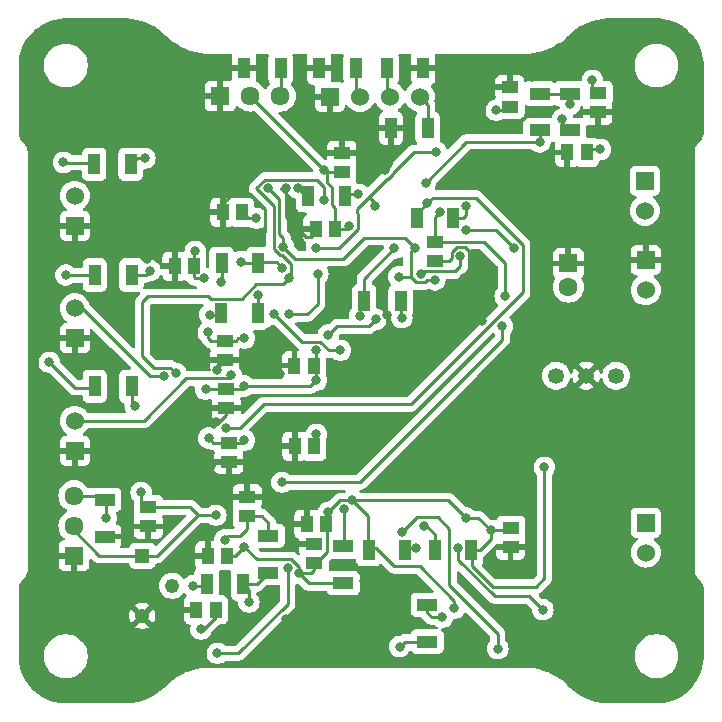
<source format=gbr>
%TF.GenerationSoftware,KiCad,Pcbnew,8.0.2*%
%TF.CreationDate,2024-06-16T16:51:43+02:00*%
%TF.ProjectId,TSAL,5453414c-2e6b-4696-9361-645f70636258,V2.0*%
%TF.SameCoordinates,Original*%
%TF.FileFunction,Copper,L2,Bot*%
%TF.FilePolarity,Positive*%
%FSLAX46Y46*%
G04 Gerber Fmt 4.6, Leading zero omitted, Abs format (unit mm)*
G04 Created by KiCad (PCBNEW 8.0.2) date 2024-06-16 16:51:43*
%MOMM*%
%LPD*%
G01*
G04 APERTURE LIST*
%TA.AperFunction,ComponentPad*%
%ADD10R,1.530000X1.530000*%
%TD*%
%TA.AperFunction,ComponentPad*%
%ADD11C,1.530000*%
%TD*%
%TA.AperFunction,ComponentPad*%
%ADD12R,1.600000X1.600000*%
%TD*%
%TA.AperFunction,ComponentPad*%
%ADD13C,1.600000*%
%TD*%
%TA.AperFunction,ComponentPad*%
%ADD14R,1.610000X1.610000*%
%TD*%
%TA.AperFunction,ComponentPad*%
%ADD15C,1.610000*%
%TD*%
%TA.AperFunction,ComponentPad*%
%ADD16C,1.350000*%
%TD*%
%TA.AperFunction,ComponentPad*%
%ADD17R,1.217000X1.217000*%
%TD*%
%TA.AperFunction,ComponentPad*%
%ADD18C,1.217000*%
%TD*%
%TA.AperFunction,SMDPad,CuDef*%
%ADD19R,1.070000X1.470000*%
%TD*%
%TA.AperFunction,SMDPad,CuDef*%
%ADD20R,1.470000X1.070000*%
%TD*%
%TA.AperFunction,SMDPad,CuDef*%
%ADD21R,1.800000X1.050000*%
%TD*%
%TA.AperFunction,SMDPad,CuDef*%
%ADD22R,1.050000X1.800000*%
%TD*%
%TA.AperFunction,ViaPad*%
%ADD23C,0.800000*%
%TD*%
%TA.AperFunction,Conductor*%
%ADD24C,0.250000*%
%TD*%
G04 APERTURE END LIST*
D10*
%TO.P,J7,1,1*%
%TO.N,GND*%
X125095000Y-32902680D03*
D11*
%TO.P,J7,2,2*%
%TO.N,/Raw_Int_AIR_1*%
X127635000Y-32902680D03*
%TO.P,J7,3,3*%
%TO.N,/Raw_Int_AIR_2*%
X130175000Y-32902680D03*
%TO.P,J7,4,4*%
%TO.N,/Raw_Int_PreCharge*%
X132715000Y-32902680D03*
%TD*%
D10*
%TO.P,J6,1,1*%
%TO.N,GND*%
X151840000Y-46720000D03*
D11*
%TO.P,J6,2,2*%
%TO.N,+12V*%
X151840000Y-49260000D03*
%TD*%
D12*
%TO.P,C13,1*%
%TO.N,GND*%
X145295120Y-47012197D03*
D13*
%TO.P,C13,2*%
%TO.N,+12V*%
X145295120Y-49012197D03*
%TD*%
D10*
%TO.P,J2,1,1*%
%TO.N,GND*%
X103505000Y-53340000D03*
D11*
%TO.P,J2,2,2*%
%TO.N,/AIR_2*%
X103505000Y-50800000D03*
%TD*%
D10*
%TO.P,J5,1,1*%
%TO.N,+12V*%
X151840000Y-68945000D03*
D11*
%TO.P,J5,2,2*%
%TO.N,Net-(J5-Pad2)*%
X151840000Y-71485000D03*
%TD*%
D14*
%TO.P,J8,1,1*%
%TO.N,GND*%
X115815000Y-32827680D03*
D15*
%TO.P,J8,2,2*%
%TO.N,+5V*%
X118355000Y-32827680D03*
%TO.P,J8,3,3*%
%TO.N,/Raw_DC-Link_In*%
X120895000Y-32827680D03*
%TD*%
D14*
%TO.P,J4,1,1*%
%TO.N,GND*%
X103430000Y-71755000D03*
D15*
%TO.P,J4,2,2*%
%TO.N,+5V*%
X103430000Y-69215000D03*
%TO.P,J4,3,3*%
%TO.N,/Raw_VoltageAIR*%
X103430000Y-66675000D03*
%TD*%
D10*
%TO.P,J9,1,1*%
%TO.N,+12V*%
X151765000Y-40005000D03*
D11*
%TO.P,J9,2,2*%
%TO.N,Net-(J9-Pad2)*%
X151765000Y-42545000D03*
%TD*%
D16*
%TO.P,PS1,1,+VIN*%
%TO.N,+12V*%
X149342320Y-56515000D03*
%TO.P,PS1,2,GND*%
%TO.N,GND*%
X146802320Y-56515000D03*
%TO.P,PS1,3,+VOUT*%
%TO.N,+5V*%
X144262320Y-56515000D03*
%TD*%
D17*
%TO.P,RV1,1,CCW*%
%TO.N,+5V*%
X109215000Y-71755000D03*
D18*
%TO.P,RV1,2,WIPER*%
%TO.N,Net-(CP1-IN-)*%
X111755000Y-74295000D03*
%TO.P,RV1,3,CW*%
%TO.N,GND*%
X109215000Y-76835000D03*
%TD*%
D10*
%TO.P,J1,1,1*%
%TO.N,GND*%
X103505000Y-43815000D03*
D11*
%TO.P,J1,2,2*%
%TO.N,/AIR_1*%
X103505000Y-41275000D03*
%TD*%
D10*
%TO.P,J3,1,1*%
%TO.N,GND*%
X103505000Y-62865000D03*
D11*
%TO.P,J3,2,2*%
%TO.N,/PreCharge*%
X103505000Y-60325000D03*
%TD*%
D19*
%TO.P,C19,1*%
%TO.N,GND*%
X145210872Y-37613489D03*
%TO.P,C19,2*%
%TO.N,Net-(TI1-CONTROL_VOLTAGE)*%
X146850872Y-37613489D03*
%TD*%
D20*
%TO.P,C21,1*%
%TO.N,Net-(CP1-IN+)*%
X118110000Y-68384000D03*
%TO.P,C21,2*%
%TO.N,GND*%
X118110000Y-66744000D03*
%TD*%
D21*
%TO.P,R17,1*%
%TO.N,Net-(TI1-THRESHOLD)*%
X145415000Y-35727500D03*
%TO.P,R17,2*%
%TO.N,Net-(TI1-DISCHARGE)*%
X145415000Y-32627500D03*
%TD*%
D19*
%TO.P,C17,1*%
%TO.N,GND*%
X122116000Y-62484000D03*
%TO.P,C17,2*%
%TO.N,+5V*%
X123756000Y-62484000D03*
%TD*%
D22*
%TO.P,R10,1*%
%TO.N,Net-(G15-Pad4)*%
X117755000Y-74168000D03*
%TO.P,R10,2*%
%TO.N,Net-(D6-K)*%
X114655000Y-74168000D03*
%TD*%
D21*
%TO.P,R35,1*%
%TO.N,/dis2*%
X126238000Y-70967000D03*
%TO.P,R35,2*%
%TO.N,+5V*%
X126238000Y-74067000D03*
%TD*%
D20*
%TO.P,C1,1*%
%TO.N,GND*%
X123747236Y-70766062D03*
%TO.P,C1,2*%
%TO.N,+5V*%
X123747236Y-72406062D03*
%TD*%
D19*
%TO.P,C11,1*%
%TO.N,GND*%
X122100905Y-55652074D03*
%TO.P,C11,2*%
%TO.N,+5V*%
X123740905Y-55652074D03*
%TD*%
D22*
%TO.P,R5,1*%
%TO.N,Net-(D3-A)*%
X108305000Y-47990000D03*
%TO.P,R5,2*%
%TO.N,+5V*%
X105205000Y-47990000D03*
%TD*%
D20*
%TO.P,C7,1*%
%TO.N,GND*%
X109728000Y-69277650D03*
%TO.P,C7,2*%
%TO.N,+5V*%
X109728000Y-67637650D03*
%TD*%
D22*
%TO.P,R34,1*%
%TO.N,Net-(D11-A)*%
X135535000Y-43180000D03*
%TO.P,R34,2*%
%TO.N,/Int_PreCharge*%
X132435000Y-43180000D03*
%TD*%
D19*
%TO.P,C14,1*%
%TO.N,GND*%
X123132000Y-69088000D03*
%TO.P,C14,2*%
%TO.N,+5V*%
X124772000Y-69088000D03*
%TD*%
D20*
%TO.P,C5,1*%
%TO.N,GND*%
X147790967Y-34222001D03*
%TO.P,C5,2*%
%TO.N,+5V*%
X147790967Y-32582001D03*
%TD*%
D22*
%TO.P,R32,1*%
%TO.N,Net-(D10-A)*%
X123265000Y-41275000D03*
%TO.P,R32,2*%
%TO.N,/Int_AIR_2*%
X126365000Y-41275000D03*
%TD*%
%TO.P,R33,1*%
%TO.N,/PRE*%
X133959000Y-71247000D03*
%TO.P,R33,2*%
%TO.N,+5V*%
X137059000Y-71247000D03*
%TD*%
D19*
%TO.P,C18,1*%
%TO.N,GND*%
X114750000Y-71755000D03*
%TO.P,C18,2*%
%TO.N,+5V*%
X116390000Y-71755000D03*
%TD*%
D22*
%TO.P,R11,1*%
%TO.N,GND*%
X124180000Y-30480000D03*
%TO.P,R11,2*%
%TO.N,/Raw_Int_AIR_1*%
X127280000Y-30480000D03*
%TD*%
%TO.P,R14,1*%
%TO.N,GND*%
X130276000Y-35560000D03*
%TO.P,R14,2*%
%TO.N,/Raw_Int_PreCharge*%
X133376000Y-35560000D03*
%TD*%
D20*
%TO.P,C3,1*%
%TO.N,GND*%
X133975279Y-46818306D03*
%TO.P,C3,2*%
%TO.N,+5V*%
X133975279Y-45178306D03*
%TD*%
D21*
%TO.P,R16,1*%
%TO.N,GND*%
X106045000Y-70130000D03*
%TO.P,R16,2*%
%TO.N,/Raw_VoltageAIR*%
X106045000Y-67030000D03*
%TD*%
D20*
%TO.P,C20,1*%
%TO.N,GND*%
X116528000Y-63812000D03*
%TO.P,C20,2*%
%TO.N,+5V*%
X116528000Y-62172000D03*
%TD*%
D19*
%TO.P,C2,1*%
%TO.N,GND*%
X113792000Y-76327000D03*
%TO.P,C2,2*%
%TO.N,+5V*%
X115432000Y-76327000D03*
%TD*%
%TO.P,C16,1*%
%TO.N,GND*%
X116020000Y-42672000D03*
%TO.P,C16,2*%
%TO.N,+5V*%
X117660000Y-42672000D03*
%TD*%
D21*
%TO.P,R19,1*%
%TO.N,Net-(G15-Pad4)*%
X119888000Y-73178000D03*
%TO.P,R19,2*%
%TO.N,Net-(CP1-IN+)*%
X119888000Y-70078000D03*
%TD*%
D22*
%TO.P,R12,1*%
%TO.N,GND*%
X132995000Y-30480000D03*
%TO.P,R12,2*%
%TO.N,/Raw_Int_AIR_2*%
X129895000Y-30480000D03*
%TD*%
D19*
%TO.P,C4,1*%
%TO.N,GND*%
X123894000Y-44069000D03*
%TO.P,C4,2*%
%TO.N,+5V*%
X125534000Y-44069000D03*
%TD*%
D22*
%TO.P,R29,1*%
%TO.N,Net-(D8-A)*%
X131090000Y-50165000D03*
%TO.P,R29,2*%
%TO.N,/DC-Link_In*%
X127990000Y-50165000D03*
%TD*%
D21*
%TO.P,R15,1*%
%TO.N,Net-(TI1-DISCHARGE)*%
X142875000Y-32627500D03*
%TO.P,R15,2*%
%TO.N,/DC-Link_In*%
X142875000Y-35727500D03*
%TD*%
D20*
%TO.P,C8,1*%
%TO.N,GND*%
X140393322Y-71052060D03*
%TO.P,C8,2*%
%TO.N,+5V*%
X140393322Y-69412060D03*
%TD*%
%TO.P,C15,1*%
%TO.N,GND*%
X140335000Y-32087500D03*
%TO.P,C15,2*%
%TO.N,Net-(TI1-THRESHOLD)*%
X140335000Y-33727500D03*
%TD*%
%TO.P,C9,1*%
%TO.N,GND*%
X126091553Y-37634380D03*
%TO.P,C9,2*%
%TO.N,+5V*%
X126091553Y-39274380D03*
%TD*%
D22*
%TO.P,R36,1*%
%TO.N,/CLR*%
X131471000Y-71247000D03*
%TO.P,R36,2*%
%TO.N,+5V*%
X128371000Y-71247000D03*
%TD*%
D20*
%TO.P,C12,1*%
%TO.N,GND*%
X116332000Y-59240000D03*
%TO.P,C12,2*%
%TO.N,+5V*%
X116332000Y-57600000D03*
%TD*%
%TO.P,C6,1*%
%TO.N,GND*%
X116205000Y-55176000D03*
%TO.P,C6,2*%
%TO.N,+5V*%
X116205000Y-53536000D03*
%TD*%
D22*
%TO.P,R9,1*%
%TO.N,/Lightning_cond*%
X119025000Y-46990000D03*
%TO.P,R9,2*%
%TO.N,Net-(D5-A)*%
X115925000Y-46990000D03*
%TD*%
%TO.P,R8,1*%
%TO.N,Net-(D4-A)*%
X108305000Y-57404000D03*
%TO.P,R8,2*%
%TO.N,+5V*%
X105205000Y-57404000D03*
%TD*%
%TO.P,R13,1*%
%TO.N,GND*%
X117830000Y-30480000D03*
%TO.P,R13,2*%
%TO.N,/Raw_DC-Link_In*%
X120930000Y-30480000D03*
%TD*%
%TO.P,R31,1*%
%TO.N,Net-(D9-A)*%
X115918450Y-51243969D03*
%TO.P,R31,2*%
%TO.N,/Int_AIR_1*%
X119018450Y-51243969D03*
%TD*%
%TO.P,R3,1*%
%TO.N,Net-(D1-A)*%
X108230000Y-38608000D03*
%TO.P,R3,2*%
%TO.N,+5V*%
X105130000Y-38608000D03*
%TD*%
D19*
%TO.P,C10,1*%
%TO.N,GND*%
X111956000Y-47244000D03*
%TO.P,C10,2*%
%TO.N,+5V*%
X113596000Y-47244000D03*
%TD*%
D21*
%TO.P,R1,1*%
%TO.N,/INT*%
X133350000Y-79020000D03*
%TO.P,R1,2*%
%TO.N,Net-(D2-K)*%
X133350000Y-75920000D03*
%TD*%
D23*
%TO.N,Net-(CP1-IN+)*%
X116179600Y-70419998D03*
%TO.N,+5V*%
X147320000Y-31496000D03*
X115443000Y-68326000D03*
X124564500Y-39121659D03*
X138715321Y-69616881D03*
X109118400Y-66395600D03*
X117859500Y-57396436D03*
X135636000Y-76200000D03*
X134410498Y-42672000D03*
X123952000Y-61468000D03*
X126746000Y-43815000D03*
X117859500Y-53340000D03*
X117859500Y-61976000D03*
X143256000Y-64262000D03*
X123952000Y-54345498D03*
X114808000Y-52832000D03*
X113695952Y-45989450D03*
X127000000Y-67056000D03*
X114581000Y-57652837D03*
X114173000Y-77978000D03*
X114822336Y-61798065D03*
X139929502Y-49784000D03*
X102735498Y-47990000D03*
X102537100Y-38456953D03*
X124968000Y-53048500D03*
X123952000Y-56896000D03*
X136647701Y-68575701D03*
X101346000Y-55372000D03*
X118872000Y-43180000D03*
X124968000Y-68072000D03*
X117867940Y-70987030D03*
X128979991Y-51744786D03*
X114410500Y-48260000D03*
X122474424Y-73221636D03*
%TO.N,Net-(D1-A)*%
X109429502Y-38100000D03*
%TO.N,Net-(D2-K)*%
X134620000Y-76962000D03*
%TO.N,Net-(D3-A)*%
X109855000Y-47625000D03*
%TO.N,Net-(D4-A)*%
X108622500Y-59055000D03*
%TO.N,Net-(D5-A)*%
X115876702Y-48565004D03*
%TO.N,Net-(D9-A)*%
X114935000Y-51345500D03*
%TO.N,Net-(D10-A)*%
X122428000Y-40640000D03*
%TO.N,Net-(D11-A)*%
X136652000Y-42164000D03*
%TO.N,GND*%
X129756500Y-39116000D03*
X142240000Y-73152000D03*
X116332000Y-40132000D03*
X124968000Y-76200000D03*
X109594681Y-46649425D03*
X115469596Y-60437044D03*
X138684000Y-48260000D03*
X137935916Y-51849186D03*
X111252000Y-60833000D03*
X130556000Y-76200000D03*
X128016000Y-73914000D03*
X129912202Y-51384248D03*
X136435500Y-48260000D03*
X139573000Y-39624000D03*
X125095000Y-51562000D03*
X115062000Y-64135000D03*
X117621654Y-45229475D03*
X119932869Y-52813187D03*
X120904000Y-56388000D03*
X142240000Y-31204500D03*
X113030000Y-71501000D03*
X120396000Y-60960000D03*
X126728727Y-62629164D03*
X121412000Y-77089000D03*
X112395000Y-64135000D03*
X121412000Y-40639500D03*
X115532500Y-56015500D03*
X110871000Y-51943000D03*
%TO.N,/CLR*%
X132397500Y-71120000D03*
%TO.N,/PRE*%
X133032500Y-69215000D03*
%TO.N,/SCS compliance*%
X136652000Y-44196000D03*
X140716000Y-45720000D03*
%TO.N,/DC-Link_In*%
X127635000Y-51435000D03*
X130556000Y-45720000D03*
X133194642Y-40160358D03*
X142875000Y-36717500D03*
%TO.N,/4.25V*%
X133985000Y-48402806D03*
X119888000Y-40640000D03*
X130937000Y-48133000D03*
X132269385Y-45657615D03*
X121158000Y-45593000D03*
%TO.N,/0.75V*%
X124079000Y-47879000D03*
X132842000Y-47879000D03*
X134112000Y-37592000D03*
X123952000Y-45720000D03*
X136144000Y-46369451D03*
X121666000Y-51308000D03*
X128905000Y-42164000D03*
%TO.N,/VoltageAIR*%
X139704299Y-52328299D03*
X121031000Y-65532000D03*
%TO.N,/Raw_VoltageAIR*%
X106172000Y-68580000D03*
%TO.N,/AIR_2*%
X111087360Y-56546182D03*
%TO.N,/PreCharge*%
X116730500Y-56465498D03*
%TO.N,Net-(D6-K)*%
X113538000Y-74295000D03*
%TO.N,Net-(D8-A)*%
X131186701Y-51599500D03*
%TO.N,/Int_AIR_1*%
X119009898Y-49713996D03*
%TO.N,/Int_AIR_2*%
X127508000Y-41148000D03*
X112060321Y-56317375D03*
X124564500Y-41656000D03*
X121666000Y-48260000D03*
%TO.N,/Int_PreCharge*%
X133350000Y-41910000D03*
X116332000Y-60960000D03*
%TO.N,/Int_log*%
X121543299Y-72766701D03*
X115570000Y-80010000D03*
%TO.N,Net-(TI1-THRESHOLD)*%
X139192000Y-34036000D03*
X144780000Y-34812500D03*
%TO.N,Net-(TI1-CONTROL_VOLTAGE)*%
X148004502Y-37352500D03*
%TO.N,/INT*%
X131006862Y-79457347D03*
%TO.N,/Lightning_cond*%
X121064500Y-47371000D03*
X120396000Y-51308000D03*
X125989500Y-54356000D03*
X117580029Y-46854569D03*
%TO.N,Net-(TI1-DISCHARGE)*%
X145415000Y-33542500D03*
%TO.N,Net-(G15-Pad4)*%
X118237000Y-75692000D03*
%TO.N,/dis2*%
X126297890Y-67780500D03*
X139319000Y-79629000D03*
X131191000Y-69747498D03*
%TO.N,/dis1*%
X143129000Y-76327000D03*
X135934498Y-71120000D03*
%TD*%
D24*
%TO.N,Net-(CP1-IN+)*%
X119311000Y-68384000D02*
X119888000Y-68961000D01*
X117475000Y-70104000D02*
X118110000Y-69469000D01*
X116495598Y-70104000D02*
X117475000Y-70104000D01*
X116179600Y-70419998D02*
X116495598Y-70104000D01*
X119888000Y-68961000D02*
X119888000Y-70078000D01*
X118110000Y-68384000D02*
X119311000Y-68384000D01*
X118110000Y-69469000D02*
X118110000Y-68384000D01*
%TO.N,+5V*%
X143256000Y-64262000D02*
X143256000Y-73660000D01*
X117859500Y-57396436D02*
X117655936Y-57600000D01*
X123747236Y-72975764D02*
X123747236Y-72406062D01*
X117867940Y-70987030D02*
X117099970Y-71755000D01*
X109728000Y-67637650D02*
X113230650Y-67637650D01*
X142531000Y-74385000D02*
X138881255Y-74385000D01*
X137674141Y-68575701D02*
X137678440Y-68580000D01*
X138715321Y-70326679D02*
X138715321Y-69616881D01*
X133975279Y-43107219D02*
X133975279Y-45178306D01*
X117099970Y-71755000D02*
X116390000Y-71755000D01*
X114427000Y-77978000D02*
X115432000Y-76973000D01*
X117348000Y-53340000D02*
X117152000Y-53536000D01*
X124564500Y-39121659D02*
X124717221Y-39274380D01*
X114822336Y-61798065D02*
X115196271Y-62172000D01*
X123451564Y-57396436D02*
X123952000Y-56896000D01*
X101346000Y-55372000D02*
X103489000Y-57515000D01*
X136647701Y-68575701D02*
X137674141Y-68575701D01*
X110490000Y-71755000D02*
X105580000Y-71755000D01*
X113596000Y-47244000D02*
X113596000Y-46089402D01*
X114808000Y-52832000D02*
X114808000Y-53340000D01*
X139929502Y-49784000D02*
X139929502Y-46965502D01*
X109118400Y-66395600D02*
X109118400Y-67103817D01*
X123947236Y-72406062D02*
X124890611Y-71462687D01*
X137795000Y-71247000D02*
X138715321Y-70326679D01*
X128979991Y-51744786D02*
X128379863Y-52344914D01*
X109118400Y-67103817D02*
X109652233Y-67637650D01*
X147320000Y-32111034D02*
X147790967Y-32582001D01*
X138881255Y-74385000D02*
X137122500Y-72626245D01*
X128307500Y-71120000D02*
X128307500Y-68363500D01*
X123501364Y-73221636D02*
X123747236Y-72975764D01*
X130556000Y-72644000D02*
X129032000Y-71120000D01*
X123952000Y-55863169D02*
X123952000Y-56896000D01*
X125984000Y-67056000D02*
X124968000Y-68072000D01*
X124801700Y-39274380D02*
X118355000Y-32827680D01*
X125671586Y-52344914D02*
X124968000Y-53048500D01*
X102545147Y-38465000D02*
X102537100Y-38456953D01*
X123952000Y-61468000D02*
X123952000Y-62288000D01*
X113596000Y-46089402D02*
X113695952Y-45989450D01*
X137678440Y-68580000D02*
X138715321Y-69616881D01*
X114581000Y-57652837D02*
X116279163Y-57652837D01*
X127000000Y-67056000D02*
X125984000Y-67056000D01*
X105205000Y-38465000D02*
X102545147Y-38465000D01*
X123319788Y-74067000D02*
X122474424Y-73221636D01*
X126492000Y-44069000D02*
X126746000Y-43815000D01*
X117867940Y-70987030D02*
X118922611Y-72041701D01*
X125289500Y-42096500D02*
X125289500Y-40588104D01*
X105580000Y-71755000D02*
X103430000Y-69605000D01*
X125289500Y-40588104D02*
X124841000Y-40139604D01*
X117655936Y-57600000D02*
X116739128Y-57600000D01*
X137059000Y-71247000D02*
X137795000Y-71247000D01*
X115004000Y-53536000D02*
X116205000Y-53536000D01*
X124841000Y-40139604D02*
X124841000Y-39274380D01*
X124717221Y-39274380D02*
X126091553Y-39274380D01*
X132715000Y-72644000D02*
X130556000Y-72644000D01*
X128379863Y-52344914D02*
X125671586Y-52344914D01*
X113230650Y-67637650D02*
X113919000Y-68326000D01*
X126238000Y-74067000D02*
X123319788Y-74067000D01*
X125534000Y-44069000D02*
X126492000Y-44069000D01*
X122474424Y-72672521D02*
X122474424Y-73221636D01*
X117859500Y-53340000D02*
X117348000Y-53340000D01*
X117859500Y-61976000D02*
X117663500Y-62172000D01*
X115432000Y-76973000D02*
X115432000Y-76327000D01*
X113596000Y-48191000D02*
X113596000Y-47752000D01*
X135636000Y-75565000D02*
X132715000Y-72644000D01*
X102735498Y-47990000D02*
X105205000Y-47990000D01*
X118872000Y-43180000D02*
X118168000Y-43180000D01*
X103489000Y-57515000D02*
X105130000Y-57515000D01*
X115443000Y-68326000D02*
X113919000Y-68326000D01*
X137122500Y-72626245D02*
X137122500Y-71247000D01*
X126091553Y-39274380D02*
X124801700Y-39274380D01*
X117152000Y-53536000D02*
X116205000Y-53536000D01*
X115196271Y-62172000D02*
X116528000Y-62172000D01*
X129032000Y-71120000D02*
X128307500Y-71120000D01*
X124841000Y-39274380D02*
X126091553Y-39274380D01*
X118168000Y-43180000D02*
X117660000Y-42672000D01*
X134410498Y-42672000D02*
X133975279Y-43107219D01*
X124968000Y-68072000D02*
X124968000Y-68892000D01*
X136647701Y-68575701D02*
X135128000Y-67056000D01*
X113919000Y-68326000D02*
X110490000Y-71755000D01*
X147320000Y-31496000D02*
X147320000Y-32111034D01*
X135636000Y-76200000D02*
X135636000Y-75565000D01*
X121843604Y-72041701D02*
X122474424Y-72672521D01*
X124890611Y-71462687D02*
X124890611Y-69361389D01*
X135128000Y-67056000D02*
X127000000Y-67056000D01*
X117859500Y-57396436D02*
X123451564Y-57396436D01*
X125289500Y-42096500D02*
X125534000Y-42341000D01*
X125534000Y-42341000D02*
X125534000Y-44069000D01*
X114173000Y-77978000D02*
X114427000Y-77978000D01*
X118922611Y-72041701D02*
X121843604Y-72041701D01*
X138142306Y-45178306D02*
X133975279Y-45178306D01*
X128307500Y-68363500D02*
X127000000Y-67056000D01*
X138715321Y-69616881D02*
X140188501Y-69616881D01*
X113665000Y-48260000D02*
X113596000Y-48191000D01*
X143256000Y-73660000D02*
X142531000Y-74385000D01*
X114808000Y-53340000D02*
X115004000Y-53536000D01*
X123952000Y-54345498D02*
X123952000Y-55440979D01*
X139929502Y-46965502D02*
X138142306Y-45178306D01*
X122474424Y-73221636D02*
X123501364Y-73221636D01*
X114410500Y-48260000D02*
X113665000Y-48260000D01*
X117663500Y-62172000D02*
X116528000Y-62172000D01*
%TO.N,Net-(D1-A)*%
X108738000Y-38100000D02*
X108230000Y-38608000D01*
X109429502Y-38100000D02*
X108738000Y-38100000D01*
%TO.N,Net-(D2-K)*%
X134620000Y-76962000D02*
X133731000Y-76962000D01*
X133731000Y-76962000D02*
X133350000Y-76581000D01*
X133350000Y-76581000D02*
X133350000Y-75920000D01*
%TO.N,Net-(D3-A)*%
X109490000Y-47990000D02*
X109855000Y-47625000D01*
X108305000Y-47990000D02*
X109490000Y-47990000D01*
%TO.N,Net-(D4-A)*%
X108622500Y-59055000D02*
X108305000Y-58737500D01*
X108305000Y-58737500D02*
X108305000Y-57404000D01*
%TO.N,Net-(D5-A)*%
X115925000Y-48516706D02*
X115925000Y-46990000D01*
X115876702Y-48565004D02*
X115925000Y-48516706D01*
%TO.N,Net-(D9-A)*%
X114935000Y-51345500D02*
X115816919Y-51345500D01*
%TO.N,Net-(D10-A)*%
X123063000Y-41275000D02*
X122428000Y-40640000D01*
%TO.N,Net-(D11-A)*%
X136360444Y-43180000D02*
X135535000Y-43180000D01*
X136652000Y-42164000D02*
X136652000Y-42888444D01*
X136652000Y-42888444D02*
X136360444Y-43180000D01*
%TO.N,GND*%
X116020000Y-41968000D02*
X116020000Y-42672000D01*
X135419000Y-46069146D02*
X135843695Y-45644451D01*
X119597000Y-42381000D02*
X118364000Y-41148000D01*
X118727525Y-45229475D02*
X119597000Y-44360000D01*
X116332000Y-59817000D02*
X116332000Y-59240000D01*
X119597000Y-44360000D02*
X119597000Y-42381000D01*
X136869000Y-47244000D02*
X137668000Y-47244000D01*
X137668000Y-47244000D02*
X138684000Y-48260000D01*
X136869000Y-45937000D02*
X136869000Y-47244000D01*
X136869000Y-47826500D02*
X136435500Y-48260000D01*
X135843695Y-45644451D02*
X136576451Y-45644451D01*
X133975279Y-46818306D02*
X135172694Y-46818306D01*
X113030000Y-71501000D02*
X113284000Y-71755000D01*
X141351000Y-73152000D02*
X142240000Y-73152000D01*
X115532500Y-55848500D02*
X116205000Y-55176000D01*
X136576451Y-45644451D02*
X136869000Y-45937000D01*
X130276000Y-38596500D02*
X130276000Y-35560000D01*
X116840000Y-41148000D02*
X116020000Y-41968000D01*
X135172694Y-46818306D02*
X135419000Y-46572000D01*
X123107253Y-44792649D02*
X121412000Y-43097396D01*
X136869000Y-47244000D02*
X136869000Y-47826500D01*
X123480045Y-44792649D02*
X123107253Y-44792649D01*
X135419000Y-46572000D02*
X135419000Y-46069146D01*
X129756500Y-39116000D02*
X130276000Y-38596500D01*
X118364000Y-41148000D02*
X116840000Y-41148000D01*
X140393322Y-72194322D02*
X141351000Y-73152000D01*
X117621654Y-45229475D02*
X118727525Y-45229475D01*
X115532500Y-56015500D02*
X115532500Y-55848500D01*
X121412000Y-43097396D02*
X121412000Y-40639500D01*
X140393322Y-71052060D02*
X140393322Y-72194322D01*
X113284000Y-71755000D02*
X114750000Y-71755000D01*
X123894000Y-44378694D02*
X123480045Y-44792649D01*
X115711956Y-60437044D02*
X116332000Y-59817000D01*
X115469596Y-60437044D02*
X115711956Y-60437044D01*
%TO.N,/CLR*%
X131407500Y-71120000D02*
X132397500Y-71120000D01*
%TO.N,/PRE*%
X133032500Y-69215000D02*
X133223000Y-69215000D01*
X133959000Y-69951000D02*
X133959000Y-71247000D01*
X133223000Y-69215000D02*
X133959000Y-69951000D01*
%TO.N,/SCS compliance*%
X136652000Y-44196000D02*
X139192000Y-44196000D01*
X139192000Y-44196000D02*
X140716000Y-45720000D01*
%TO.N,/DC-Link_In*%
X142875000Y-35727500D02*
X142875000Y-36717500D01*
X133194642Y-40160358D02*
X136637500Y-36717500D01*
X130556000Y-45720000D02*
X127990000Y-48286000D01*
X127990000Y-48286000D02*
X127990000Y-50165000D01*
X127635000Y-51435000D02*
X127635000Y-50520000D01*
X136637500Y-36717500D02*
X142875000Y-36717500D01*
%TO.N,/4.25V*%
X132269385Y-45657615D02*
X131953000Y-45974000D01*
X121158000Y-44859837D02*
X120793649Y-44495486D01*
X128016000Y-44831000D02*
X126238000Y-46609000D01*
X133985000Y-48402806D02*
X133343499Y-48402806D01*
X121158000Y-45593000D02*
X121158000Y-44859837D01*
X120793649Y-41545649D02*
X119888000Y-40640000D01*
X133142305Y-48604000D02*
X132424000Y-48604000D01*
X126238000Y-46609000D02*
X122174000Y-46609000D01*
X122174000Y-46609000D02*
X121158000Y-45593000D01*
X131953000Y-45974000D02*
X131953000Y-48133000D01*
X131442770Y-44831000D02*
X128016000Y-44831000D01*
X132424000Y-48604000D02*
X131953000Y-48133000D01*
X130937000Y-48133000D02*
X131953000Y-48133000D01*
X120793649Y-44495486D02*
X120793649Y-41545649D01*
X132269385Y-45657615D02*
X131442770Y-44831000D01*
X133343499Y-48402806D02*
X133142305Y-48604000D01*
%TO.N,/0.75V*%
X127471000Y-42840004D02*
X127471000Y-44115305D01*
X132842000Y-47879000D02*
X133042694Y-47678306D01*
X129958000Y-39841000D02*
X130056805Y-39841000D01*
X127405498Y-42774502D02*
X127405498Y-42393502D01*
X121666000Y-51308000D02*
X123190000Y-51308000D01*
X128905000Y-42164000D02*
X128905000Y-41910000D01*
X123190000Y-51308000D02*
X124079000Y-50419000D01*
X127405498Y-42393502D02*
X128397000Y-41402000D01*
X125866305Y-45720000D02*
X123952000Y-45720000D01*
X128397000Y-41402000D02*
X129958000Y-39841000D01*
X133042694Y-47678306D02*
X135709694Y-47678306D01*
X135709694Y-47678306D02*
X136144000Y-47244000D01*
X132207000Y-37592000D02*
X134112000Y-37592000D01*
X124079000Y-50419000D02*
X124079000Y-47879000D01*
X127471000Y-44115305D02*
X125866305Y-45720000D01*
X128905000Y-41910000D02*
X128397000Y-41402000D01*
X130481500Y-39317500D02*
X132207000Y-37592000D01*
X130056805Y-39841000D02*
X130481500Y-39416305D01*
X136144000Y-47244000D02*
X136144000Y-46369451D01*
X130481500Y-39416305D02*
X130481500Y-39317500D01*
X127405498Y-42774502D02*
X127471000Y-42840004D01*
%TO.N,/VoltageAIR*%
X127635000Y-65532000D02*
X139704299Y-53462701D01*
X121031000Y-65532000D02*
X127635000Y-65532000D01*
X139704299Y-53462701D02*
X139704299Y-52328299D01*
%TO.N,/Raw_VoltageAIR*%
X105690000Y-66675000D02*
X103430000Y-66675000D01*
X106172000Y-68580000D02*
X106172000Y-67157000D01*
%TO.N,/AIR_2*%
X109886182Y-56546182D02*
X104140000Y-50800000D01*
X111087360Y-56546182D02*
X109886182Y-56546182D01*
%TO.N,/PreCharge*%
X109347000Y-60325000D02*
X103505000Y-60325000D01*
X116455498Y-56740500D02*
X112931500Y-56740500D01*
X112931500Y-56740500D02*
X109347000Y-60325000D01*
X116730500Y-56465498D02*
X116455498Y-56740500D01*
%TO.N,Net-(D6-K)*%
X113538000Y-74295000D02*
X114528000Y-74295000D01*
%TO.N,Net-(D8-A)*%
X131090000Y-51502799D02*
X131090000Y-50165000D01*
X131186701Y-51599500D02*
X131090000Y-51502799D01*
%TO.N,/Int_AIR_1*%
X119018450Y-49722548D02*
X119018450Y-51243969D01*
X119009898Y-49713996D02*
X119018450Y-49722548D01*
%TO.N,/Int_AIR_2*%
X124564500Y-41656000D02*
X124564500Y-40499500D01*
X118872000Y-40649305D02*
X120343649Y-42120954D01*
X119587695Y-39915000D02*
X118872000Y-40630695D01*
X121789500Y-48136500D02*
X121666000Y-48260000D01*
X109220000Y-50292000D02*
X109220000Y-54864000D01*
X120343649Y-42120954D02*
X120343649Y-45803954D01*
X117621031Y-50018969D02*
X115042969Y-50018969D01*
X123980000Y-39915000D02*
X119587695Y-39915000D01*
X121666000Y-48260000D02*
X121158000Y-48768000D01*
X121036805Y-46318000D02*
X121789500Y-47070695D01*
X109220000Y-54864000D02*
X110177182Y-55821182D01*
X114808000Y-49784000D02*
X109728000Y-49784000D01*
X121789500Y-47070695D02*
X121789500Y-48136500D01*
X121158000Y-48768000D02*
X118872000Y-48768000D01*
X118872000Y-40630695D02*
X118872000Y-40649305D01*
X110177182Y-55821182D02*
X111564128Y-55821182D01*
X111564128Y-55821182D02*
X112060321Y-56317375D01*
X127508000Y-41148000D02*
X126492000Y-41148000D01*
X124564500Y-40499500D02*
X123980000Y-39915000D01*
X118872000Y-48768000D02*
X117621031Y-50018969D01*
X120857695Y-46318000D02*
X121036805Y-46318000D01*
X109728000Y-49784000D02*
X109220000Y-50292000D01*
X115042969Y-50018969D02*
X114808000Y-49784000D01*
X120343649Y-45803954D02*
X120857695Y-46318000D01*
%TO.N,/Int_PreCharge*%
X132435000Y-42825000D02*
X133350000Y-41910000D01*
X133350000Y-41910000D02*
X133821000Y-41439000D01*
X133821000Y-41439000D02*
X137460305Y-41439000D01*
X141441000Y-45419695D02*
X141441000Y-49440000D01*
X137460305Y-41439000D02*
X141441000Y-45419695D01*
X117448000Y-60960000D02*
X116332000Y-60960000D01*
X131953000Y-58928000D02*
X119480000Y-58928000D01*
X141441000Y-49440000D02*
X131953000Y-58928000D01*
X119480000Y-58928000D02*
X117448000Y-60960000D01*
%TO.N,/Int_log*%
X117348000Y-80010000D02*
X121543299Y-75814701D01*
X115570000Y-80010000D02*
X117348000Y-80010000D01*
X121543299Y-75814701D02*
X121543299Y-72766701D01*
%TO.N,/Raw_Int_AIR_1*%
X127280000Y-30480000D02*
X127280000Y-32547680D01*
%TO.N,/Raw_Int_AIR_2*%
X129895000Y-30480000D02*
X129895000Y-32622680D01*
%TO.N,/Raw_DC-Link_In*%
X120930000Y-30480000D02*
X120930000Y-32792680D01*
%TO.N,/Raw_Int_PreCharge*%
X133376000Y-33563680D02*
X132995000Y-33182680D01*
X133376000Y-35560000D02*
X133376000Y-33563680D01*
%TO.N,Net-(TI1-THRESHOLD)*%
X144780000Y-35092500D02*
X145415000Y-35727500D01*
X139192000Y-34036000D02*
X140026500Y-34036000D01*
X144780000Y-34812500D02*
X144780000Y-35092500D01*
%TO.N,Net-(TI1-CONTROL_VOLTAGE)*%
X147111861Y-37352500D02*
X148004502Y-37352500D01*
%TO.N,/INT*%
X131006862Y-79457347D02*
X131444209Y-79020000D01*
X131444209Y-79020000D02*
X133350000Y-79020000D01*
%TO.N,/Lightning_cond*%
X124252305Y-53620498D02*
X122708498Y-53620498D01*
X117580029Y-46854569D02*
X117715460Y-46990000D01*
X121064500Y-47371000D02*
X120615700Y-46922200D01*
X122708498Y-53620498D02*
X120396000Y-51308000D01*
X124987807Y-54356000D02*
X124252305Y-53620498D01*
X117715460Y-46990000D02*
X119025000Y-46990000D01*
X125989500Y-54356000D02*
X124987807Y-54356000D01*
X120615700Y-46922200D02*
X119092800Y-46922200D01*
%TO.N,Net-(TI1-DISCHARGE)*%
X142875000Y-32627500D02*
X145415000Y-32627500D01*
X145415000Y-33542500D02*
X145415000Y-32627500D01*
%TO.N,Net-(G15-Pad4)*%
X118237000Y-75692000D02*
X118237000Y-74650000D01*
X118898000Y-74168000D02*
X117755000Y-74168000D01*
X119888000Y-73178000D02*
X118898000Y-74168000D01*
X118237000Y-74650000D02*
X117755000Y-74168000D01*
%TO.N,/dis2*%
X126297890Y-67780500D02*
X126297890Y-70907110D01*
X132448498Y-68490000D02*
X134239000Y-68490000D01*
X131191000Y-69747498D02*
X132448498Y-68490000D01*
X137795000Y-76835000D02*
X139319000Y-78359000D01*
X135209498Y-74249498D02*
X137795000Y-76835000D01*
X139319000Y-78359000D02*
X139319000Y-79629000D01*
X135209498Y-69460498D02*
X135209498Y-74249498D01*
X134239000Y-68490000D02*
X135209498Y-69460498D01*
%TO.N,/dis1*%
X141986000Y-75184000D02*
X143129000Y-76327000D01*
X135934498Y-71120000D02*
X135934498Y-72074639D01*
X135934498Y-72074639D02*
X139043859Y-75184000D01*
X140716000Y-75184000D02*
X141986000Y-75184000D01*
X139043859Y-75184000D02*
X140716000Y-75184000D01*
%TD*%
%TA.AperFunction,Conductor*%
%TO.N,GND*%
G36*
X107679653Y-26250007D02*
G01*
X107892417Y-26252363D01*
X107901821Y-26252826D01*
X108326483Y-26289980D01*
X108337198Y-26291391D01*
X108756311Y-26365292D01*
X108766859Y-26367630D01*
X109079862Y-26451498D01*
X109177940Y-26477778D01*
X109188256Y-26481031D01*
X109588157Y-26626579D01*
X109598145Y-26630715D01*
X109983877Y-26810580D01*
X109993449Y-26815564D01*
X110362017Y-27028350D01*
X110371124Y-27034150D01*
X110588742Y-27186523D01*
X110719748Y-27278251D01*
X110728330Y-27284836D01*
X111054862Y-27558817D01*
X111061876Y-27565174D01*
X111214003Y-27714013D01*
X111214959Y-27714959D01*
X111285534Y-27785534D01*
X111441486Y-27938165D01*
X111775795Y-28218672D01*
X112133280Y-28468976D01*
X112511218Y-28687172D01*
X112906735Y-28871600D01*
X113082485Y-28935566D01*
X113316808Y-29020851D01*
X113316814Y-29020852D01*
X113316820Y-29020855D01*
X113738353Y-29133803D01*
X114168125Y-29209583D01*
X114602867Y-29247620D01*
X114821068Y-29250000D01*
X114821102Y-29250000D01*
X116715842Y-29250000D01*
X116782881Y-29269685D01*
X116828636Y-29322489D01*
X116838580Y-29391647D01*
X116832024Y-29417333D01*
X116811403Y-29472620D01*
X116811401Y-29472627D01*
X116805000Y-29532155D01*
X116805000Y-30230000D01*
X118855000Y-30230000D01*
X118855000Y-29532172D01*
X118854999Y-29532155D01*
X118848598Y-29472627D01*
X118848596Y-29472620D01*
X118827976Y-29417333D01*
X118822992Y-29347641D01*
X118856477Y-29286318D01*
X118917800Y-29252834D01*
X118944158Y-29250000D01*
X119806771Y-29250000D01*
X119873810Y-29269685D01*
X119919565Y-29322489D01*
X119929509Y-29391647D01*
X119922952Y-29417335D01*
X119903011Y-29470795D01*
X119903011Y-29470797D01*
X119896500Y-29531345D01*
X119896500Y-31428654D01*
X119903011Y-31489202D01*
X119903011Y-31489204D01*
X119941666Y-31592839D01*
X119954111Y-31626204D01*
X120011645Y-31703061D01*
X120036062Y-31768523D01*
X120021211Y-31836796D01*
X120000059Y-31865051D01*
X119884958Y-31980151D01*
X119753131Y-32168421D01*
X119753130Y-32168423D01*
X119737382Y-32202196D01*
X119691209Y-32254635D01*
X119624016Y-32273787D01*
X119557135Y-32253571D01*
X119512618Y-32202196D01*
X119496869Y-32168423D01*
X119496868Y-32168421D01*
X119365042Y-31980152D01*
X119202527Y-31817638D01*
X119202521Y-31817633D01*
X119014263Y-31685813D01*
X119014259Y-31685811D01*
X118934087Y-31648426D01*
X118913895Y-31639010D01*
X118861457Y-31592839D01*
X118842305Y-31525645D01*
X118847926Y-31495186D01*
X118846814Y-31494924D01*
X118848598Y-31487372D01*
X118854999Y-31427844D01*
X118855000Y-31427827D01*
X118855000Y-30730000D01*
X116805000Y-30730000D01*
X116805000Y-31399381D01*
X116785315Y-31466420D01*
X116732511Y-31512175D01*
X116671192Y-31522112D01*
X116671153Y-31522858D01*
X116667828Y-31522680D01*
X116065000Y-31522680D01*
X116065000Y-32354253D01*
X116021502Y-32329140D01*
X115885434Y-32292680D01*
X115744566Y-32292680D01*
X115608498Y-32329140D01*
X115565000Y-32354253D01*
X115565000Y-31522680D01*
X114962155Y-31522680D01*
X114902627Y-31529081D01*
X114902620Y-31529083D01*
X114767913Y-31579325D01*
X114767906Y-31579329D01*
X114652812Y-31665489D01*
X114652809Y-31665492D01*
X114566649Y-31780586D01*
X114566645Y-31780593D01*
X114516403Y-31915300D01*
X114516401Y-31915307D01*
X114510000Y-31974835D01*
X114510000Y-32577680D01*
X115341574Y-32577680D01*
X115316460Y-32621178D01*
X115280000Y-32757246D01*
X115280000Y-32898114D01*
X115316460Y-33034182D01*
X115341574Y-33077680D01*
X114510000Y-33077680D01*
X114510000Y-33680524D01*
X114516401Y-33740052D01*
X114516403Y-33740059D01*
X114566645Y-33874766D01*
X114566649Y-33874773D01*
X114652809Y-33989867D01*
X114652812Y-33989870D01*
X114767906Y-34076030D01*
X114767913Y-34076034D01*
X114902620Y-34126276D01*
X114902627Y-34126278D01*
X114962155Y-34132679D01*
X114962172Y-34132680D01*
X115565000Y-34132680D01*
X115565000Y-33301106D01*
X115608498Y-33326220D01*
X115744566Y-33362680D01*
X115885434Y-33362680D01*
X116021502Y-33326220D01*
X116065000Y-33301106D01*
X116065000Y-34132680D01*
X116667828Y-34132680D01*
X116667844Y-34132679D01*
X116727372Y-34126278D01*
X116727379Y-34126276D01*
X116862086Y-34076034D01*
X116862093Y-34076030D01*
X116977187Y-33989870D01*
X116977190Y-33989867D01*
X117063350Y-33874773D01*
X117063354Y-33874766D01*
X117113596Y-33740059D01*
X117115112Y-33725965D01*
X117141849Y-33661413D01*
X117199241Y-33621564D01*
X117269066Y-33619069D01*
X117329156Y-33654721D01*
X117339975Y-33668092D01*
X117344952Y-33675200D01*
X117344958Y-33675207D01*
X117507472Y-33837721D01*
X117507478Y-33837726D01*
X117695736Y-33969546D01*
X117695738Y-33969547D01*
X117695741Y-33969549D01*
X117904041Y-34066681D01*
X118126042Y-34126166D01*
X118285276Y-34140097D01*
X118354998Y-34146197D01*
X118355000Y-34146197D01*
X118355002Y-34146197D01*
X118386734Y-34143420D01*
X118583958Y-34126166D01*
X118583966Y-34126164D01*
X118595368Y-34123108D01*
X118651737Y-34108004D01*
X118721586Y-34109665D01*
X118771512Y-34140096D01*
X121198787Y-36567372D01*
X123618882Y-38987467D01*
X123652367Y-39048790D01*
X123654522Y-39088108D01*
X123651361Y-39118185D01*
X123650996Y-39121659D01*
X123652484Y-39135819D01*
X123653401Y-39144538D01*
X123640832Y-39213268D01*
X123593100Y-39264292D01*
X123530080Y-39281500D01*
X119525296Y-39281500D01*
X119402916Y-39305843D01*
X119402906Y-39305846D01*
X119389047Y-39311587D01*
X119287616Y-39353600D01*
X119183862Y-39422927D01*
X119183858Y-39422930D01*
X118570173Y-40036618D01*
X118468167Y-40138624D01*
X118439780Y-40167011D01*
X118379927Y-40226863D01*
X118310603Y-40330613D01*
X118310598Y-40330622D01*
X118262845Y-40445909D01*
X118262843Y-40445917D01*
X118238500Y-40568296D01*
X118238500Y-40711703D01*
X118262843Y-40834082D01*
X118262845Y-40834090D01*
X118310598Y-40949377D01*
X118310603Y-40949386D01*
X118379928Y-41053137D01*
X118379931Y-41053141D01*
X118693717Y-41366927D01*
X118719870Y-41414823D01*
X118751701Y-41426695D01*
X118765072Y-41438282D01*
X119629581Y-42302790D01*
X119663066Y-42364113D01*
X119658082Y-42433804D01*
X119616210Y-42489738D01*
X119550746Y-42514155D01*
X119482473Y-42499303D01*
X119469014Y-42490789D01*
X119467567Y-42489738D01*
X119328752Y-42388882D01*
X119154288Y-42311206D01*
X119154286Y-42311205D01*
X118967487Y-42271500D01*
X118827500Y-42271500D01*
X118760461Y-42251815D01*
X118714706Y-42199011D01*
X118703500Y-42147500D01*
X118703500Y-41888362D01*
X118703499Y-41888345D01*
X118700157Y-41857270D01*
X118696989Y-41827799D01*
X118683804Y-41792450D01*
X118674522Y-41767564D01*
X118645889Y-41690796D01*
X118578123Y-41600271D01*
X118565955Y-41567648D01*
X118546609Y-41563440D01*
X118531731Y-41553878D01*
X118441204Y-41486111D01*
X118433544Y-41483254D01*
X118304203Y-41435011D01*
X118243654Y-41428500D01*
X118243638Y-41428500D01*
X117076362Y-41428500D01*
X117076345Y-41428500D01*
X117015797Y-41435011D01*
X117015796Y-41435011D01*
X116871172Y-41488953D01*
X116801481Y-41493937D01*
X116784506Y-41488953D01*
X116662380Y-41443403D01*
X116662372Y-41443401D01*
X116602844Y-41437000D01*
X116270000Y-41437000D01*
X116270000Y-43907000D01*
X116602828Y-43907000D01*
X116602844Y-43906999D01*
X116662372Y-43900598D01*
X116662376Y-43900597D01*
X116784506Y-43855045D01*
X116854198Y-43850061D01*
X116871175Y-43855046D01*
X116878794Y-43857888D01*
X116878796Y-43857889D01*
X116943823Y-43882143D01*
X117010463Y-43906999D01*
X117015799Y-43908989D01*
X117041053Y-43911704D01*
X117076345Y-43915499D01*
X117076362Y-43915500D01*
X118243638Y-43915500D01*
X118243651Y-43915499D01*
X118271209Y-43912535D01*
X118278946Y-43911704D01*
X118347705Y-43924108D01*
X118365089Y-43934675D01*
X118415248Y-43971118D01*
X118589712Y-44048794D01*
X118776513Y-44088500D01*
X118967487Y-44088500D01*
X119154288Y-44048794D01*
X119328752Y-43971118D01*
X119483253Y-43858866D01*
X119493998Y-43846931D01*
X119553484Y-43810283D01*
X119623341Y-43811612D01*
X119681390Y-43850498D01*
X119709200Y-43914594D01*
X119710149Y-43929903D01*
X119710149Y-45457500D01*
X119690464Y-45524539D01*
X119637660Y-45570294D01*
X119586149Y-45581500D01*
X118451345Y-45581500D01*
X118390797Y-45588011D01*
X118390795Y-45588011D01*
X118253795Y-45639111D01*
X118136739Y-45726739D01*
X118049111Y-45843794D01*
X118023195Y-45913276D01*
X117981322Y-45969209D01*
X117915857Y-45993624D01*
X117869238Y-45985501D01*
X117868497Y-45987783D01*
X117862315Y-45985774D01*
X117675516Y-45946069D01*
X117484542Y-45946069D01*
X117297743Y-45985774D01*
X117122666Y-46063723D01*
X117053416Y-46073007D01*
X116990140Y-46043378D01*
X116955213Y-45987876D01*
X116954701Y-45988068D01*
X116953779Y-45985598D01*
X116952927Y-45984243D01*
X116952130Y-45981176D01*
X116905070Y-45855006D01*
X116900889Y-45843796D01*
X116813261Y-45726739D01*
X116696204Y-45639111D01*
X116559203Y-45588011D01*
X116498654Y-45581500D01*
X116498638Y-45581500D01*
X115351362Y-45581500D01*
X115351345Y-45581500D01*
X115290797Y-45588011D01*
X115290795Y-45588011D01*
X115153795Y-45639111D01*
X115036739Y-45726739D01*
X114949111Y-45843795D01*
X114898011Y-45980795D01*
X114898011Y-45980797D01*
X114891500Y-46041345D01*
X114891500Y-47288734D01*
X114871815Y-47355773D01*
X114819011Y-47401528D01*
X114749853Y-47411472D01*
X114717063Y-47402013D01*
X114713063Y-47400232D01*
X114659826Y-47354981D01*
X114639506Y-47288131D01*
X114639500Y-47286953D01*
X114639500Y-46460362D01*
X114639499Y-46460345D01*
X114635552Y-46423642D01*
X114632989Y-46399799D01*
X114632987Y-46399795D01*
X114632987Y-46399792D01*
X114586582Y-46275377D01*
X114581597Y-46205686D01*
X114584833Y-46193721D01*
X114589493Y-46179380D01*
X114589494Y-46179378D01*
X114609456Y-45989450D01*
X114589494Y-45799522D01*
X114530479Y-45617894D01*
X114434992Y-45452506D01*
X114307205Y-45310584D01*
X114152704Y-45198332D01*
X113978240Y-45120656D01*
X113978238Y-45120655D01*
X113791439Y-45080950D01*
X113600465Y-45080950D01*
X113413666Y-45120655D01*
X113239198Y-45198333D01*
X113084697Y-45310585D01*
X112956911Y-45452507D01*
X112861425Y-45617893D01*
X112861422Y-45617900D01*
X112812377Y-45768846D01*
X112802410Y-45799522D01*
X112791096Y-45907172D01*
X112789606Y-45921348D01*
X112763021Y-45985962D01*
X112705724Y-46025947D01*
X112635905Y-46028607D01*
X112622952Y-46024568D01*
X112598379Y-46015403D01*
X112598372Y-46015401D01*
X112538844Y-46009000D01*
X112206000Y-46009000D01*
X112206000Y-48479000D01*
X112538828Y-48479000D01*
X112538844Y-48478999D01*
X112598372Y-48472598D01*
X112598376Y-48472597D01*
X112720506Y-48427045D01*
X112790198Y-48422061D01*
X112807175Y-48427046D01*
X112814794Y-48429888D01*
X112814796Y-48429889D01*
X112904191Y-48463232D01*
X112951793Y-48480987D01*
X112951799Y-48480989D01*
X112976108Y-48483602D01*
X113040657Y-48510338D01*
X113065954Y-48538000D01*
X113103928Y-48594832D01*
X113261168Y-48752073D01*
X113350264Y-48811605D01*
X113364925Y-48821401D01*
X113427614Y-48847367D01*
X113480215Y-48869155D01*
X113592310Y-48891452D01*
X113602601Y-48893499D01*
X113602605Y-48893500D01*
X113602606Y-48893500D01*
X113703191Y-48893500D01*
X113770230Y-48913185D01*
X113795339Y-48934526D01*
X113803443Y-48943526D01*
X113833674Y-49006517D01*
X113825051Y-49075852D01*
X113780311Y-49129519D01*
X113713659Y-49150477D01*
X113711295Y-49150500D01*
X109665601Y-49150500D01*
X109543222Y-49174843D01*
X109543210Y-49174846D01*
X109479096Y-49201403D01*
X109409626Y-49208872D01*
X109347147Y-49177596D01*
X109311495Y-49117507D01*
X109313990Y-49047682D01*
X109315440Y-49043568D01*
X109331989Y-48999201D01*
X109337975Y-48943526D01*
X109338499Y-48938654D01*
X109338500Y-48938637D01*
X109338500Y-48747500D01*
X109358185Y-48680461D01*
X109410989Y-48634706D01*
X109462500Y-48623500D01*
X109552395Y-48623500D01*
X109552396Y-48623499D01*
X109674785Y-48599155D01*
X109790075Y-48551400D01*
X109790082Y-48551394D01*
X109795442Y-48548531D01*
X109796713Y-48550908D01*
X109852296Y-48533519D01*
X109854479Y-48533500D01*
X109950487Y-48533500D01*
X110137288Y-48493794D01*
X110311752Y-48416118D01*
X110466253Y-48303866D01*
X110594040Y-48161944D01*
X110689527Y-47996556D01*
X110689528Y-47996552D01*
X110691872Y-47992493D01*
X110742438Y-47944278D01*
X110811045Y-47931054D01*
X110875910Y-47957022D01*
X110916439Y-48013936D01*
X110922548Y-48041236D01*
X110927401Y-48086373D01*
X110927403Y-48086379D01*
X110977645Y-48221086D01*
X110977649Y-48221093D01*
X111063809Y-48336187D01*
X111063812Y-48336190D01*
X111178906Y-48422350D01*
X111178913Y-48422354D01*
X111313620Y-48472596D01*
X111313627Y-48472598D01*
X111373155Y-48478999D01*
X111373172Y-48479000D01*
X111706000Y-48479000D01*
X111706000Y-47494000D01*
X110898243Y-47494000D01*
X110887039Y-47500117D01*
X110817348Y-47495128D01*
X110761417Y-47453254D01*
X110742757Y-47417267D01*
X110689529Y-47253450D01*
X110689528Y-47253449D01*
X110689527Y-47253444D01*
X110594040Y-47088056D01*
X110466253Y-46946134D01*
X110311752Y-46833882D01*
X110137288Y-46756206D01*
X110137286Y-46756205D01*
X109950487Y-46716500D01*
X109759513Y-46716500D01*
X109572714Y-46756205D01*
X109395059Y-46835301D01*
X109325808Y-46844585D01*
X109262532Y-46814956D01*
X109245361Y-46796336D01*
X109193261Y-46726739D01*
X109076204Y-46639111D01*
X108939203Y-46588011D01*
X108878654Y-46581500D01*
X108878638Y-46581500D01*
X107731362Y-46581500D01*
X107731345Y-46581500D01*
X107670797Y-46588011D01*
X107670795Y-46588011D01*
X107533795Y-46639111D01*
X107416739Y-46726739D01*
X107329111Y-46843795D01*
X107278011Y-46980795D01*
X107278011Y-46980797D01*
X107271500Y-47041345D01*
X107271500Y-48938654D01*
X107278011Y-48999202D01*
X107278011Y-48999204D01*
X107316333Y-49101946D01*
X107329111Y-49136204D01*
X107416739Y-49253261D01*
X107533796Y-49340889D01*
X107670799Y-49391989D01*
X107698050Y-49394918D01*
X107731345Y-49398499D01*
X107731362Y-49398500D01*
X108878638Y-49398500D01*
X108878652Y-49398499D01*
X108908945Y-49395242D01*
X108977705Y-49407646D01*
X109028843Y-49455256D01*
X109046123Y-49522955D01*
X109024059Y-49589250D01*
X109009883Y-49606212D01*
X108902100Y-49713996D01*
X108816167Y-49799929D01*
X108772264Y-49843832D01*
X108727927Y-49888168D01*
X108658603Y-49991918D01*
X108658598Y-49991927D01*
X108610845Y-50107214D01*
X108610843Y-50107222D01*
X108586500Y-50229601D01*
X108586500Y-54051233D01*
X108566815Y-54118272D01*
X108514011Y-54164027D01*
X108444853Y-54173971D01*
X108381297Y-54144946D01*
X108374819Y-54138914D01*
X104769146Y-50533242D01*
X104737052Y-50477654D01*
X104706272Y-50362780D01*
X104706271Y-50362779D01*
X104706270Y-50362773D01*
X104612097Y-50160818D01*
X104484284Y-49978283D01*
X104326717Y-49820716D01*
X104326715Y-49820714D01*
X104326710Y-49820710D01*
X104144189Y-49692907D01*
X104144186Y-49692905D01*
X104144183Y-49692903D01*
X104092807Y-49668946D01*
X103942233Y-49598732D01*
X103942219Y-49598727D01*
X103726990Y-49541057D01*
X103726988Y-49541056D01*
X103726986Y-49541056D01*
X103726984Y-49541055D01*
X103726980Y-49541055D01*
X103505002Y-49521635D01*
X103504998Y-49521635D01*
X103283019Y-49541055D01*
X103283009Y-49541057D01*
X103067780Y-49598727D01*
X103067771Y-49598731D01*
X102865817Y-49692903D01*
X102865811Y-49692907D01*
X102683282Y-49820716D01*
X102525716Y-49978282D01*
X102397907Y-50160811D01*
X102397903Y-50160817D01*
X102303731Y-50362771D01*
X102303727Y-50362780D01*
X102246057Y-50578009D01*
X102246055Y-50578019D01*
X102226635Y-50799998D01*
X102226635Y-50800001D01*
X102246055Y-51021980D01*
X102246057Y-51021990D01*
X102303727Y-51237219D01*
X102303732Y-51237233D01*
X102397901Y-51439179D01*
X102397907Y-51439189D01*
X102525710Y-51621710D01*
X102525714Y-51621715D01*
X102525716Y-51621717D01*
X102683283Y-51779284D01*
X102683289Y-51779288D01*
X102683290Y-51779289D01*
X102783454Y-51849426D01*
X102827079Y-51904003D01*
X102834271Y-51973501D01*
X102802748Y-52035856D01*
X102742518Y-52071269D01*
X102712330Y-52075000D01*
X102692155Y-52075000D01*
X102632627Y-52081401D01*
X102632620Y-52081403D01*
X102497913Y-52131645D01*
X102497906Y-52131649D01*
X102382812Y-52217809D01*
X102382809Y-52217812D01*
X102296649Y-52332906D01*
X102296645Y-52332913D01*
X102246403Y-52467620D01*
X102246401Y-52467627D01*
X102240000Y-52527155D01*
X102240000Y-53090000D01*
X103060440Y-53090000D01*
X103029755Y-53143147D01*
X102995000Y-53272857D01*
X102995000Y-53407143D01*
X103029755Y-53536853D01*
X103060440Y-53590000D01*
X102240000Y-53590000D01*
X102240000Y-54152844D01*
X102246401Y-54212372D01*
X102246403Y-54212379D01*
X102296645Y-54347086D01*
X102296649Y-54347093D01*
X102382809Y-54462187D01*
X102382812Y-54462190D01*
X102497906Y-54548350D01*
X102497913Y-54548354D01*
X102632620Y-54598596D01*
X102632627Y-54598598D01*
X102692155Y-54604999D01*
X102692172Y-54605000D01*
X103255000Y-54605000D01*
X103255000Y-53784560D01*
X103308147Y-53815245D01*
X103437857Y-53850000D01*
X103572143Y-53850000D01*
X103701853Y-53815245D01*
X103755000Y-53784560D01*
X103755000Y-54605000D01*
X104317828Y-54605000D01*
X104317844Y-54604999D01*
X104377372Y-54598598D01*
X104377379Y-54598596D01*
X104512086Y-54548354D01*
X104512093Y-54548350D01*
X104627187Y-54462190D01*
X104627190Y-54462187D01*
X104713350Y-54347093D01*
X104713354Y-54347086D01*
X104763596Y-54212379D01*
X104763598Y-54212372D01*
X104769999Y-54152844D01*
X104770000Y-54152827D01*
X104770000Y-53590000D01*
X103949560Y-53590000D01*
X103980245Y-53536853D01*
X104015000Y-53407143D01*
X104015000Y-53272857D01*
X103980245Y-53143147D01*
X103949560Y-53090000D01*
X104770000Y-53090000D01*
X104770000Y-52625266D01*
X104789685Y-52558227D01*
X104842489Y-52512472D01*
X104911647Y-52502528D01*
X104975203Y-52531553D01*
X104981678Y-52537582D01*
X106604920Y-54160825D01*
X108227914Y-55783819D01*
X108261399Y-55845142D01*
X108256415Y-55914834D01*
X108214543Y-55970767D01*
X108149079Y-55995184D01*
X108140233Y-55995500D01*
X107731345Y-55995500D01*
X107670797Y-56002011D01*
X107670795Y-56002011D01*
X107533795Y-56053111D01*
X107416739Y-56140739D01*
X107329111Y-56257795D01*
X107278011Y-56394795D01*
X107278011Y-56394797D01*
X107271500Y-56455345D01*
X107271500Y-58352654D01*
X107278011Y-58413202D01*
X107278011Y-58413204D01*
X107318454Y-58521632D01*
X107329111Y-58550204D01*
X107416739Y-58667261D01*
X107533796Y-58754889D01*
X107608076Y-58782594D01*
X107664006Y-58824464D01*
X107686356Y-58874583D01*
X107695843Y-58922277D01*
X107695846Y-58922289D01*
X107705408Y-58945373D01*
X107714168Y-59005785D01*
X107710713Y-59038660D01*
X107708996Y-59055000D01*
X107728958Y-59244928D01*
X107728959Y-59244931D01*
X107787970Y-59426549D01*
X107787972Y-59426553D01*
X107787973Y-59426556D01*
X107832269Y-59503278D01*
X107833552Y-59505501D01*
X107850024Y-59573401D01*
X107827171Y-59639428D01*
X107772249Y-59682618D01*
X107726164Y-59691500D01*
X104680625Y-59691500D01*
X104613586Y-59671815D01*
X104579053Y-59638627D01*
X104484284Y-59503283D01*
X104326717Y-59345716D01*
X104326715Y-59345714D01*
X104326710Y-59345710D01*
X104144189Y-59217907D01*
X104144186Y-59217905D01*
X104144183Y-59217903D01*
X104144179Y-59217901D01*
X103942233Y-59123732D01*
X103942219Y-59123727D01*
X103726990Y-59066057D01*
X103726988Y-59066056D01*
X103726986Y-59066056D01*
X103726984Y-59066055D01*
X103726980Y-59066055D01*
X103505002Y-59046635D01*
X103504998Y-59046635D01*
X103283019Y-59066055D01*
X103283009Y-59066057D01*
X103067780Y-59123727D01*
X103067771Y-59123731D01*
X102865817Y-59217903D01*
X102865811Y-59217907D01*
X102683282Y-59345716D01*
X102525716Y-59503282D01*
X102397907Y-59685811D01*
X102397903Y-59685817D01*
X102303731Y-59887771D01*
X102303727Y-59887780D01*
X102246057Y-60103009D01*
X102246055Y-60103019D01*
X102226635Y-60324998D01*
X102226635Y-60325001D01*
X102246055Y-60546980D01*
X102246057Y-60546990D01*
X102303727Y-60762219D01*
X102303732Y-60762233D01*
X102397901Y-60964179D01*
X102397907Y-60964189D01*
X102525710Y-61146710D01*
X102525714Y-61146715D01*
X102525716Y-61146717D01*
X102683283Y-61304284D01*
X102683289Y-61304288D01*
X102683290Y-61304289D01*
X102783454Y-61374426D01*
X102827079Y-61429003D01*
X102834271Y-61498501D01*
X102802748Y-61560856D01*
X102742518Y-61596269D01*
X102712330Y-61600000D01*
X102692155Y-61600000D01*
X102632627Y-61606401D01*
X102632620Y-61606403D01*
X102497913Y-61656645D01*
X102497906Y-61656649D01*
X102382812Y-61742809D01*
X102382809Y-61742812D01*
X102296649Y-61857906D01*
X102296645Y-61857913D01*
X102246403Y-61992620D01*
X102246401Y-61992627D01*
X102240000Y-62052155D01*
X102240000Y-62615000D01*
X103060440Y-62615000D01*
X103029755Y-62668147D01*
X102995000Y-62797857D01*
X102995000Y-62932143D01*
X103029755Y-63061853D01*
X103060440Y-63115000D01*
X102240000Y-63115000D01*
X102240000Y-63677844D01*
X102246401Y-63737372D01*
X102246403Y-63737379D01*
X102296645Y-63872086D01*
X102296649Y-63872093D01*
X102382809Y-63987187D01*
X102382812Y-63987190D01*
X102497906Y-64073350D01*
X102497913Y-64073354D01*
X102632620Y-64123596D01*
X102632627Y-64123598D01*
X102692155Y-64129999D01*
X102692172Y-64130000D01*
X103255000Y-64130000D01*
X103255000Y-63309560D01*
X103308147Y-63340245D01*
X103437857Y-63375000D01*
X103572143Y-63375000D01*
X103701853Y-63340245D01*
X103755000Y-63309560D01*
X103755000Y-64130000D01*
X104317828Y-64130000D01*
X104317844Y-64129999D01*
X104377372Y-64123598D01*
X104377379Y-64123596D01*
X104512086Y-64073354D01*
X104512093Y-64073350D01*
X104627187Y-63987190D01*
X104627190Y-63987187D01*
X104713350Y-63872093D01*
X104713354Y-63872086D01*
X104763596Y-63737379D01*
X104763598Y-63737372D01*
X104769999Y-63677844D01*
X104770000Y-63677827D01*
X104770000Y-63115000D01*
X103949560Y-63115000D01*
X103980245Y-63061853D01*
X104015000Y-62932143D01*
X104015000Y-62797857D01*
X103980245Y-62668147D01*
X103949560Y-62615000D01*
X104770000Y-62615000D01*
X104770000Y-62052172D01*
X104769999Y-62052155D01*
X104763598Y-61992627D01*
X104763596Y-61992620D01*
X104713354Y-61857913D01*
X104713350Y-61857906D01*
X104627190Y-61742812D01*
X104627187Y-61742809D01*
X104512093Y-61656649D01*
X104512086Y-61656645D01*
X104377379Y-61606403D01*
X104377372Y-61606401D01*
X104317844Y-61600000D01*
X104297670Y-61600000D01*
X104230631Y-61580315D01*
X104184876Y-61527511D01*
X104174932Y-61458353D01*
X104203957Y-61394797D01*
X104226546Y-61374426D01*
X104324353Y-61305939D01*
X104326717Y-61304284D01*
X104484284Y-61146717D01*
X104579052Y-61011374D01*
X104633628Y-60967751D01*
X104680626Y-60958500D01*
X109409395Y-60958500D01*
X109409396Y-60958499D01*
X109531785Y-60934155D01*
X109647075Y-60886400D01*
X109750833Y-60817071D01*
X113157586Y-57410319D01*
X113218909Y-57376834D01*
X113245267Y-57374000D01*
X113559087Y-57374000D01*
X113626126Y-57393685D01*
X113671881Y-57446489D01*
X113682407Y-57510959D01*
X113667496Y-57652837D01*
X113687458Y-57842765D01*
X113687459Y-57842768D01*
X113746470Y-58024386D01*
X113746473Y-58024393D01*
X113841960Y-58189781D01*
X113969747Y-58331703D01*
X114124248Y-58443955D01*
X114298712Y-58521631D01*
X114485513Y-58561337D01*
X114676487Y-58561337D01*
X114863283Y-58521632D01*
X114863282Y-58521632D01*
X114863288Y-58521631D01*
X114927310Y-58493126D01*
X114996557Y-58483843D01*
X115059834Y-58513471D01*
X115097047Y-58572606D01*
X115101032Y-58619663D01*
X115097000Y-58657155D01*
X115097000Y-58990000D01*
X117567000Y-58990000D01*
X117567000Y-58657172D01*
X117566999Y-58657155D01*
X117560598Y-58597627D01*
X117560595Y-58597616D01*
X117515046Y-58475495D01*
X117510061Y-58405804D01*
X117515045Y-58388828D01*
X117517889Y-58381204D01*
X117524957Y-58362253D01*
X117566827Y-58306321D01*
X117632291Y-58281904D01*
X117666919Y-58284298D01*
X117764013Y-58304936D01*
X117954987Y-58304936D01*
X118141788Y-58265230D01*
X118316252Y-58187554D01*
X118470753Y-58075302D01*
X118474660Y-58070963D01*
X118534146Y-58034315D01*
X118566809Y-58029936D01*
X123513959Y-58029936D01*
X123513960Y-58029935D01*
X123636349Y-58005591D01*
X123751639Y-57957836D01*
X123855397Y-57888507D01*
X123903084Y-57840820D01*
X123964407Y-57807334D01*
X123990766Y-57804500D01*
X124047487Y-57804500D01*
X124234288Y-57764794D01*
X124408752Y-57687118D01*
X124563253Y-57574866D01*
X124691040Y-57432944D01*
X124786527Y-57267556D01*
X124845542Y-57085928D01*
X124865504Y-56896000D01*
X124845542Y-56706072D01*
X124786527Y-56524444D01*
X124785957Y-56522689D01*
X124780599Y-56471114D01*
X124784404Y-56435725D01*
X124784405Y-56435711D01*
X124784405Y-55112424D01*
X124804090Y-55045385D01*
X124856894Y-54999630D01*
X124920569Y-54989022D01*
X124925408Y-54989499D01*
X124925413Y-54989500D01*
X125282191Y-54989500D01*
X125349230Y-55009185D01*
X125374340Y-55030527D01*
X125378247Y-55034866D01*
X125532748Y-55147118D01*
X125707212Y-55224794D01*
X125894013Y-55264500D01*
X126084987Y-55264500D01*
X126271788Y-55224794D01*
X126446252Y-55147118D01*
X126600753Y-55034866D01*
X126728540Y-54892944D01*
X126824027Y-54727556D01*
X126883042Y-54545928D01*
X126903004Y-54356000D01*
X126883042Y-54166072D01*
X126824027Y-53984444D01*
X126728540Y-53819056D01*
X126600753Y-53677134D01*
X126446252Y-53564882D01*
X126271788Y-53487206D01*
X126271786Y-53487205D01*
X126084987Y-53447500D01*
X125964282Y-53447500D01*
X125897243Y-53427815D01*
X125851488Y-53375011D01*
X125841544Y-53305853D01*
X125846351Y-53285182D01*
X125850768Y-53271585D01*
X125861542Y-53238428D01*
X125877199Y-53089450D01*
X125903783Y-53024838D01*
X125961081Y-52984853D01*
X126000520Y-52978414D01*
X128442258Y-52978414D01*
X128442259Y-52978413D01*
X128564648Y-52954069D01*
X128679938Y-52906314D01*
X128783696Y-52836985D01*
X128931077Y-52689603D01*
X128992399Y-52656120D01*
X129018757Y-52653286D01*
X129075478Y-52653286D01*
X129262279Y-52613580D01*
X129436743Y-52535904D01*
X129591244Y-52423652D01*
X129719031Y-52281730D01*
X129814518Y-52116342D01*
X129873533Y-51934714D01*
X129893495Y-51744786D01*
X129873533Y-51554858D01*
X129814518Y-51373230D01*
X129719031Y-51207842D01*
X129591244Y-51065920D01*
X129436743Y-50953668D01*
X129262279Y-50875992D01*
X129262277Y-50875991D01*
X129262278Y-50875991D01*
X129121718Y-50846114D01*
X129060237Y-50812921D01*
X129026460Y-50751758D01*
X129023500Y-50724824D01*
X129023500Y-49216362D01*
X129023499Y-49216345D01*
X129019332Y-49177596D01*
X129016989Y-49155799D01*
X129014519Y-49149177D01*
X128987170Y-49075852D01*
X128965889Y-49018796D01*
X128878261Y-48901739D01*
X128761204Y-48814111D01*
X128754485Y-48811605D01*
X128704165Y-48792836D01*
X128648232Y-48750964D01*
X128623816Y-48685500D01*
X128623500Y-48676655D01*
X128623500Y-48599766D01*
X128643185Y-48532727D01*
X128659819Y-48512085D01*
X130507085Y-46664819D01*
X130568408Y-46631334D01*
X130594766Y-46628500D01*
X130651487Y-46628500D01*
X130838288Y-46588794D01*
X131012752Y-46511118D01*
X131122617Y-46431295D01*
X131188420Y-46407817D01*
X131256474Y-46423642D01*
X131305169Y-46473747D01*
X131319500Y-46531615D01*
X131319500Y-47132379D01*
X131299815Y-47199418D01*
X131247011Y-47245173D01*
X131177853Y-47255117D01*
X131169719Y-47253669D01*
X131032487Y-47224500D01*
X130841513Y-47224500D01*
X130654714Y-47264205D01*
X130575528Y-47299461D01*
X130549310Y-47311134D01*
X130480246Y-47341883D01*
X130325745Y-47454135D01*
X130197959Y-47596057D01*
X130102473Y-47761443D01*
X130102470Y-47761450D01*
X130043459Y-47943068D01*
X130043458Y-47943072D01*
X130023496Y-48133000D01*
X130043458Y-48322928D01*
X130043459Y-48322931D01*
X130102470Y-48504549D01*
X130102473Y-48504556D01*
X130197960Y-48669944D01*
X130204003Y-48676655D01*
X130233319Y-48709214D01*
X130263549Y-48772205D01*
X130254924Y-48841541D01*
X130215481Y-48891452D01*
X130201739Y-48901738D01*
X130114111Y-49018795D01*
X130063011Y-49155795D01*
X130063011Y-49155797D01*
X130056500Y-49216345D01*
X130056500Y-51113654D01*
X130063011Y-51174202D01*
X130063011Y-51174204D01*
X130108407Y-51295911D01*
X130114111Y-51311204D01*
X130201739Y-51428261D01*
X130228300Y-51448144D01*
X130270170Y-51504077D01*
X130277309Y-51560369D01*
X130273197Y-51599500D01*
X130293159Y-51789428D01*
X130293160Y-51789431D01*
X130352171Y-51971049D01*
X130352174Y-51971056D01*
X130447661Y-52136444D01*
X130575448Y-52278366D01*
X130729949Y-52390618D01*
X130904413Y-52468294D01*
X131091214Y-52508000D01*
X131282188Y-52508000D01*
X131468989Y-52468294D01*
X131643453Y-52390618D01*
X131797954Y-52278366D01*
X131925741Y-52136444D01*
X132021228Y-51971056D01*
X132080243Y-51789428D01*
X132100205Y-51599500D01*
X132080243Y-51409572D01*
X132069843Y-51377564D01*
X132067848Y-51307723D01*
X132071593Y-51295911D01*
X132116988Y-51174204D01*
X132116988Y-51174203D01*
X132116989Y-51174201D01*
X132120591Y-51140692D01*
X132123499Y-51113654D01*
X132123500Y-51113637D01*
X132123500Y-49341232D01*
X132143185Y-49274193D01*
X132195989Y-49228438D01*
X132265147Y-49218494D01*
X132271690Y-49219614D01*
X132361604Y-49237499D01*
X132361605Y-49237500D01*
X132361606Y-49237500D01*
X133204700Y-49237500D01*
X133204701Y-49237499D01*
X133327090Y-49213155D01*
X133407907Y-49179678D01*
X133477376Y-49172210D01*
X133522229Y-49191355D01*
X133522622Y-49190676D01*
X133528247Y-49193924D01*
X133571444Y-49213156D01*
X133702712Y-49271600D01*
X133889513Y-49311306D01*
X134080487Y-49311306D01*
X134267288Y-49271600D01*
X134441752Y-49193924D01*
X134596253Y-49081672D01*
X134724040Y-48939750D01*
X134819527Y-48774362D01*
X134878542Y-48592734D01*
X134896398Y-48422844D01*
X134922983Y-48358229D01*
X134980280Y-48318245D01*
X135019719Y-48311806D01*
X135772089Y-48311806D01*
X135772090Y-48311805D01*
X135894479Y-48287461D01*
X136009769Y-48239706D01*
X136113527Y-48170377D01*
X136636071Y-47647833D01*
X136705400Y-47544075D01*
X136753155Y-47428785D01*
X136756042Y-47414271D01*
X136777500Y-47306394D01*
X136777500Y-47071207D01*
X136797185Y-47004168D01*
X136809346Y-46988239D01*
X136883040Y-46906395D01*
X136978527Y-46741007D01*
X137037542Y-46559379D01*
X137057504Y-46369451D01*
X137037542Y-46179523D01*
X136978527Y-45997895D01*
X136978476Y-45997807D01*
X136978462Y-45997751D01*
X136975886Y-45991965D01*
X136976944Y-45991493D01*
X136962002Y-45929911D01*
X136984852Y-45863883D01*
X137039771Y-45820690D01*
X137085862Y-45811806D01*
X137828540Y-45811806D01*
X137895579Y-45831491D01*
X137916221Y-45848125D01*
X139259683Y-47191587D01*
X139293168Y-47252910D01*
X139296002Y-47279268D01*
X139296002Y-49082241D01*
X139276317Y-49149280D01*
X139264152Y-49165213D01*
X139190465Y-49247050D01*
X139190460Y-49247057D01*
X139094975Y-49412443D01*
X139094972Y-49412450D01*
X139035961Y-49594068D01*
X139035960Y-49594072D01*
X139015998Y-49784000D01*
X139035960Y-49973928D01*
X139035961Y-49973931D01*
X139094972Y-50155549D01*
X139094975Y-50155556D01*
X139190462Y-50320944D01*
X139232019Y-50367098D01*
X139318248Y-50462866D01*
X139318936Y-50463366D01*
X139319237Y-50463756D01*
X139323078Y-50467215D01*
X139322445Y-50467917D01*
X139361601Y-50518697D01*
X139367579Y-50588310D01*
X139334972Y-50650105D01*
X139333730Y-50651364D01*
X131726915Y-58258181D01*
X131665592Y-58291666D01*
X131639234Y-58294500D01*
X119417601Y-58294500D01*
X119295222Y-58318843D01*
X119295214Y-58318845D01*
X119179927Y-58366598D01*
X119179918Y-58366603D01*
X119076167Y-58435928D01*
X119076163Y-58435931D01*
X117778681Y-59733414D01*
X117717358Y-59766899D01*
X117647666Y-59761915D01*
X117591733Y-59720043D01*
X117567316Y-59654579D01*
X117567000Y-59645733D01*
X117567000Y-59490000D01*
X115097000Y-59490000D01*
X115097000Y-59822844D01*
X115103401Y-59882372D01*
X115103403Y-59882379D01*
X115153645Y-60017086D01*
X115153649Y-60017093D01*
X115239809Y-60132187D01*
X115239812Y-60132190D01*
X115354906Y-60218350D01*
X115354913Y-60218354D01*
X115489616Y-60268595D01*
X115496807Y-60270294D01*
X115557525Y-60304864D01*
X115589915Y-60366773D01*
X115583692Y-60436365D01*
X115575687Y-60452972D01*
X115497472Y-60588446D01*
X115497470Y-60588450D01*
X115441007Y-60762227D01*
X115438458Y-60770072D01*
X115427712Y-60872305D01*
X115425390Y-60894406D01*
X115398805Y-60959021D01*
X115341507Y-60999005D01*
X115271688Y-61001665D01*
X115251636Y-60994724D01*
X115104624Y-60929271D01*
X115104622Y-60929270D01*
X114917823Y-60889565D01*
X114726849Y-60889565D01*
X114540050Y-60929270D01*
X114453620Y-60967751D01*
X114393038Y-60994724D01*
X114365582Y-61006948D01*
X114211081Y-61119200D01*
X114083295Y-61261122D01*
X113987809Y-61426508D01*
X113987806Y-61426515D01*
X113929994Y-61604443D01*
X113928794Y-61608137D01*
X113908832Y-61798065D01*
X113928794Y-61987993D01*
X113928795Y-61987996D01*
X113987806Y-62169614D01*
X113987809Y-62169621D01*
X114083296Y-62335009D01*
X114211083Y-62476931D01*
X114365584Y-62589183D01*
X114540048Y-62666859D01*
X114726849Y-62706565D01*
X114818420Y-62706565D01*
X114885459Y-62726250D01*
X114887272Y-62727437D01*
X114896196Y-62733400D01*
X115011486Y-62781155D01*
X115133872Y-62805499D01*
X115133876Y-62805500D01*
X115133877Y-62805500D01*
X115200925Y-62805500D01*
X115267964Y-62825185D01*
X115313719Y-62877989D01*
X115317106Y-62886165D01*
X115344953Y-62960823D01*
X115349939Y-63030515D01*
X115344954Y-63047491D01*
X115299403Y-63169619D01*
X115299401Y-63169627D01*
X115293000Y-63229155D01*
X115293000Y-63562000D01*
X117763000Y-63562000D01*
X117763000Y-63266844D01*
X121081000Y-63266844D01*
X121087401Y-63326372D01*
X121087403Y-63326379D01*
X121137645Y-63461086D01*
X121137649Y-63461093D01*
X121223809Y-63576187D01*
X121223812Y-63576190D01*
X121338906Y-63662350D01*
X121338913Y-63662354D01*
X121473620Y-63712596D01*
X121473627Y-63712598D01*
X121533155Y-63718999D01*
X121533172Y-63719000D01*
X121866000Y-63719000D01*
X121866000Y-62734000D01*
X121081000Y-62734000D01*
X121081000Y-63266844D01*
X117763000Y-63266844D01*
X117763000Y-63229172D01*
X117762999Y-63229155D01*
X117756598Y-63169627D01*
X117756597Y-63169623D01*
X117712664Y-63051834D01*
X117707680Y-62982142D01*
X117741165Y-62920819D01*
X117802488Y-62887334D01*
X117828846Y-62884500D01*
X117954987Y-62884500D01*
X118141788Y-62844794D01*
X118316252Y-62767118D01*
X118470753Y-62654866D01*
X118598540Y-62512944D01*
X118694027Y-62347556D01*
X118753042Y-62165928D01*
X118773004Y-61976000D01*
X118753042Y-61786072D01*
X118725451Y-61701155D01*
X121081000Y-61701155D01*
X121081000Y-62234000D01*
X121866000Y-62234000D01*
X121866000Y-61249000D01*
X122366000Y-61249000D01*
X122366000Y-63719000D01*
X122698828Y-63719000D01*
X122698844Y-63718999D01*
X122758372Y-63712598D01*
X122758376Y-63712597D01*
X122880506Y-63667045D01*
X122950198Y-63662061D01*
X122967175Y-63667046D01*
X122974794Y-63669888D01*
X122974796Y-63669889D01*
X123083305Y-63710361D01*
X123106463Y-63718999D01*
X123111799Y-63720989D01*
X123139050Y-63723918D01*
X123172345Y-63727499D01*
X123172362Y-63727500D01*
X124339638Y-63727500D01*
X124339654Y-63727499D01*
X124366692Y-63724591D01*
X124400201Y-63720989D01*
X124405537Y-63718999D01*
X124422698Y-63712598D01*
X124537204Y-63669889D01*
X124654261Y-63582261D01*
X124741889Y-63465204D01*
X124792989Y-63328201D01*
X124798913Y-63273102D01*
X124799499Y-63267654D01*
X124799500Y-63267637D01*
X124799500Y-61819269D01*
X124805569Y-61780951D01*
X124817962Y-61742809D01*
X124845542Y-61657928D01*
X124865504Y-61468000D01*
X124845542Y-61278072D01*
X124786527Y-61096444D01*
X124691040Y-60931056D01*
X124563253Y-60789134D01*
X124408752Y-60676882D01*
X124234288Y-60599206D01*
X124234286Y-60599205D01*
X124047487Y-60559500D01*
X123856513Y-60559500D01*
X123669714Y-60599205D01*
X123495246Y-60676883D01*
X123340745Y-60789135D01*
X123212959Y-60931057D01*
X123117473Y-61096443D01*
X123117471Y-61096447D01*
X123081086Y-61208427D01*
X123041647Y-61266102D01*
X123006490Y-61286289D01*
X122967176Y-61300953D01*
X122897485Y-61305939D01*
X122880508Y-61300954D01*
X122758379Y-61255403D01*
X122758372Y-61255401D01*
X122698844Y-61249000D01*
X122366000Y-61249000D01*
X121866000Y-61249000D01*
X121533155Y-61249000D01*
X121473627Y-61255401D01*
X121473620Y-61255403D01*
X121338913Y-61305645D01*
X121338906Y-61305649D01*
X121223812Y-61391809D01*
X121223809Y-61391812D01*
X121137649Y-61506906D01*
X121137645Y-61506913D01*
X121087403Y-61641620D01*
X121087401Y-61641627D01*
X121081000Y-61701155D01*
X118725451Y-61701155D01*
X118694027Y-61604444D01*
X118598540Y-61439056D01*
X118470753Y-61297134D01*
X118470751Y-61297132D01*
X118319474Y-61187223D01*
X118276808Y-61131893D01*
X118270829Y-61062280D01*
X118303435Y-61000485D01*
X118304603Y-60999299D01*
X119706085Y-59597819D01*
X119767408Y-59564334D01*
X119793766Y-59561500D01*
X132015395Y-59561500D01*
X132015396Y-59561499D01*
X132137785Y-59537155D01*
X132253075Y-59489400D01*
X132356833Y-59420071D01*
X138847469Y-52929433D01*
X138908790Y-52895950D01*
X138978482Y-52900934D01*
X139027293Y-52934139D01*
X139038948Y-52947083D01*
X139069178Y-53010071D01*
X139070799Y-53030055D01*
X139070799Y-53148935D01*
X139051114Y-53215974D01*
X139034480Y-53236616D01*
X127408915Y-64862181D01*
X127347592Y-64895666D01*
X127321234Y-64898500D01*
X121738309Y-64898500D01*
X121671270Y-64878815D01*
X121646160Y-64857473D01*
X121642254Y-64853135D01*
X121624999Y-64840598D01*
X121487752Y-64740882D01*
X121313288Y-64663206D01*
X121313286Y-64663205D01*
X121126487Y-64623500D01*
X120935513Y-64623500D01*
X120748714Y-64663205D01*
X120574246Y-64740883D01*
X120419745Y-64853135D01*
X120291959Y-64995057D01*
X120196473Y-65160443D01*
X120196470Y-65160450D01*
X120137459Y-65342068D01*
X120137458Y-65342072D01*
X120117496Y-65532000D01*
X120137458Y-65721928D01*
X120137459Y-65721931D01*
X120196470Y-65903549D01*
X120196473Y-65903556D01*
X120291960Y-66068944D01*
X120419747Y-66210866D01*
X120574248Y-66323118D01*
X120748712Y-66400794D01*
X120935513Y-66440500D01*
X121126487Y-66440500D01*
X121313288Y-66400794D01*
X121487752Y-66323118D01*
X121642253Y-66210866D01*
X121646160Y-66206527D01*
X121705646Y-66169879D01*
X121738309Y-66165500D01*
X126300795Y-66165500D01*
X126367834Y-66185185D01*
X126413589Y-66237989D01*
X126423533Y-66307147D01*
X126394508Y-66370703D01*
X126392943Y-66372474D01*
X126384839Y-66381474D01*
X126325352Y-66418121D01*
X126292691Y-66422500D01*
X125921601Y-66422500D01*
X125799222Y-66446843D01*
X125799214Y-66446845D01*
X125683927Y-66494598D01*
X125683918Y-66494603D01*
X125580167Y-66563928D01*
X125580163Y-66563931D01*
X125016915Y-67127181D01*
X124955592Y-67160666D01*
X124929234Y-67163500D01*
X124872513Y-67163500D01*
X124685714Y-67203205D01*
X124511246Y-67280883D01*
X124356745Y-67393135D01*
X124228959Y-67535057D01*
X124133473Y-67700443D01*
X124133471Y-67700447D01*
X124097086Y-67812427D01*
X124057647Y-67870102D01*
X124022490Y-67890289D01*
X123983176Y-67904953D01*
X123913485Y-67909939D01*
X123896508Y-67904954D01*
X123774379Y-67859403D01*
X123774372Y-67859401D01*
X123714844Y-67853000D01*
X123382000Y-67853000D01*
X123382000Y-69214000D01*
X123362315Y-69281039D01*
X123309511Y-69326794D01*
X123258000Y-69338000D01*
X122097000Y-69338000D01*
X122097000Y-69870844D01*
X122103401Y-69930372D01*
X122103403Y-69930379D01*
X122153645Y-70065086D01*
X122153649Y-70065093D01*
X122239809Y-70180187D01*
X122239812Y-70180190D01*
X122354906Y-70266350D01*
X122354913Y-70266354D01*
X122431569Y-70294945D01*
X122487503Y-70336816D01*
X122511920Y-70402280D01*
X122512236Y-70411127D01*
X122512236Y-70516062D01*
X123873236Y-70516062D01*
X123940275Y-70535747D01*
X123986030Y-70588551D01*
X123997236Y-70640062D01*
X123997236Y-70892062D01*
X123977551Y-70959101D01*
X123924747Y-71004856D01*
X123873236Y-71016062D01*
X122512236Y-71016062D01*
X122512236Y-71348906D01*
X122518637Y-71408434D01*
X122518639Y-71408442D01*
X122564189Y-71530568D01*
X122569173Y-71600260D01*
X122564210Y-71617179D01*
X122563956Y-71617861D01*
X122522111Y-71673814D01*
X122456658Y-71698263D01*
X122388378Y-71683444D01*
X122360072Y-71662264D01*
X122247440Y-71549632D01*
X122247436Y-71549629D01*
X122143685Y-71480304D01*
X122143676Y-71480299D01*
X122028389Y-71432546D01*
X122028381Y-71432544D01*
X121906002Y-71408201D01*
X121905998Y-71408201D01*
X119236377Y-71408201D01*
X119169338Y-71388516D01*
X119148696Y-71371882D01*
X119099995Y-71323181D01*
X119066510Y-71261858D01*
X119071494Y-71192166D01*
X119113366Y-71136233D01*
X119178830Y-71111816D01*
X119187676Y-71111500D01*
X120836638Y-71111500D01*
X120836654Y-71111499D01*
X120863692Y-71108591D01*
X120897201Y-71104989D01*
X121034204Y-71053889D01*
X121151261Y-70966261D01*
X121238889Y-70849204D01*
X121289989Y-70712201D01*
X121295248Y-70663283D01*
X121296499Y-70651654D01*
X121296500Y-70651637D01*
X121296500Y-69504362D01*
X121296499Y-69504345D01*
X121293157Y-69473270D01*
X121289989Y-69443799D01*
X121272945Y-69398104D01*
X121259817Y-69362906D01*
X121238889Y-69306796D01*
X121151261Y-69189739D01*
X121034204Y-69102111D01*
X120897203Y-69051011D01*
X120836654Y-69044500D01*
X120836638Y-69044500D01*
X120645500Y-69044500D01*
X120578461Y-69024815D01*
X120532706Y-68972011D01*
X120521500Y-68920500D01*
X120521500Y-68898605D01*
X120521499Y-68898601D01*
X120509445Y-68838000D01*
X120497155Y-68776215D01*
X120449400Y-68660925D01*
X120449399Y-68660924D01*
X120449396Y-68660918D01*
X120380072Y-68557168D01*
X120336045Y-68513141D01*
X120291833Y-68468929D01*
X120128059Y-68305155D01*
X122097000Y-68305155D01*
X122097000Y-68838000D01*
X122882000Y-68838000D01*
X122882000Y-67853000D01*
X122549155Y-67853000D01*
X122489627Y-67859401D01*
X122489620Y-67859403D01*
X122354913Y-67909645D01*
X122354906Y-67909649D01*
X122239812Y-67995809D01*
X122239809Y-67995812D01*
X122153649Y-68110906D01*
X122153645Y-68110913D01*
X122103403Y-68245620D01*
X122103401Y-68245627D01*
X122097000Y-68305155D01*
X120128059Y-68305155D01*
X120003402Y-68180498D01*
X119714836Y-67891931D01*
X119714832Y-67891928D01*
X119611081Y-67822603D01*
X119611072Y-67822598D01*
X119495785Y-67774845D01*
X119495779Y-67774843D01*
X119417007Y-67759174D01*
X119355096Y-67726789D01*
X119325018Y-67680892D01*
X119296203Y-67603638D01*
X119295889Y-67602796D01*
X119295888Y-67602794D01*
X119293046Y-67595175D01*
X119288060Y-67525483D01*
X119293045Y-67508506D01*
X119338597Y-67386376D01*
X119338598Y-67386372D01*
X119344999Y-67326844D01*
X119345000Y-67326827D01*
X119345000Y-66994000D01*
X116875000Y-66994000D01*
X116875000Y-67326844D01*
X116881401Y-67386372D01*
X116881403Y-67386380D01*
X116926953Y-67508506D01*
X116931937Y-67578198D01*
X116926953Y-67595172D01*
X116873011Y-67739796D01*
X116873011Y-67739797D01*
X116866500Y-67800345D01*
X116866500Y-68967654D01*
X116873011Y-69028202D01*
X116873011Y-69028204D01*
X116912345Y-69133658D01*
X116924111Y-69165204D01*
X117004200Y-69272191D01*
X117028617Y-69337653D01*
X117013766Y-69405926D01*
X116964361Y-69455332D01*
X116904933Y-69470500D01*
X116433199Y-69470500D01*
X116310820Y-69494843D01*
X116310808Y-69494846D01*
X116293396Y-69502059D01*
X116245944Y-69511498D01*
X116084113Y-69511498D01*
X115897314Y-69551203D01*
X115722846Y-69628881D01*
X115568345Y-69741133D01*
X115440559Y-69883055D01*
X115345073Y-70048441D01*
X115345070Y-70048448D01*
X115287362Y-70226056D01*
X115286058Y-70230070D01*
X115267958Y-70402280D01*
X115267256Y-70408962D01*
X115240671Y-70473576D01*
X115183374Y-70513561D01*
X115143935Y-70520000D01*
X115000000Y-70520000D01*
X115000000Y-71881000D01*
X114980315Y-71948039D01*
X114927511Y-71993794D01*
X114876000Y-72005000D01*
X113715000Y-72005000D01*
X113715000Y-72537844D01*
X113721401Y-72597372D01*
X113721403Y-72597379D01*
X113771645Y-72732086D01*
X113771648Y-72732091D01*
X113779070Y-72742006D01*
X113803485Y-72807470D01*
X113788632Y-72875743D01*
X113767488Y-72903989D01*
X113766744Y-72904732D01*
X113679111Y-73021795D01*
X113628011Y-73158795D01*
X113628011Y-73158797D01*
X113621500Y-73219345D01*
X113621500Y-73262500D01*
X113601815Y-73329539D01*
X113549011Y-73375294D01*
X113497500Y-73386500D01*
X113442513Y-73386500D01*
X113255714Y-73426205D01*
X113255712Y-73426206D01*
X113104877Y-73493362D01*
X113081246Y-73503883D01*
X112926745Y-73616135D01*
X112872466Y-73676419D01*
X112812979Y-73713068D01*
X112743122Y-73711737D01*
X112685074Y-73672851D01*
X112681362Y-73668174D01*
X112584007Y-73539256D01*
X112431027Y-73399797D01*
X112431026Y-73399796D01*
X112317558Y-73329539D01*
X112255024Y-73290819D01*
X112255022Y-73290818D01*
X112070527Y-73219345D01*
X112061991Y-73216038D01*
X111858505Y-73178000D01*
X111651495Y-73178000D01*
X111448009Y-73216038D01*
X111448006Y-73216038D01*
X111448006Y-73216039D01*
X111254977Y-73290818D01*
X111254975Y-73290819D01*
X111078972Y-73399797D01*
X110925992Y-73539256D01*
X110801237Y-73704457D01*
X110708970Y-73889756D01*
X110708966Y-73889766D01*
X110670941Y-74023413D01*
X110659441Y-74063833D01*
X110652315Y-74088877D01*
X110633215Y-74295000D01*
X110652315Y-74501122D01*
X110652315Y-74501124D01*
X110652316Y-74501127D01*
X110680364Y-74599705D01*
X110708966Y-74700233D01*
X110708970Y-74700243D01*
X110801237Y-74885542D01*
X110845467Y-74944111D01*
X110925991Y-75050742D01*
X111078974Y-75190204D01*
X111254977Y-75299181D01*
X111448009Y-75373962D01*
X111651495Y-75412000D01*
X111651497Y-75412000D01*
X111858503Y-75412000D01*
X111858505Y-75412000D01*
X112061991Y-75373962D01*
X112255023Y-75299181D01*
X112431026Y-75190204D01*
X112584009Y-75050742D01*
X112681362Y-74921825D01*
X112737471Y-74880189D01*
X112807182Y-74875497D01*
X112868365Y-74909240D01*
X112872431Y-74913542D01*
X112926747Y-74973866D01*
X112953952Y-74993631D01*
X112996616Y-75048959D01*
X113002595Y-75118572D01*
X112969990Y-75180368D01*
X112955377Y-75193214D01*
X112899809Y-75234812D01*
X112813649Y-75349906D01*
X112813645Y-75349913D01*
X112763403Y-75484620D01*
X112763401Y-75484627D01*
X112757000Y-75544155D01*
X112757000Y-76077000D01*
X113918000Y-76077000D01*
X113985039Y-76096685D01*
X114030794Y-76149489D01*
X114042000Y-76201000D01*
X114042000Y-76453000D01*
X114022315Y-76520039D01*
X113969511Y-76565794D01*
X113918000Y-76577000D01*
X112757000Y-76577000D01*
X112757000Y-77109844D01*
X112763401Y-77169372D01*
X112763403Y-77169379D01*
X112813645Y-77304086D01*
X112813649Y-77304093D01*
X112899809Y-77419187D01*
X112899812Y-77419190D01*
X113014906Y-77505350D01*
X113014913Y-77505354D01*
X113149620Y-77555596D01*
X113149627Y-77555598D01*
X113196182Y-77560604D01*
X113260733Y-77587342D01*
X113300581Y-77644735D01*
X113303074Y-77714560D01*
X113300857Y-77722210D01*
X113279459Y-77788066D01*
X113279458Y-77788070D01*
X113279458Y-77788072D01*
X113259496Y-77978000D01*
X113279458Y-78167928D01*
X113279459Y-78167931D01*
X113338470Y-78349549D01*
X113338473Y-78349556D01*
X113433960Y-78514944D01*
X113497115Y-78585085D01*
X113552330Y-78646408D01*
X113561747Y-78656866D01*
X113716248Y-78769118D01*
X113890712Y-78846794D01*
X114077513Y-78886500D01*
X114268487Y-78886500D01*
X114455288Y-78846794D01*
X114629752Y-78769118D01*
X114784253Y-78656866D01*
X114912040Y-78514944D01*
X115007527Y-78349556D01*
X115025367Y-78294646D01*
X115055614Y-78245288D01*
X115694086Y-77606819D01*
X115755409Y-77573334D01*
X115781767Y-77570500D01*
X116015638Y-77570500D01*
X116015654Y-77570499D01*
X116042692Y-77567591D01*
X116076201Y-77563989D01*
X116085277Y-77560604D01*
X116098703Y-77555596D01*
X116213204Y-77512889D01*
X116330261Y-77425261D01*
X116417889Y-77308204D01*
X116468989Y-77171201D01*
X116472719Y-77136506D01*
X116475499Y-77110654D01*
X116475500Y-77110637D01*
X116475500Y-75543362D01*
X116475499Y-75543345D01*
X116471061Y-75502072D01*
X116468989Y-75482799D01*
X116417889Y-75345796D01*
X116330261Y-75228739D01*
X116213204Y-75141111D01*
X116076203Y-75090011D01*
X116015654Y-75083500D01*
X116015638Y-75083500D01*
X115812500Y-75083500D01*
X115745461Y-75063815D01*
X115699706Y-75011011D01*
X115688500Y-74959500D01*
X115688500Y-73219362D01*
X115688499Y-73219345D01*
X115685049Y-73187266D01*
X115681989Y-73158799D01*
X115681987Y-73158795D01*
X115680204Y-73151242D01*
X115683487Y-73150466D01*
X115679569Y-73096084D01*
X115713020Y-73034743D01*
X115774326Y-73001225D01*
X115803041Y-72998906D01*
X115803041Y-72998500D01*
X115806362Y-72998500D01*
X116609205Y-72998500D01*
X116676244Y-73018185D01*
X116721999Y-73070989D01*
X116731943Y-73140147D01*
X116729147Y-73151088D01*
X116729796Y-73151242D01*
X116728011Y-73158797D01*
X116721500Y-73219345D01*
X116721500Y-75116654D01*
X116728011Y-75177202D01*
X116728011Y-75177204D01*
X116768516Y-75285799D01*
X116779111Y-75314204D01*
X116866739Y-75431261D01*
X116983796Y-75518889D01*
X117120799Y-75569989D01*
X117148050Y-75572918D01*
X117181345Y-75576499D01*
X117181362Y-75576500D01*
X117199706Y-75576500D01*
X117266745Y-75596185D01*
X117312500Y-75648989D01*
X117323027Y-75687538D01*
X117323496Y-75692000D01*
X117343458Y-75881928D01*
X117343459Y-75881931D01*
X117402470Y-76063549D01*
X117402473Y-76063556D01*
X117497960Y-76228944D01*
X117625747Y-76370866D01*
X117780248Y-76483118D01*
X117954712Y-76560794D01*
X118141513Y-76600500D01*
X118332487Y-76600500D01*
X118519288Y-76560794D01*
X118693752Y-76483118D01*
X118848253Y-76370866D01*
X118976040Y-76228944D01*
X119071527Y-76063556D01*
X119130542Y-75881928D01*
X119150504Y-75692000D01*
X119130542Y-75502072D01*
X119071527Y-75320444D01*
X118988826Y-75177202D01*
X118976041Y-75155057D01*
X118976036Y-75155050D01*
X118902350Y-75073213D01*
X118872120Y-75010221D01*
X118870500Y-74990241D01*
X118870500Y-74921145D01*
X118890185Y-74854106D01*
X118942989Y-74808351D01*
X118970309Y-74799528D01*
X118999717Y-74793678D01*
X119082785Y-74777155D01*
X119198075Y-74729400D01*
X119301833Y-74660071D01*
X119714085Y-74247819D01*
X119775408Y-74214334D01*
X119801766Y-74211500D01*
X120785799Y-74211500D01*
X120852838Y-74231185D01*
X120898593Y-74283989D01*
X120909799Y-74335500D01*
X120909799Y-75500934D01*
X120890114Y-75567973D01*
X120873480Y-75588615D01*
X117121915Y-79340181D01*
X117060592Y-79373666D01*
X117034234Y-79376500D01*
X116277309Y-79376500D01*
X116210270Y-79356815D01*
X116185160Y-79335473D01*
X116181254Y-79331135D01*
X116093552Y-79267415D01*
X116026752Y-79218882D01*
X115852288Y-79141206D01*
X115852286Y-79141205D01*
X115665487Y-79101500D01*
X115474513Y-79101500D01*
X115287714Y-79141205D01*
X115113246Y-79218883D01*
X114958745Y-79331135D01*
X114830959Y-79473057D01*
X114735473Y-79638443D01*
X114735470Y-79638450D01*
X114676459Y-79820068D01*
X114676458Y-79820072D01*
X114656496Y-80010000D01*
X114676458Y-80199928D01*
X114676459Y-80199931D01*
X114735470Y-80381549D01*
X114735473Y-80381556D01*
X114830960Y-80546944D01*
X114958747Y-80688866D01*
X115113248Y-80801118D01*
X115287712Y-80878794D01*
X115474513Y-80918500D01*
X115665487Y-80918500D01*
X115852288Y-80878794D01*
X116026752Y-80801118D01*
X116181253Y-80688866D01*
X116185160Y-80684527D01*
X116244646Y-80647879D01*
X116277309Y-80643500D01*
X117410395Y-80643500D01*
X117410396Y-80643499D01*
X117532785Y-80619155D01*
X117648075Y-80571400D01*
X117751833Y-80502071D01*
X122035371Y-76218534D01*
X122104700Y-76114776D01*
X122141088Y-76026925D01*
X122152454Y-75999486D01*
X122176799Y-75877095D01*
X122176799Y-74240297D01*
X122196484Y-74173258D01*
X122249288Y-74127503D01*
X122318446Y-74117559D01*
X122326576Y-74119006D01*
X122378937Y-74130136D01*
X122435658Y-74130136D01*
X122502697Y-74149821D01*
X122523339Y-74166455D01*
X122827717Y-74470833D01*
X122915955Y-74559071D01*
X122915956Y-74559072D01*
X123019706Y-74628396D01*
X123019712Y-74628399D01*
X123019713Y-74628400D01*
X123135003Y-74676155D01*
X123256052Y-74700233D01*
X123257389Y-74700499D01*
X123257393Y-74700500D01*
X123257394Y-74700500D01*
X124749655Y-74700500D01*
X124816694Y-74720185D01*
X124862449Y-74772989D01*
X124865836Y-74781165D01*
X124887111Y-74838204D01*
X124974739Y-74955261D01*
X125091796Y-75042889D01*
X125228799Y-75093989D01*
X125256050Y-75096918D01*
X125289345Y-75100499D01*
X125289362Y-75100500D01*
X127186638Y-75100500D01*
X127186654Y-75100499D01*
X127213692Y-75097591D01*
X127247201Y-75093989D01*
X127384204Y-75042889D01*
X127501261Y-74955261D01*
X127588889Y-74838204D01*
X127639989Y-74701201D01*
X127644411Y-74660068D01*
X127646499Y-74640654D01*
X127646500Y-74640637D01*
X127646500Y-73493362D01*
X127646499Y-73493345D01*
X127643157Y-73462270D01*
X127639989Y-73432799D01*
X127639866Y-73432470D01*
X127617522Y-73372564D01*
X127588889Y-73295796D01*
X127501261Y-73178739D01*
X127384204Y-73091111D01*
X127366994Y-73084692D01*
X127247203Y-73040011D01*
X127186654Y-73033500D01*
X127186638Y-73033500D01*
X125289362Y-73033500D01*
X125289345Y-73033500D01*
X125228797Y-73040011D01*
X125228792Y-73040012D01*
X125158070Y-73066391D01*
X125088379Y-73071376D01*
X125027055Y-73037892D01*
X124993570Y-72976569D01*
X124990736Y-72950210D01*
X124990736Y-72309828D01*
X125010421Y-72242789D01*
X125027055Y-72222147D01*
X125212383Y-72036819D01*
X125273706Y-72003334D01*
X125300064Y-72000500D01*
X127186637Y-72000500D01*
X127186638Y-72000500D01*
X127200240Y-71999037D01*
X127268997Y-72011439D01*
X127320138Y-72059046D01*
X127337500Y-72122326D01*
X127337500Y-72195654D01*
X127344011Y-72256202D01*
X127344011Y-72256204D01*
X127393356Y-72388499D01*
X127395111Y-72393204D01*
X127482739Y-72510261D01*
X127599796Y-72597889D01*
X127736799Y-72648989D01*
X127764050Y-72651918D01*
X127797345Y-72655499D01*
X127797362Y-72655500D01*
X128944638Y-72655500D01*
X128944654Y-72655499D01*
X128971692Y-72652591D01*
X129005201Y-72648989D01*
X129142204Y-72597889D01*
X129259261Y-72510261D01*
X129287850Y-72472069D01*
X129343783Y-72430200D01*
X129413474Y-72425216D01*
X129474797Y-72458701D01*
X130063929Y-73047833D01*
X130112180Y-73096084D01*
X130152168Y-73136072D01*
X130255918Y-73205396D01*
X130255924Y-73205399D01*
X130255925Y-73205400D01*
X130371215Y-73253155D01*
X130493601Y-73277499D01*
X130493605Y-73277500D01*
X130493606Y-73277500D01*
X132401234Y-73277500D01*
X132468273Y-73297185D01*
X132488915Y-73313819D01*
X133849915Y-74674819D01*
X133883400Y-74736142D01*
X133878416Y-74805834D01*
X133836544Y-74861767D01*
X133771080Y-74886184D01*
X133762234Y-74886500D01*
X132401345Y-74886500D01*
X132340797Y-74893011D01*
X132340795Y-74893011D01*
X132203795Y-74944111D01*
X132086739Y-75031739D01*
X131999111Y-75148795D01*
X131948011Y-75285795D01*
X131948011Y-75285797D01*
X131941500Y-75346345D01*
X131941500Y-76493654D01*
X131948011Y-76554202D01*
X131948011Y-76554204D01*
X131976447Y-76630441D01*
X131999111Y-76691204D01*
X132086739Y-76808261D01*
X132203796Y-76895889D01*
X132340799Y-76946989D01*
X132368050Y-76949918D01*
X132401345Y-76953499D01*
X132401362Y-76953500D01*
X132775233Y-76953500D01*
X132842272Y-76973185D01*
X132862914Y-76989819D01*
X133327163Y-77454068D01*
X133327167Y-77454071D01*
X133430918Y-77523396D01*
X133430924Y-77523399D01*
X133430925Y-77523400D01*
X133546215Y-77571155D01*
X133668601Y-77595499D01*
X133668605Y-77595500D01*
X133668606Y-77595500D01*
X133793393Y-77595500D01*
X133912691Y-77595500D01*
X133979730Y-77615185D01*
X134004840Y-77636527D01*
X134008747Y-77640866D01*
X134110178Y-77714560D01*
X134163251Y-77753120D01*
X134166698Y-77755110D01*
X134168295Y-77756784D01*
X134168506Y-77756938D01*
X134168477Y-77756976D01*
X134214917Y-77805674D01*
X134228143Y-77874280D01*
X134202179Y-77939146D01*
X134145267Y-77979678D01*
X134104704Y-77986500D01*
X132401345Y-77986500D01*
X132340797Y-77993011D01*
X132340795Y-77993011D01*
X132203795Y-78044111D01*
X132086739Y-78131739D01*
X131999111Y-78248795D01*
X131977836Y-78305835D01*
X131935964Y-78361768D01*
X131870500Y-78386184D01*
X131861655Y-78386500D01*
X131381810Y-78386500D01*
X131259431Y-78410843D01*
X131259423Y-78410845D01*
X131144136Y-78458598D01*
X131144127Y-78458603D01*
X131040346Y-78527949D01*
X130973669Y-78548827D01*
X130971455Y-78548847D01*
X130911375Y-78548847D01*
X130724576Y-78588552D01*
X130550108Y-78666230D01*
X130395607Y-78778482D01*
X130267821Y-78920404D01*
X130172335Y-79085790D01*
X130172332Y-79085797D01*
X130129090Y-79218883D01*
X130113320Y-79267419D01*
X130093358Y-79457347D01*
X130113320Y-79647275D01*
X130113321Y-79647278D01*
X130172332Y-79828896D01*
X130172335Y-79828903D01*
X130267822Y-79994291D01*
X130395609Y-80136213D01*
X130550110Y-80248465D01*
X130724574Y-80326141D01*
X130911375Y-80365847D01*
X131102349Y-80365847D01*
X131289150Y-80326141D01*
X131463614Y-80248465D01*
X131618115Y-80136213D01*
X131745902Y-79994291D01*
X131828359Y-79851470D01*
X131878924Y-79803257D01*
X131947531Y-79790033D01*
X132012396Y-79816001D01*
X132035008Y-79839157D01*
X132086739Y-79908261D01*
X132203796Y-79995889D01*
X132340799Y-80046989D01*
X132368050Y-80049918D01*
X132401345Y-80053499D01*
X132401362Y-80053500D01*
X134298638Y-80053500D01*
X134298654Y-80053499D01*
X134325692Y-80050591D01*
X134359201Y-80046989D01*
X134496204Y-79995889D01*
X134613261Y-79908261D01*
X134700889Y-79791204D01*
X134751989Y-79654201D01*
X134755591Y-79620692D01*
X134758499Y-79593654D01*
X134758500Y-79593637D01*
X134758500Y-78446362D01*
X134758499Y-78446345D01*
X134752030Y-78386184D01*
X134751989Y-78385799D01*
X134738468Y-78349549D01*
X134718721Y-78296605D01*
X134700889Y-78248796D01*
X134613261Y-78131739D01*
X134562535Y-78093766D01*
X134520665Y-78037833D01*
X134515681Y-77968141D01*
X134549166Y-77906818D01*
X134610490Y-77873334D01*
X134636847Y-77870500D01*
X134715487Y-77870500D01*
X134902288Y-77830794D01*
X135076752Y-77753118D01*
X135231253Y-77640866D01*
X135359040Y-77498944D01*
X135454527Y-77333556D01*
X135485848Y-77237162D01*
X135499813Y-77194182D01*
X135539251Y-77136506D01*
X135603609Y-77109308D01*
X135617744Y-77108500D01*
X135731487Y-77108500D01*
X135918288Y-77068794D01*
X136092752Y-76991118D01*
X136247253Y-76878866D01*
X136375040Y-76736944D01*
X136450167Y-76606819D01*
X136500734Y-76558605D01*
X136569341Y-76545381D01*
X136634205Y-76571349D01*
X136645235Y-76581139D01*
X138649181Y-78585085D01*
X138682666Y-78646408D01*
X138685500Y-78672766D01*
X138685500Y-78927241D01*
X138665815Y-78994280D01*
X138653650Y-79010213D01*
X138579963Y-79092050D01*
X138579958Y-79092057D01*
X138484473Y-79257443D01*
X138484470Y-79257450D01*
X138425459Y-79439068D01*
X138425458Y-79439072D01*
X138405496Y-79629000D01*
X138425458Y-79818928D01*
X138425459Y-79818931D01*
X138484470Y-80000549D01*
X138484473Y-80000556D01*
X138579960Y-80165944D01*
X138707747Y-80307866D01*
X138862248Y-80420118D01*
X139036712Y-80497794D01*
X139223513Y-80537500D01*
X139414487Y-80537500D01*
X139601288Y-80497794D01*
X139775752Y-80420118D01*
X139930253Y-80307866D01*
X140058040Y-80165944D01*
X140079537Y-80128711D01*
X150899500Y-80128711D01*
X150899500Y-80371288D01*
X150925844Y-80571400D01*
X150931162Y-80611789D01*
X150933136Y-80619155D01*
X150993947Y-80846104D01*
X151007488Y-80878794D01*
X151086776Y-81070212D01*
X151208064Y-81280289D01*
X151208066Y-81280292D01*
X151208067Y-81280293D01*
X151355733Y-81472736D01*
X151355739Y-81472743D01*
X151527256Y-81644260D01*
X151527262Y-81644265D01*
X151719711Y-81791936D01*
X151929788Y-81913224D01*
X152153900Y-82006054D01*
X152388211Y-82068838D01*
X152568586Y-82092584D01*
X152628711Y-82100500D01*
X152628712Y-82100500D01*
X152871289Y-82100500D01*
X152919388Y-82094167D01*
X153111789Y-82068838D01*
X153346100Y-82006054D01*
X153570212Y-81913224D01*
X153780289Y-81791936D01*
X153972738Y-81644265D01*
X154144265Y-81472738D01*
X154291936Y-81280289D01*
X154413224Y-81070212D01*
X154506054Y-80846100D01*
X154568838Y-80611789D01*
X154600500Y-80371288D01*
X154600500Y-80128712D01*
X154568838Y-79888211D01*
X154506054Y-79653900D01*
X154413224Y-79429788D01*
X154291936Y-79219711D01*
X154193983Y-79092056D01*
X154144266Y-79027263D01*
X154144260Y-79027256D01*
X153972743Y-78855739D01*
X153972736Y-78855733D01*
X153780293Y-78708067D01*
X153780292Y-78708066D01*
X153780289Y-78708064D01*
X153570212Y-78586776D01*
X153566130Y-78585085D01*
X153346104Y-78493947D01*
X153111785Y-78431161D01*
X152871289Y-78399500D01*
X152871288Y-78399500D01*
X152628712Y-78399500D01*
X152628711Y-78399500D01*
X152388214Y-78431161D01*
X152153895Y-78493947D01*
X151929794Y-78586773D01*
X151929785Y-78586777D01*
X151719706Y-78708067D01*
X151527263Y-78855733D01*
X151527256Y-78855739D01*
X151355739Y-79027256D01*
X151355733Y-79027263D01*
X151208067Y-79219706D01*
X151086777Y-79429785D01*
X151086773Y-79429794D01*
X150993947Y-79653895D01*
X150931161Y-79888214D01*
X150899500Y-80128711D01*
X140079537Y-80128711D01*
X140153527Y-80000556D01*
X140212542Y-79818928D01*
X140232504Y-79629000D01*
X140212542Y-79439072D01*
X140153527Y-79257444D01*
X140058040Y-79092056D01*
X140058036Y-79092050D01*
X139984350Y-79010213D01*
X139954120Y-78947221D01*
X139952500Y-78927241D01*
X139952500Y-78296605D01*
X139952499Y-78296601D01*
X139928156Y-78174222D01*
X139928155Y-78174215D01*
X139880400Y-78058925D01*
X139880399Y-78058924D01*
X139880396Y-78058918D01*
X139811072Y-77955168D01*
X139795050Y-77939146D01*
X139722833Y-77866929D01*
X138198833Y-76342929D01*
X135879317Y-74023413D01*
X135845832Y-73962090D01*
X135842998Y-73935732D01*
X135842998Y-73178405D01*
X135862683Y-73111366D01*
X135915487Y-73065611D01*
X135984645Y-73055667D01*
X136048201Y-73084692D01*
X136054679Y-73090724D01*
X138551788Y-75587833D01*
X138612089Y-75648134D01*
X138640027Y-75676072D01*
X138743777Y-75745396D01*
X138743783Y-75745399D01*
X138743784Y-75745400D01*
X138859074Y-75793155D01*
X138981460Y-75817499D01*
X138981464Y-75817500D01*
X138981465Y-75817500D01*
X140653606Y-75817500D01*
X141672234Y-75817500D01*
X141739273Y-75837185D01*
X141759915Y-75853819D01*
X142182378Y-76276282D01*
X142215863Y-76337605D01*
X142218018Y-76351001D01*
X142220106Y-76370864D01*
X142235458Y-76516928D01*
X142235459Y-76516931D01*
X142294470Y-76698549D01*
X142294473Y-76698556D01*
X142389960Y-76863944D01*
X142517747Y-77005866D01*
X142672248Y-77118118D01*
X142846712Y-77195794D01*
X143033513Y-77235500D01*
X143224487Y-77235500D01*
X143411288Y-77195794D01*
X143585752Y-77118118D01*
X143740253Y-77005866D01*
X143868040Y-76863944D01*
X143963527Y-76698556D01*
X144022542Y-76516928D01*
X144042504Y-76327000D01*
X144022542Y-76137072D01*
X143963527Y-75955444D01*
X143868040Y-75790056D01*
X143740253Y-75648134D01*
X143585752Y-75535882D01*
X143411288Y-75458206D01*
X143411286Y-75458205D01*
X143224487Y-75418500D01*
X143167766Y-75418500D01*
X143100727Y-75398815D01*
X143080085Y-75382181D01*
X142825954Y-75128050D01*
X142792469Y-75066727D01*
X142797453Y-74997035D01*
X142839325Y-74941102D01*
X142844744Y-74937267D01*
X142875695Y-74916585D01*
X142934833Y-74877071D01*
X143748071Y-74063833D01*
X143817400Y-73960075D01*
X143865155Y-73844785D01*
X143889500Y-73722394D01*
X143889500Y-73597606D01*
X143889500Y-71484998D01*
X150561635Y-71484998D01*
X150561635Y-71485001D01*
X150581055Y-71706980D01*
X150581057Y-71706990D01*
X150638727Y-71922219D01*
X150638732Y-71922233D01*
X150732901Y-72124179D01*
X150732907Y-72124189D01*
X150860710Y-72306710D01*
X150860719Y-72306720D01*
X151018279Y-72464280D01*
X151018289Y-72464289D01*
X151160899Y-72564146D01*
X151200817Y-72592097D01*
X151298556Y-72637673D01*
X151402766Y-72686267D01*
X151402768Y-72686267D01*
X151402773Y-72686270D01*
X151618014Y-72743944D01*
X151776575Y-72757816D01*
X151839998Y-72763365D01*
X151840000Y-72763365D01*
X151840002Y-72763365D01*
X151895496Y-72758509D01*
X152061986Y-72743944D01*
X152277227Y-72686270D01*
X152479183Y-72592097D01*
X152661717Y-72464284D01*
X152819284Y-72306717D01*
X152830990Y-72290000D01*
X152897063Y-72195638D01*
X152947097Y-72124183D01*
X153041270Y-71922227D01*
X153098944Y-71706986D01*
X153118365Y-71485000D01*
X153098944Y-71263014D01*
X153041270Y-71047773D01*
X152947097Y-70845818D01*
X152819284Y-70663283D01*
X152661717Y-70505716D01*
X152661712Y-70505712D01*
X152661709Y-70505710D01*
X152573685Y-70444074D01*
X152530060Y-70389497D01*
X152522868Y-70319999D01*
X152554391Y-70257644D01*
X152614621Y-70222231D01*
X152644809Y-70218500D01*
X152653638Y-70218500D01*
X152653654Y-70218499D01*
X152680692Y-70215591D01*
X152714201Y-70211989D01*
X152851204Y-70160889D01*
X152968261Y-70073261D01*
X153055889Y-69956204D01*
X153106989Y-69819201D01*
X153110952Y-69782340D01*
X153113499Y-69758654D01*
X153113500Y-69758637D01*
X153113500Y-68131362D01*
X153113499Y-68131345D01*
X153108368Y-68083627D01*
X153106989Y-68070799D01*
X153104266Y-68063499D01*
X153068103Y-67966544D01*
X153055889Y-67933796D01*
X152968261Y-67816739D01*
X152851204Y-67729111D01*
X152842378Y-67725819D01*
X152714203Y-67678011D01*
X152653654Y-67671500D01*
X152653638Y-67671500D01*
X151026362Y-67671500D01*
X151026345Y-67671500D01*
X150965797Y-67678011D01*
X150965795Y-67678011D01*
X150828795Y-67729111D01*
X150711739Y-67816739D01*
X150624111Y-67933795D01*
X150573011Y-68070795D01*
X150573011Y-68070797D01*
X150566500Y-68131345D01*
X150566500Y-69758654D01*
X150573011Y-69819202D01*
X150573011Y-69819204D01*
X150615158Y-69932201D01*
X150624111Y-69956204D01*
X150711739Y-70073261D01*
X150828796Y-70160889D01*
X150965799Y-70211989D01*
X150993050Y-70214918D01*
X151026345Y-70218499D01*
X151026362Y-70218500D01*
X151035192Y-70218500D01*
X151102231Y-70238185D01*
X151147986Y-70290989D01*
X151157930Y-70360147D01*
X151128905Y-70423703D01*
X151106316Y-70444074D01*
X151018282Y-70505716D01*
X150860716Y-70663282D01*
X150732907Y-70845811D01*
X150732903Y-70845817D01*
X150638731Y-71047771D01*
X150638727Y-71047780D01*
X150581057Y-71263009D01*
X150581055Y-71263019D01*
X150561635Y-71484998D01*
X143889500Y-71484998D01*
X143889500Y-64963756D01*
X143909185Y-64896717D01*
X143921346Y-64880788D01*
X143995040Y-64798944D01*
X144090527Y-64633556D01*
X144149542Y-64451928D01*
X144169504Y-64262000D01*
X144149542Y-64072072D01*
X144090527Y-63890444D01*
X143995040Y-63725056D01*
X143867253Y-63583134D01*
X143712752Y-63470882D01*
X143538288Y-63393206D01*
X143538286Y-63393205D01*
X143351487Y-63353500D01*
X143160513Y-63353500D01*
X142973714Y-63393205D01*
X142799246Y-63470883D01*
X142644745Y-63583135D01*
X142516959Y-63725057D01*
X142421473Y-63890443D01*
X142421470Y-63890450D01*
X142362459Y-64072068D01*
X142362458Y-64072072D01*
X142342496Y-64262000D01*
X142362458Y-64451928D01*
X142362459Y-64451931D01*
X142421470Y-64633549D01*
X142421473Y-64633556D01*
X142512000Y-64790354D01*
X142516960Y-64798944D01*
X142590649Y-64880784D01*
X142620880Y-64943775D01*
X142622500Y-64963756D01*
X142622500Y-73346234D01*
X142602815Y-73413273D01*
X142586181Y-73433915D01*
X142304915Y-73715181D01*
X142243592Y-73748666D01*
X142217234Y-73751500D01*
X139195021Y-73751500D01*
X139127982Y-73731815D01*
X139107340Y-73715181D01*
X138004040Y-72611881D01*
X137970555Y-72550558D01*
X137975539Y-72480866D01*
X137992452Y-72449891D01*
X138034889Y-72393204D01*
X138085989Y-72256201D01*
X138089650Y-72222147D01*
X138092499Y-72195654D01*
X138092500Y-72195637D01*
X138092500Y-71876400D01*
X138112185Y-71809361D01*
X138147609Y-71773298D01*
X138198833Y-71739071D01*
X138303000Y-71634904D01*
X139158322Y-71634904D01*
X139164723Y-71694432D01*
X139164725Y-71694439D01*
X139214967Y-71829146D01*
X139214971Y-71829153D01*
X139301131Y-71944247D01*
X139301134Y-71944250D01*
X139416228Y-72030410D01*
X139416235Y-72030414D01*
X139550942Y-72080656D01*
X139550949Y-72080658D01*
X139610477Y-72087059D01*
X139610494Y-72087060D01*
X140143322Y-72087060D01*
X140643322Y-72087060D01*
X141176150Y-72087060D01*
X141176166Y-72087059D01*
X141235694Y-72080658D01*
X141235701Y-72080656D01*
X141370408Y-72030414D01*
X141370415Y-72030410D01*
X141485509Y-71944250D01*
X141485512Y-71944247D01*
X141571672Y-71829153D01*
X141571676Y-71829146D01*
X141621918Y-71694439D01*
X141621920Y-71694432D01*
X141628321Y-71634904D01*
X141628322Y-71634887D01*
X141628322Y-71302060D01*
X140643322Y-71302060D01*
X140643322Y-72087060D01*
X140143322Y-72087060D01*
X140143322Y-71302060D01*
X139158322Y-71302060D01*
X139158322Y-71634904D01*
X138303000Y-71634904D01*
X139099525Y-70838379D01*
X139160848Y-70804894D01*
X139187206Y-70802060D01*
X141628322Y-70802060D01*
X141628322Y-70469232D01*
X141628321Y-70469215D01*
X141621920Y-70409687D01*
X141621919Y-70409683D01*
X141576367Y-70287553D01*
X141571383Y-70217861D01*
X141576368Y-70200884D01*
X141579209Y-70193266D01*
X141579211Y-70193264D01*
X141630311Y-70056261D01*
X141635702Y-70006118D01*
X141636821Y-69995714D01*
X141636822Y-69995697D01*
X141636822Y-68828422D01*
X141636821Y-68828405D01*
X141631209Y-68776214D01*
X141630311Y-68767859D01*
X141629479Y-68765629D01*
X141590426Y-68660925D01*
X141579211Y-68630856D01*
X141491583Y-68513799D01*
X141374526Y-68426171D01*
X141354909Y-68418854D01*
X141237525Y-68375071D01*
X141176976Y-68368560D01*
X141176960Y-68368560D01*
X139609684Y-68368560D01*
X139609667Y-68368560D01*
X139549119Y-68375071D01*
X139549117Y-68375071D01*
X139412117Y-68426171D01*
X139295061Y-68513799D01*
X139207433Y-68630855D01*
X139186154Y-68687905D01*
X139144282Y-68743838D01*
X139078817Y-68768254D01*
X139019540Y-68757851D01*
X139010400Y-68753782D01*
X138997609Y-68748087D01*
X138997607Y-68748086D01*
X138810808Y-68708381D01*
X138754087Y-68708381D01*
X138687048Y-68688696D01*
X138666406Y-68672062D01*
X138174842Y-68180498D01*
X138170514Y-68176170D01*
X138170512Y-68176167D01*
X138077974Y-68083630D01*
X138077970Y-68083627D01*
X137974222Y-68014304D01*
X137974213Y-68014299D01*
X137858926Y-67966546D01*
X137858918Y-67966544D01*
X137736539Y-67942201D01*
X137736535Y-67942201D01*
X137355010Y-67942201D01*
X137287971Y-67922516D01*
X137262861Y-67901174D01*
X137258955Y-67896836D01*
X137256020Y-67894703D01*
X137104453Y-67784583D01*
X136929989Y-67706907D01*
X136929987Y-67706906D01*
X136743188Y-67667201D01*
X136686468Y-67667201D01*
X136619429Y-67647516D01*
X136598787Y-67630882D01*
X135531836Y-66563931D01*
X135531832Y-66563928D01*
X135428081Y-66494603D01*
X135428072Y-66494598D01*
X135312785Y-66446845D01*
X135312777Y-66446843D01*
X135190398Y-66422500D01*
X135190394Y-66422500D01*
X127707309Y-66422500D01*
X127640270Y-66402815D01*
X127615161Y-66381474D01*
X127607057Y-66372474D01*
X127576826Y-66309483D01*
X127585449Y-66240148D01*
X127630189Y-66186481D01*
X127691443Y-66167220D01*
X127691333Y-66166097D01*
X127696694Y-66165568D01*
X127696841Y-66165523D01*
X127697196Y-66165519D01*
X127697388Y-66165500D01*
X127697394Y-66165500D01*
X127819785Y-66141155D01*
X127935075Y-66093400D01*
X128038833Y-66024071D01*
X137547905Y-56514999D01*
X143073750Y-56514999D01*
X143073750Y-56515000D01*
X143093987Y-56733396D01*
X143154011Y-56944363D01*
X143251773Y-57140695D01*
X143251778Y-57140703D01*
X143312196Y-57220709D01*
X143383956Y-57315734D01*
X143546047Y-57463499D01*
X143622701Y-57510961D01*
X143725910Y-57574866D01*
X143732529Y-57578964D01*
X143937052Y-57658197D01*
X144152653Y-57698500D01*
X144152655Y-57698500D01*
X144371985Y-57698500D01*
X144371987Y-57698500D01*
X144587588Y-57658197D01*
X144792111Y-57578964D01*
X144978593Y-57463499D01*
X145140684Y-57315734D01*
X145272863Y-57140701D01*
X145370629Y-56944361D01*
X145417472Y-56779720D01*
X145454750Y-56720629D01*
X145518059Y-56691071D01*
X145587299Y-56700432D01*
X145640486Y-56745742D01*
X145656004Y-56779721D01*
X145701970Y-56941274D01*
X145701975Y-56941287D01*
X145799031Y-57136202D01*
X145799033Y-57136204D01*
X145811307Y-57152457D01*
X146380594Y-56583171D01*
X146406283Y-56679044D01*
X146462236Y-56775956D01*
X146541364Y-56855084D01*
X146638276Y-56911037D01*
X146734147Y-56936725D01*
X146167153Y-57503719D01*
X146167153Y-57503720D01*
X146276330Y-57571321D01*
X146276334Y-57571323D01*
X146479380Y-57649983D01*
X146479390Y-57649986D01*
X146693442Y-57690000D01*
X146911198Y-57690000D01*
X147125249Y-57649986D01*
X147125259Y-57649983D01*
X147328296Y-57571326D01*
X147328309Y-57571320D01*
X147437485Y-57503719D01*
X146870493Y-56936725D01*
X146966364Y-56911037D01*
X147063276Y-56855084D01*
X147142404Y-56775956D01*
X147198357Y-56679044D01*
X147224045Y-56583172D01*
X147793331Y-57152457D01*
X147793332Y-57152457D01*
X147805604Y-57136208D01*
X147902664Y-56941287D01*
X147902670Y-56941272D01*
X147948635Y-56779722D01*
X147985914Y-56720629D01*
X148049223Y-56691071D01*
X148118463Y-56700433D01*
X148171650Y-56745743D01*
X148187167Y-56779721D01*
X148234011Y-56944361D01*
X148234012Y-56944364D01*
X148331773Y-57140695D01*
X148331778Y-57140703D01*
X148392196Y-57220709D01*
X148463956Y-57315734D01*
X148626047Y-57463499D01*
X148702701Y-57510961D01*
X148805910Y-57574866D01*
X148812529Y-57578964D01*
X149017052Y-57658197D01*
X149232653Y-57698500D01*
X149232655Y-57698500D01*
X149451985Y-57698500D01*
X149451987Y-57698500D01*
X149667588Y-57658197D01*
X149872111Y-57578964D01*
X150058593Y-57463499D01*
X150220684Y-57315734D01*
X150352863Y-57140701D01*
X150450629Y-56944361D01*
X150510652Y-56733399D01*
X150530890Y-56515000D01*
X150510652Y-56296601D01*
X150450629Y-56085639D01*
X150450628Y-56085636D01*
X150352866Y-55889304D01*
X150352861Y-55889296D01*
X150270650Y-55780432D01*
X150220684Y-55714266D01*
X150058593Y-55566501D01*
X149987577Y-55522529D01*
X149872112Y-55451036D01*
X149872110Y-55451035D01*
X149763281Y-55408875D01*
X149667588Y-55371803D01*
X149451987Y-55331500D01*
X149232653Y-55331500D01*
X149017052Y-55371803D01*
X148975437Y-55387925D01*
X148812529Y-55451035D01*
X148812527Y-55451036D01*
X148626045Y-55566502D01*
X148463957Y-55714264D01*
X148331778Y-55889296D01*
X148331773Y-55889304D01*
X148234011Y-56085637D01*
X148234008Y-56085643D01*
X148187167Y-56250277D01*
X148149888Y-56309370D01*
X148086579Y-56338928D01*
X148017339Y-56329566D01*
X147964153Y-56284257D01*
X147948635Y-56250277D01*
X147902670Y-56088727D01*
X147902664Y-56088712D01*
X147805605Y-55893794D01*
X147805604Y-55893791D01*
X147793330Y-55877540D01*
X147224045Y-56446826D01*
X147198357Y-56350956D01*
X147142404Y-56254044D01*
X147063276Y-56174916D01*
X146966364Y-56118963D01*
X146870492Y-56093274D01*
X147437486Y-55526279D01*
X147328307Y-55458677D01*
X147328305Y-55458676D01*
X147125259Y-55380016D01*
X147125249Y-55380013D01*
X146911198Y-55340000D01*
X146693442Y-55340000D01*
X146479390Y-55380013D01*
X146479389Y-55380013D01*
X146276336Y-55458676D01*
X146276335Y-55458676D01*
X146167152Y-55526279D01*
X146734148Y-56093274D01*
X146638276Y-56118963D01*
X146541364Y-56174916D01*
X146462236Y-56254044D01*
X146406283Y-56350956D01*
X146380594Y-56446827D01*
X145811307Y-55877540D01*
X145799039Y-55893785D01*
X145799031Y-55893798D01*
X145701975Y-56088712D01*
X145701970Y-56088725D01*
X145656004Y-56250278D01*
X145618725Y-56309371D01*
X145555415Y-56338928D01*
X145486175Y-56329566D01*
X145432989Y-56284256D01*
X145417472Y-56250278D01*
X145370629Y-56085639D01*
X145370628Y-56085636D01*
X145272866Y-55889304D01*
X145272861Y-55889296D01*
X145190650Y-55780432D01*
X145140684Y-55714266D01*
X144978593Y-55566501D01*
X144907577Y-55522529D01*
X144792112Y-55451036D01*
X144792110Y-55451035D01*
X144683281Y-55408875D01*
X144587588Y-55371803D01*
X144371987Y-55331500D01*
X144152653Y-55331500D01*
X143937052Y-55371803D01*
X143895437Y-55387925D01*
X143732529Y-55451035D01*
X143732527Y-55451036D01*
X143546045Y-55566502D01*
X143383957Y-55714264D01*
X143251778Y-55889296D01*
X143251773Y-55889304D01*
X143154011Y-56085636D01*
X143093987Y-56296603D01*
X143073750Y-56514999D01*
X137547905Y-56514999D01*
X140196370Y-53866534D01*
X140265699Y-53762776D01*
X140313454Y-53647486D01*
X140337799Y-53525095D01*
X140337799Y-53400308D01*
X140337799Y-53030055D01*
X140357484Y-52963016D01*
X140369645Y-52947087D01*
X140443339Y-52865243D01*
X140538826Y-52699855D01*
X140597841Y-52518227D01*
X140617803Y-52328299D01*
X140597841Y-52138371D01*
X140538826Y-51956743D01*
X140443339Y-51791355D01*
X140315552Y-51649433D01*
X140315550Y-51649431D01*
X140315547Y-51649428D01*
X140313683Y-51647749D01*
X140312918Y-51646508D01*
X140311204Y-51644604D01*
X140311552Y-51644290D01*
X140277037Y-51588260D01*
X140278372Y-51518404D01*
X140308977Y-51467925D01*
X141933071Y-49843833D01*
X142002400Y-49740075D01*
X142050155Y-49624785D01*
X142074500Y-49502394D01*
X142074500Y-49377607D01*
X142074500Y-49012195D01*
X143981622Y-49012195D01*
X143981622Y-49012198D01*
X144001576Y-49240278D01*
X144001577Y-49240286D01*
X144060834Y-49461435D01*
X144060838Y-49461446D01*
X144157595Y-49668942D01*
X144157597Y-49668946D01*
X144288922Y-49856497D01*
X144450820Y-50018395D01*
X144638371Y-50149720D01*
X144731004Y-50192915D01*
X144845870Y-50246478D01*
X144845872Y-50246478D01*
X144845877Y-50246481D01*
X145067033Y-50305740D01*
X145229952Y-50319993D01*
X145295118Y-50325695D01*
X145295120Y-50325695D01*
X145295122Y-50325695D01*
X145352141Y-50320706D01*
X145523207Y-50305740D01*
X145744363Y-50246481D01*
X145951869Y-50149720D01*
X146139420Y-50018395D01*
X146301318Y-49856497D01*
X146432643Y-49668946D01*
X146529404Y-49461440D01*
X146583381Y-49259998D01*
X150561635Y-49259998D01*
X150561635Y-49260001D01*
X150581055Y-49481980D01*
X150581057Y-49481990D01*
X150638727Y-49697219D01*
X150638732Y-49697233D01*
X150732901Y-49899179D01*
X150732907Y-49899189D01*
X150860710Y-50081710D01*
X150860719Y-50081720D01*
X151018279Y-50239280D01*
X151018289Y-50239289D01*
X151134904Y-50320944D01*
X151200817Y-50367097D01*
X151270306Y-50399500D01*
X151402766Y-50461267D01*
X151402768Y-50461267D01*
X151402773Y-50461270D01*
X151402778Y-50461271D01*
X151402780Y-50461272D01*
X151423053Y-50466704D01*
X151618014Y-50518944D01*
X151776575Y-50532816D01*
X151839998Y-50538365D01*
X151840000Y-50538365D01*
X151840002Y-50538365D01*
X151898557Y-50533242D01*
X152061986Y-50518944D01*
X152277227Y-50461270D01*
X152479183Y-50367097D01*
X152661717Y-50239284D01*
X152819284Y-50081717D01*
X152947097Y-49899183D01*
X153041270Y-49697227D01*
X153098944Y-49481986D01*
X153118365Y-49260000D01*
X153117775Y-49253261D01*
X153111338Y-49179679D01*
X153098944Y-49038014D01*
X153041270Y-48822773D01*
X152947097Y-48620818D01*
X152819284Y-48438283D01*
X152661717Y-48280716D01*
X152661712Y-48280712D01*
X152661709Y-48280710D01*
X152561546Y-48210574D01*
X152517921Y-48155997D01*
X152510729Y-48086499D01*
X152542252Y-48024144D01*
X152602482Y-47988731D01*
X152632670Y-47985000D01*
X152652828Y-47985000D01*
X152652844Y-47984999D01*
X152712372Y-47978598D01*
X152712379Y-47978596D01*
X152847086Y-47928354D01*
X152847093Y-47928350D01*
X152962187Y-47842190D01*
X152962190Y-47842187D01*
X153048350Y-47727093D01*
X153048354Y-47727086D01*
X153098596Y-47592379D01*
X153098598Y-47592372D01*
X153104999Y-47532844D01*
X153105000Y-47532827D01*
X153105000Y-46970000D01*
X152284560Y-46970000D01*
X152315245Y-46916853D01*
X152350000Y-46787143D01*
X152350000Y-46652857D01*
X152315245Y-46523147D01*
X152284560Y-46470000D01*
X153105000Y-46470000D01*
X153105000Y-45907172D01*
X153104999Y-45907155D01*
X153098598Y-45847627D01*
X153098596Y-45847620D01*
X153048354Y-45712913D01*
X153048350Y-45712906D01*
X152962190Y-45597812D01*
X152962187Y-45597809D01*
X152847093Y-45511649D01*
X152847086Y-45511645D01*
X152712379Y-45461403D01*
X152712372Y-45461401D01*
X152652844Y-45455000D01*
X152090000Y-45455000D01*
X152090000Y-46275439D01*
X152036853Y-46244755D01*
X151907143Y-46210000D01*
X151772857Y-46210000D01*
X151643147Y-46244755D01*
X151590000Y-46275439D01*
X151590000Y-45455000D01*
X151027155Y-45455000D01*
X150967627Y-45461401D01*
X150967620Y-45461403D01*
X150832913Y-45511645D01*
X150832906Y-45511649D01*
X150717812Y-45597809D01*
X150717809Y-45597812D01*
X150631649Y-45712906D01*
X150631645Y-45712913D01*
X150581403Y-45847620D01*
X150581401Y-45847627D01*
X150575000Y-45907155D01*
X150575000Y-46470000D01*
X151395440Y-46470000D01*
X151364755Y-46523147D01*
X151330000Y-46652857D01*
X151330000Y-46787143D01*
X151364755Y-46916853D01*
X151395440Y-46970000D01*
X150575000Y-46970000D01*
X150575000Y-47532844D01*
X150581401Y-47592372D01*
X150581403Y-47592379D01*
X150631645Y-47727086D01*
X150631649Y-47727093D01*
X150717809Y-47842187D01*
X150717812Y-47842190D01*
X150832906Y-47928350D01*
X150832913Y-47928354D01*
X150967620Y-47978596D01*
X150967627Y-47978598D01*
X151027155Y-47984999D01*
X151027172Y-47985000D01*
X151047331Y-47985000D01*
X151114370Y-48004685D01*
X151160125Y-48057489D01*
X151170069Y-48126647D01*
X151141044Y-48190203D01*
X151118455Y-48210574D01*
X151018282Y-48280716D01*
X150860716Y-48438282D01*
X150732907Y-48620811D01*
X150732903Y-48620817D01*
X150638731Y-48822771D01*
X150638727Y-48822780D01*
X150581057Y-49038009D01*
X150581055Y-49038019D01*
X150561635Y-49259998D01*
X146583381Y-49259998D01*
X146588663Y-49240284D01*
X146608618Y-49012197D01*
X146588663Y-48784110D01*
X146529404Y-48562954D01*
X146524016Y-48551400D01*
X146464070Y-48422844D01*
X146432643Y-48355448D01*
X146432641Y-48355445D01*
X146432640Y-48355443D01*
X146422830Y-48341433D01*
X146400503Y-48275227D01*
X146417513Y-48207460D01*
X146450097Y-48171041D01*
X146452310Y-48169384D01*
X146452310Y-48169383D01*
X146538472Y-48054285D01*
X146538474Y-48054283D01*
X146588716Y-47919576D01*
X146588718Y-47919569D01*
X146595119Y-47860041D01*
X146595120Y-47860024D01*
X146595120Y-47262197D01*
X145610806Y-47262197D01*
X145615200Y-47257803D01*
X145667861Y-47166591D01*
X145695120Y-47064858D01*
X145695120Y-46959536D01*
X145667861Y-46857803D01*
X145615200Y-46766591D01*
X145610806Y-46762197D01*
X146595120Y-46762197D01*
X146595120Y-46164369D01*
X146595119Y-46164352D01*
X146588718Y-46104824D01*
X146588716Y-46104817D01*
X146538474Y-45970110D01*
X146538470Y-45970103D01*
X146452310Y-45855009D01*
X146452307Y-45855006D01*
X146337213Y-45768846D01*
X146337206Y-45768842D01*
X146202499Y-45718600D01*
X146202492Y-45718598D01*
X146142964Y-45712197D01*
X145545120Y-45712197D01*
X145545120Y-46696511D01*
X145540726Y-46692117D01*
X145449514Y-46639456D01*
X145347781Y-46612197D01*
X145242459Y-46612197D01*
X145140726Y-46639456D01*
X145049514Y-46692117D01*
X145045120Y-46696511D01*
X145045120Y-45712197D01*
X144447275Y-45712197D01*
X144387747Y-45718598D01*
X144387740Y-45718600D01*
X144253033Y-45768842D01*
X144253026Y-45768846D01*
X144137932Y-45855006D01*
X144137929Y-45855009D01*
X144051769Y-45970103D01*
X144051765Y-45970110D01*
X144001523Y-46104817D01*
X144001521Y-46104824D01*
X143995120Y-46164352D01*
X143995120Y-46762197D01*
X144979434Y-46762197D01*
X144975040Y-46766591D01*
X144922379Y-46857803D01*
X144895120Y-46959536D01*
X144895120Y-47064858D01*
X144922379Y-47166591D01*
X144975040Y-47257803D01*
X144979434Y-47262197D01*
X143995120Y-47262197D01*
X143995120Y-47860041D01*
X144001521Y-47919569D01*
X144001523Y-47919576D01*
X144051765Y-48054283D01*
X144051769Y-48054290D01*
X144137928Y-48169382D01*
X144137934Y-48169389D01*
X144140149Y-48171047D01*
X144141806Y-48173261D01*
X144144205Y-48175660D01*
X144143860Y-48176004D01*
X144182018Y-48226982D01*
X144186999Y-48296674D01*
X144167412Y-48341430D01*
X144157597Y-48355447D01*
X144157594Y-48355453D01*
X144060838Y-48562947D01*
X144060834Y-48562958D01*
X144001577Y-48784107D01*
X144001576Y-48784115D01*
X143981622Y-49012195D01*
X142074500Y-49012195D01*
X142074500Y-45357301D01*
X142050155Y-45234910D01*
X142002400Y-45119620D01*
X142002399Y-45119619D01*
X142002396Y-45119613D01*
X141933072Y-45015863D01*
X141891422Y-44974213D01*
X141844833Y-44927624D01*
X139859829Y-42942620D01*
X139462207Y-42544998D01*
X150486635Y-42544998D01*
X150486635Y-42545001D01*
X150506055Y-42766980D01*
X150506057Y-42766990D01*
X150563727Y-42982219D01*
X150563732Y-42982233D01*
X150657901Y-43184179D01*
X150657907Y-43184189D01*
X150785710Y-43366710D01*
X150785719Y-43366720D01*
X150943279Y-43524280D01*
X150943289Y-43524289D01*
X151077332Y-43618147D01*
X151125817Y-43652097D01*
X151247318Y-43708753D01*
X151327766Y-43746267D01*
X151327768Y-43746267D01*
X151327773Y-43746270D01*
X151327778Y-43746271D01*
X151327780Y-43746272D01*
X151361890Y-43755411D01*
X151543014Y-43803944D01*
X151701575Y-43817816D01*
X151764998Y-43823365D01*
X151765000Y-43823365D01*
X151765002Y-43823365D01*
X151820496Y-43818509D01*
X151986986Y-43803944D01*
X152202227Y-43746270D01*
X152404183Y-43652097D01*
X152586717Y-43524284D01*
X152744284Y-43366717D01*
X152872097Y-43184183D01*
X152966270Y-42982227D01*
X153023944Y-42766986D01*
X153043365Y-42545000D01*
X153042775Y-42538261D01*
X153037352Y-42476270D01*
X153023944Y-42323014D01*
X152966270Y-42107773D01*
X152872097Y-41905818D01*
X152744284Y-41723283D01*
X152586717Y-41565716D01*
X152586712Y-41565712D01*
X152586709Y-41565710D01*
X152498685Y-41504074D01*
X152455060Y-41449497D01*
X152447868Y-41379999D01*
X152479391Y-41317644D01*
X152539621Y-41282231D01*
X152569809Y-41278500D01*
X152578638Y-41278500D01*
X152578654Y-41278499D01*
X152605692Y-41275591D01*
X152639201Y-41271989D01*
X152776204Y-41220889D01*
X152893261Y-41133261D01*
X152980889Y-41016204D01*
X153031989Y-40879201D01*
X153037286Y-40829931D01*
X153038499Y-40818654D01*
X153038500Y-40818637D01*
X153038500Y-39191362D01*
X153038499Y-39191345D01*
X153033466Y-39144538D01*
X153031989Y-39130799D01*
X153030692Y-39127322D01*
X152989702Y-39017425D01*
X152980889Y-38993796D01*
X152893261Y-38876739D01*
X152776204Y-38789111D01*
X152639203Y-38738011D01*
X152578654Y-38731500D01*
X152578638Y-38731500D01*
X150951362Y-38731500D01*
X150951345Y-38731500D01*
X150890797Y-38738011D01*
X150890795Y-38738011D01*
X150753795Y-38789111D01*
X150636739Y-38876739D01*
X150549111Y-38993795D01*
X150498011Y-39130795D01*
X150498011Y-39130797D01*
X150491500Y-39191345D01*
X150491500Y-40818654D01*
X150498011Y-40879202D01*
X150498011Y-40879204D01*
X150547375Y-41011549D01*
X150549111Y-41016204D01*
X150636739Y-41133261D01*
X150753796Y-41220889D01*
X150890799Y-41271989D01*
X150918050Y-41274918D01*
X150951345Y-41278499D01*
X150951362Y-41278500D01*
X150960192Y-41278500D01*
X151027231Y-41298185D01*
X151072986Y-41350989D01*
X151082930Y-41420147D01*
X151053905Y-41483703D01*
X151031316Y-41504074D01*
X150943282Y-41565716D01*
X150785716Y-41723282D01*
X150657907Y-41905811D01*
X150657903Y-41905817D01*
X150598226Y-42033795D01*
X150568886Y-42096717D01*
X150563731Y-42107771D01*
X150563727Y-42107780D01*
X150506057Y-42323009D01*
X150506055Y-42323019D01*
X150486635Y-42544998D01*
X139462207Y-42544998D01*
X137864141Y-40946931D01*
X137864137Y-40946928D01*
X137760386Y-40877603D01*
X137760377Y-40877598D01*
X137645090Y-40829845D01*
X137645082Y-40829843D01*
X137522703Y-40805500D01*
X137522699Y-40805500D01*
X134085988Y-40805500D01*
X134018949Y-40785815D01*
X133973194Y-40733011D01*
X133963250Y-40663853D01*
X133978601Y-40619500D01*
X133997416Y-40586911D01*
X134029169Y-40531914D01*
X134088184Y-40350286D01*
X134105623Y-40184355D01*
X134132206Y-40119745D01*
X134141253Y-40109649D01*
X135854570Y-38396333D01*
X144175872Y-38396333D01*
X144182273Y-38455861D01*
X144182275Y-38455868D01*
X144232517Y-38590575D01*
X144232521Y-38590582D01*
X144318681Y-38705676D01*
X144318684Y-38705679D01*
X144433778Y-38791839D01*
X144433785Y-38791843D01*
X144568492Y-38842085D01*
X144568499Y-38842087D01*
X144628027Y-38848488D01*
X144628044Y-38848489D01*
X144960872Y-38848489D01*
X144960872Y-37863489D01*
X144175872Y-37863489D01*
X144175872Y-38396333D01*
X135854570Y-38396333D01*
X136863585Y-37387319D01*
X136924908Y-37353834D01*
X136951266Y-37351000D01*
X142167691Y-37351000D01*
X142234730Y-37370685D01*
X142259840Y-37392027D01*
X142263747Y-37396366D01*
X142418248Y-37508618D01*
X142592712Y-37586294D01*
X142779513Y-37626000D01*
X142970487Y-37626000D01*
X143157288Y-37586294D01*
X143331752Y-37508618D01*
X143486253Y-37396366D01*
X143614040Y-37254444D01*
X143709527Y-37089056D01*
X143768542Y-36907428D01*
X143773008Y-36864935D01*
X143799591Y-36800323D01*
X143856889Y-36760338D01*
X143883071Y-36754610D01*
X143884201Y-36754489D01*
X144008705Y-36708050D01*
X144078395Y-36703065D01*
X144139718Y-36736550D01*
X144173204Y-36797872D01*
X144175579Y-36827340D01*
X144175872Y-36827340D01*
X144175872Y-37363489D01*
X145336872Y-37363489D01*
X145403911Y-37383174D01*
X145449666Y-37435978D01*
X145460872Y-37487489D01*
X145460872Y-38848489D01*
X145793700Y-38848489D01*
X145793716Y-38848488D01*
X145853244Y-38842087D01*
X145853248Y-38842086D01*
X145975378Y-38796534D01*
X146045070Y-38791550D01*
X146062047Y-38796535D01*
X146069666Y-38799377D01*
X146069668Y-38799378D01*
X146178177Y-38839850D01*
X146201335Y-38848488D01*
X146206671Y-38850478D01*
X146233922Y-38853407D01*
X146267217Y-38856988D01*
X146267234Y-38856989D01*
X147434510Y-38856989D01*
X147434526Y-38856988D01*
X147461564Y-38854080D01*
X147495073Y-38850478D01*
X147500409Y-38848488D01*
X147517570Y-38842087D01*
X147632076Y-38799378D01*
X147749133Y-38711750D01*
X147836761Y-38594693D01*
X147887861Y-38457690D01*
X147892358Y-38415863D01*
X147894371Y-38397143D01*
X147894372Y-38397126D01*
X147894372Y-38385000D01*
X147914057Y-38317961D01*
X147966861Y-38272206D01*
X148018372Y-38261000D01*
X148099989Y-38261000D01*
X148286790Y-38221294D01*
X148461254Y-38143618D01*
X148615755Y-38031366D01*
X148743542Y-37889444D01*
X148839029Y-37724056D01*
X148898044Y-37542428D01*
X148918006Y-37352500D01*
X148898044Y-37162572D01*
X148839029Y-36980944D01*
X148743542Y-36815556D01*
X148615755Y-36673634D01*
X148461254Y-36561382D01*
X148286790Y-36483706D01*
X148286788Y-36483705D01*
X148099989Y-36444000D01*
X147909015Y-36444000D01*
X147909014Y-36444000D01*
X147765425Y-36474520D01*
X147695758Y-36469204D01*
X147665336Y-36452498D01*
X147632076Y-36427600D01*
X147495075Y-36376500D01*
X147434526Y-36369989D01*
X147434510Y-36369989D01*
X146947500Y-36369989D01*
X146880461Y-36350304D01*
X146834706Y-36297500D01*
X146823500Y-36245989D01*
X146823500Y-35375196D01*
X146843185Y-35308157D01*
X146895989Y-35262402D01*
X146960757Y-35251907D01*
X147008124Y-35257000D01*
X147008139Y-35257001D01*
X147540967Y-35257001D01*
X148040967Y-35257001D01*
X148573795Y-35257001D01*
X148573811Y-35257000D01*
X148633339Y-35250599D01*
X148633346Y-35250597D01*
X148768053Y-35200355D01*
X148768060Y-35200351D01*
X148883154Y-35114191D01*
X148883157Y-35114188D01*
X148969317Y-34999094D01*
X148969321Y-34999087D01*
X149019563Y-34864380D01*
X149019565Y-34864373D01*
X149025966Y-34804845D01*
X149025967Y-34804828D01*
X149025967Y-34472001D01*
X148040967Y-34472001D01*
X148040967Y-35257001D01*
X147540967Y-35257001D01*
X147540967Y-34472001D01*
X146555967Y-34472001D01*
X146555967Y-34576631D01*
X146536282Y-34643670D01*
X146483478Y-34689425D01*
X146418712Y-34699920D01*
X146363638Y-34694000D01*
X145786842Y-34694000D01*
X145719803Y-34674315D01*
X145674048Y-34621511D01*
X145668912Y-34608321D01*
X145663093Y-34590415D01*
X145651071Y-34553416D01*
X145649075Y-34483579D01*
X145685154Y-34423745D01*
X145718562Y-34401822D01*
X145871752Y-34333618D01*
X146026253Y-34221366D01*
X146154040Y-34079444D01*
X146249527Y-33914056D01*
X146305777Y-33740935D01*
X146345213Y-33683263D01*
X146409572Y-33656064D01*
X146410179Y-33655996D01*
X146418716Y-33655078D01*
X146487472Y-33667484D01*
X146538609Y-33715095D01*
X146555967Y-33778368D01*
X146555967Y-33972001D01*
X149025967Y-33972001D01*
X149025967Y-33639173D01*
X149025966Y-33639156D01*
X149019565Y-33579628D01*
X149019564Y-33579624D01*
X148974012Y-33457494D01*
X148969028Y-33387802D01*
X148974013Y-33370825D01*
X148976854Y-33363207D01*
X148976856Y-33363205D01*
X149027956Y-33226202D01*
X149034299Y-33167205D01*
X149034466Y-33165655D01*
X149034467Y-33165638D01*
X149034467Y-31998363D01*
X149034466Y-31998346D01*
X149029535Y-31952489D01*
X149027956Y-31937800D01*
X149022581Y-31923390D01*
X148997556Y-31856296D01*
X148976856Y-31800797D01*
X148889228Y-31683740D01*
X148772171Y-31596112D01*
X148749245Y-31587561D01*
X148635170Y-31545012D01*
X148574621Y-31538501D01*
X148574605Y-31538501D01*
X148349621Y-31538501D01*
X148282582Y-31518816D01*
X148236827Y-31466012D01*
X148226300Y-31427466D01*
X148213542Y-31306072D01*
X148154527Y-31124444D01*
X148059040Y-30959056D01*
X147931253Y-30817134D01*
X147776752Y-30704882D01*
X147602288Y-30627206D01*
X147602286Y-30627205D01*
X147415487Y-30587500D01*
X147224513Y-30587500D01*
X147037714Y-30627205D01*
X146863246Y-30704883D01*
X146708745Y-30817135D01*
X146580959Y-30959057D01*
X146485473Y-31124443D01*
X146485470Y-31124450D01*
X146462447Y-31195309D01*
X146426458Y-31306072D01*
X146407866Y-31482962D01*
X146381282Y-31547576D01*
X146323985Y-31587561D01*
X146284546Y-31594000D01*
X144466345Y-31594000D01*
X144405797Y-31600511D01*
X144405795Y-31600511D01*
X144268793Y-31651611D01*
X144268793Y-31651612D01*
X144219310Y-31688655D01*
X144153846Y-31713072D01*
X144085573Y-31698220D01*
X144070690Y-31688655D01*
X144021206Y-31651612D01*
X144021206Y-31651611D01*
X143884203Y-31600511D01*
X143823654Y-31594000D01*
X143823638Y-31594000D01*
X141926362Y-31594000D01*
X141926345Y-31594000D01*
X141865797Y-31600511D01*
X141865792Y-31600512D01*
X141737334Y-31648426D01*
X141667643Y-31653411D01*
X141606319Y-31619927D01*
X141572834Y-31558604D01*
X141570000Y-31532245D01*
X141570000Y-31504672D01*
X141569999Y-31504655D01*
X141563598Y-31445127D01*
X141563596Y-31445120D01*
X141513354Y-31310413D01*
X141513350Y-31310406D01*
X141427190Y-31195312D01*
X141427187Y-31195309D01*
X141312093Y-31109149D01*
X141312086Y-31109145D01*
X141177379Y-31058903D01*
X141177372Y-31058901D01*
X141117844Y-31052500D01*
X140585000Y-31052500D01*
X140585000Y-32213500D01*
X140565315Y-32280539D01*
X140512511Y-32326294D01*
X140461000Y-32337500D01*
X139100000Y-32337500D01*
X139100000Y-32670344D01*
X139106401Y-32729872D01*
X139106403Y-32729880D01*
X139151953Y-32852006D01*
X139156937Y-32921698D01*
X139151953Y-32938672D01*
X139104030Y-33067159D01*
X139062159Y-33123093D01*
X139013631Y-33145116D01*
X138909712Y-33167205D01*
X138735244Y-33244884D01*
X138580745Y-33357135D01*
X138452959Y-33499057D01*
X138357473Y-33664443D01*
X138357470Y-33664450D01*
X138298459Y-33846068D01*
X138298458Y-33846072D01*
X138278496Y-34036000D01*
X138298458Y-34225928D01*
X138298459Y-34225931D01*
X138357470Y-34407549D01*
X138357473Y-34407556D01*
X138452960Y-34572944D01*
X138500516Y-34625760D01*
X138567253Y-34699880D01*
X138580747Y-34714866D01*
X138735248Y-34827118D01*
X138909712Y-34904794D01*
X139096513Y-34944500D01*
X139287487Y-34944500D01*
X139474288Y-34904794D01*
X139648752Y-34827118D01*
X139653301Y-34823812D01*
X139693397Y-34794682D01*
X139759203Y-34771202D01*
X139766282Y-34771000D01*
X141118638Y-34771000D01*
X141118654Y-34770999D01*
X141145692Y-34768091D01*
X141179201Y-34764489D01*
X141316204Y-34713389D01*
X141433261Y-34625761D01*
X141520889Y-34508704D01*
X141571989Y-34371701D01*
X141576083Y-34333618D01*
X141578499Y-34311154D01*
X141578500Y-34311137D01*
X141578500Y-33725925D01*
X141598185Y-33658886D01*
X141650989Y-33613131D01*
X141720147Y-33603187D01*
X141745832Y-33609743D01*
X141777525Y-33621564D01*
X141865793Y-33654487D01*
X141865799Y-33654489D01*
X141893050Y-33657418D01*
X141926345Y-33660999D01*
X141926362Y-33661000D01*
X143823638Y-33661000D01*
X143823654Y-33660999D01*
X143850692Y-33658091D01*
X143884201Y-33654489D01*
X143884207Y-33654487D01*
X143925264Y-33639173D01*
X144021204Y-33603389D01*
X144070689Y-33566344D01*
X144136153Y-33541927D01*
X144204426Y-33556778D01*
X144219305Y-33566341D01*
X144268796Y-33603389D01*
X144364690Y-33639156D01*
X144405793Y-33654487D01*
X144405799Y-33654489D01*
X144419548Y-33655967D01*
X144484097Y-33682704D01*
X144523946Y-33740096D01*
X144524223Y-33740939D01*
X144543927Y-33801583D01*
X144545922Y-33871424D01*
X144509841Y-33931256D01*
X144476432Y-33953179D01*
X144323248Y-34021381D01*
X144168745Y-34133635D01*
X144040959Y-34275557D01*
X143945473Y-34440943D01*
X143945470Y-34440950D01*
X143891089Y-34608318D01*
X143851651Y-34665994D01*
X143787293Y-34693192D01*
X143773158Y-34694000D01*
X141926345Y-34694000D01*
X141865797Y-34700511D01*
X141865795Y-34700511D01*
X141728795Y-34751611D01*
X141611739Y-34839239D01*
X141524111Y-34956295D01*
X141473011Y-35093295D01*
X141473011Y-35093297D01*
X141466500Y-35153845D01*
X141466500Y-35960000D01*
X141446815Y-36027039D01*
X141394011Y-36072794D01*
X141342500Y-36084000D01*
X136575101Y-36084000D01*
X136452722Y-36108343D01*
X136452714Y-36108345D01*
X136337427Y-36156098D01*
X136337418Y-36156103D01*
X136233667Y-36225428D01*
X136233663Y-36225431D01*
X135161249Y-37297845D01*
X135099926Y-37331330D01*
X135030234Y-37326346D01*
X134974301Y-37284474D01*
X134955637Y-37248481D01*
X134946530Y-37220452D01*
X134946528Y-37220448D01*
X134946527Y-37220444D01*
X134851040Y-37055056D01*
X134723253Y-36913134D01*
X134591194Y-36817187D01*
X134568751Y-36800881D01*
X134458967Y-36752002D01*
X134405730Y-36706752D01*
X134385409Y-36639903D01*
X134393222Y-36595388D01*
X134402988Y-36569204D01*
X134402988Y-36569203D01*
X134402989Y-36569201D01*
X134408498Y-36517959D01*
X134409499Y-36508654D01*
X134409500Y-36508637D01*
X134409500Y-34611362D01*
X134409499Y-34611345D01*
X134405370Y-34572944D01*
X134402989Y-34550799D01*
X134351889Y-34413796D01*
X134264261Y-34296739D01*
X134147204Y-34209111D01*
X134090165Y-34187836D01*
X134034232Y-34145964D01*
X134009816Y-34080500D01*
X134009500Y-34071655D01*
X134009500Y-33501285D01*
X134009499Y-33501281D01*
X134000789Y-33457494D01*
X133985155Y-33378895D01*
X133953091Y-33301488D01*
X133945623Y-33232020D01*
X133947875Y-33221955D01*
X133973944Y-33124666D01*
X133993365Y-32902680D01*
X133973944Y-32680694D01*
X133916270Y-32465453D01*
X133822097Y-32263498D01*
X133694284Y-32080963D01*
X133661510Y-32048189D01*
X133628025Y-31986866D01*
X133633009Y-31917174D01*
X133674881Y-31861241D01*
X133705858Y-31844326D01*
X133762086Y-31823354D01*
X133762093Y-31823350D01*
X133877187Y-31737190D01*
X133877190Y-31737187D01*
X133963350Y-31622093D01*
X133963354Y-31622086D01*
X134007153Y-31504655D01*
X139100000Y-31504655D01*
X139100000Y-31837500D01*
X140085000Y-31837500D01*
X140085000Y-31052500D01*
X139552155Y-31052500D01*
X139492627Y-31058901D01*
X139492620Y-31058903D01*
X139357913Y-31109145D01*
X139357906Y-31109149D01*
X139242812Y-31195309D01*
X139242809Y-31195312D01*
X139156649Y-31310406D01*
X139156645Y-31310413D01*
X139106403Y-31445120D01*
X139106401Y-31445127D01*
X139100000Y-31504655D01*
X134007153Y-31504655D01*
X134013596Y-31487379D01*
X134013598Y-31487372D01*
X134019999Y-31427844D01*
X134020000Y-31427827D01*
X134020000Y-30730000D01*
X131970000Y-30730000D01*
X131970000Y-31427844D01*
X131976401Y-31487372D01*
X131976403Y-31487379D01*
X132026645Y-31622086D01*
X132026647Y-31622089D01*
X132052061Y-31656038D01*
X132076478Y-31721503D01*
X132061626Y-31789776D01*
X132023918Y-31831923D01*
X131893282Y-31923396D01*
X131735716Y-32080962D01*
X131607907Y-32263491D01*
X131607903Y-32263497D01*
X131557382Y-32371841D01*
X131511210Y-32424280D01*
X131444016Y-32443432D01*
X131377135Y-32423216D01*
X131332618Y-32371841D01*
X131282097Y-32263498D01*
X131154284Y-32080963D01*
X130996717Y-31923396D01*
X130873045Y-31836799D01*
X130829422Y-31782223D01*
X130822230Y-31712725D01*
X130844905Y-31660915D01*
X130870887Y-31626207D01*
X130870888Y-31626206D01*
X130870890Y-31626202D01*
X130913420Y-31512175D01*
X130921988Y-31489204D01*
X130921988Y-31489203D01*
X130921989Y-31489201D01*
X130925591Y-31455692D01*
X130928499Y-31428654D01*
X130928500Y-31428637D01*
X130928500Y-29531362D01*
X130928499Y-29531345D01*
X130925157Y-29500270D01*
X130921989Y-29470799D01*
X130906691Y-29429785D01*
X130902048Y-29417335D01*
X130897062Y-29347643D01*
X130930547Y-29286320D01*
X130991870Y-29252834D01*
X131018229Y-29250000D01*
X131880842Y-29250000D01*
X131947881Y-29269685D01*
X131993636Y-29322489D01*
X132003580Y-29391647D01*
X131997024Y-29417333D01*
X131976403Y-29472620D01*
X131976401Y-29472627D01*
X131970000Y-29532155D01*
X131970000Y-30230000D01*
X134020000Y-30230000D01*
X134020000Y-30128711D01*
X150899500Y-30128711D01*
X150899500Y-30371288D01*
X150931161Y-30611785D01*
X150993947Y-30846104D01*
X151040734Y-30959057D01*
X151086776Y-31070212D01*
X151208064Y-31280289D01*
X151208066Y-31280292D01*
X151208067Y-31280293D01*
X151355733Y-31472736D01*
X151355739Y-31472743D01*
X151527256Y-31644260D01*
X151527263Y-31644266D01*
X151585112Y-31688655D01*
X151719711Y-31791936D01*
X151929788Y-31913224D01*
X152153900Y-32006054D01*
X152388211Y-32068838D01*
X152547702Y-32089835D01*
X152628711Y-32100500D01*
X152628712Y-32100500D01*
X152871289Y-32100500D01*
X152919719Y-32094124D01*
X153111789Y-32068838D01*
X153346100Y-32006054D01*
X153570212Y-31913224D01*
X153780289Y-31791936D01*
X153972738Y-31644265D01*
X154144265Y-31472738D01*
X154291936Y-31280289D01*
X154413224Y-31070212D01*
X154506054Y-30846100D01*
X154568838Y-30611789D01*
X154600500Y-30371288D01*
X154600500Y-30128712D01*
X154568838Y-29888211D01*
X154506054Y-29653900D01*
X154413224Y-29429788D01*
X154291936Y-29219711D01*
X154226067Y-29133869D01*
X154144266Y-29027263D01*
X154144260Y-29027256D01*
X153972743Y-28855739D01*
X153972736Y-28855733D01*
X153780293Y-28708067D01*
X153780292Y-28708066D01*
X153780289Y-28708064D01*
X153570212Y-28586776D01*
X153570205Y-28586773D01*
X153346104Y-28493947D01*
X153111785Y-28431161D01*
X152871289Y-28399500D01*
X152871288Y-28399500D01*
X152628712Y-28399500D01*
X152628711Y-28399500D01*
X152388214Y-28431161D01*
X152153895Y-28493947D01*
X151929794Y-28586773D01*
X151929785Y-28586777D01*
X151719706Y-28708067D01*
X151527263Y-28855733D01*
X151527256Y-28855739D01*
X151355739Y-29027256D01*
X151355733Y-29027263D01*
X151208067Y-29219706D01*
X151086777Y-29429785D01*
X151086773Y-29429794D01*
X150993947Y-29653895D01*
X150931161Y-29888214D01*
X150899500Y-30128711D01*
X134020000Y-30128711D01*
X134020000Y-29532172D01*
X134019999Y-29532155D01*
X134013598Y-29472627D01*
X134013596Y-29472620D01*
X133992976Y-29417333D01*
X133987992Y-29347641D01*
X134021477Y-29286318D01*
X134082800Y-29252834D01*
X134109158Y-29250000D01*
X141678926Y-29250000D01*
X141678932Y-29250000D01*
X141897136Y-29247672D01*
X142331883Y-29209642D01*
X142688431Y-29146776D01*
X142761639Y-29133869D01*
X142761640Y-29133868D01*
X142761661Y-29133865D01*
X143183199Y-29020918D01*
X143593288Y-28871660D01*
X143988808Y-28687227D01*
X144366748Y-28469024D01*
X144724232Y-28218711D01*
X145058539Y-27938193D01*
X145214466Y-27785534D01*
X145285132Y-27714867D01*
X145285967Y-27714042D01*
X145285997Y-27714013D01*
X145438054Y-27565116D01*
X145445080Y-27558746D01*
X145771615Y-27284749D01*
X145780174Y-27278180D01*
X146128826Y-27034051D01*
X146137920Y-27028258D01*
X146506505Y-26815456D01*
X146516084Y-26810470D01*
X146901813Y-26630603D01*
X146911768Y-26626480D01*
X147311711Y-26480915D01*
X147322019Y-26477665D01*
X147733131Y-26367511D01*
X147743650Y-26365179D01*
X148162791Y-26291277D01*
X148173496Y-26289868D01*
X148598141Y-26252722D01*
X148607598Y-26252258D01*
X148820406Y-26250006D01*
X148821718Y-26250000D01*
X152749213Y-26250000D01*
X152750733Y-26250008D01*
X152941077Y-26252343D01*
X152951681Y-26252930D01*
X153331224Y-26290312D01*
X153343249Y-26292096D01*
X153716527Y-26366345D01*
X153728329Y-26369301D01*
X154092544Y-26479785D01*
X154104002Y-26483885D01*
X154455627Y-26629532D01*
X154466626Y-26634734D01*
X154802282Y-26814147D01*
X154812713Y-26820399D01*
X155129169Y-27031849D01*
X155138942Y-27039097D01*
X155430257Y-27278172D01*
X155433148Y-27280544D01*
X155442165Y-27288717D01*
X155711282Y-27557834D01*
X155719455Y-27566851D01*
X155960902Y-27861057D01*
X155968150Y-27870830D01*
X156179600Y-28187286D01*
X156185856Y-28197724D01*
X156365264Y-28533372D01*
X156370467Y-28544372D01*
X156516114Y-28895997D01*
X156520214Y-28907455D01*
X156630698Y-29271670D01*
X156633654Y-29283474D01*
X156707902Y-29656744D01*
X156709688Y-29668781D01*
X156747068Y-30048304D01*
X156747656Y-30058937D01*
X156749991Y-30249266D01*
X156750000Y-30250787D01*
X156750000Y-35915028D01*
X156749957Y-35918297D01*
X156747477Y-36012334D01*
X156744679Y-36035456D01*
X156704312Y-36220779D01*
X156695918Y-36245964D01*
X156617030Y-36418443D01*
X156605384Y-36438636D01*
X156583688Y-36469204D01*
X156550948Y-36515331D01*
X156549030Y-36517959D01*
X156200012Y-36983316D01*
X156200000Y-36983333D01*
X156137850Y-37070911D01*
X156137844Y-37070919D01*
X156137843Y-37070921D01*
X156048519Y-37266176D01*
X156048519Y-37266177D01*
X156002813Y-37475969D01*
X156002812Y-37475972D01*
X156000000Y-37583316D01*
X156000000Y-72916677D01*
X156002818Y-73024023D01*
X156036527Y-73178739D01*
X156048529Y-73233824D01*
X156137840Y-73429088D01*
X156141266Y-73433915D01*
X156200004Y-73516673D01*
X156549033Y-73982044D01*
X156550937Y-73984653D01*
X156605392Y-74061343D01*
X156617053Y-74081558D01*
X156695937Y-74254028D01*
X156704331Y-74279213D01*
X156744696Y-74464527D01*
X156747495Y-74487672D01*
X156749958Y-74581728D01*
X156750000Y-74584974D01*
X156750000Y-80249212D01*
X156749991Y-80250733D01*
X156747656Y-80441062D01*
X156747068Y-80451695D01*
X156709688Y-80831218D01*
X156707902Y-80843255D01*
X156633654Y-81216525D01*
X156630698Y-81228329D01*
X156520214Y-81592544D01*
X156516114Y-81604002D01*
X156370467Y-81955627D01*
X156365264Y-81966627D01*
X156185856Y-82302275D01*
X156179600Y-82312713D01*
X155968150Y-82629169D01*
X155960902Y-82638942D01*
X155719455Y-82933148D01*
X155711282Y-82942165D01*
X155442165Y-83211282D01*
X155433148Y-83219455D01*
X155138942Y-83460902D01*
X155129169Y-83468150D01*
X154812713Y-83679600D01*
X154802275Y-83685856D01*
X154466627Y-83865264D01*
X154455627Y-83870467D01*
X154104002Y-84016114D01*
X154092544Y-84020214D01*
X153728329Y-84130698D01*
X153716525Y-84133654D01*
X153343255Y-84207902D01*
X153331218Y-84209688D01*
X152951695Y-84247068D01*
X152941062Y-84247656D01*
X152750734Y-84249991D01*
X152749213Y-84250000D01*
X148821760Y-84250000D01*
X148820420Y-84249993D01*
X148607605Y-84247693D01*
X148598137Y-84247228D01*
X148173518Y-84210075D01*
X148162793Y-84208663D01*
X147743688Y-84134761D01*
X147733127Y-84132420D01*
X147322050Y-84022270D01*
X147311733Y-84019017D01*
X146911822Y-83873458D01*
X146901828Y-83869318D01*
X146516133Y-83689464D01*
X146506537Y-83684469D01*
X146138102Y-83471750D01*
X146137971Y-83471674D01*
X146128854Y-83465865D01*
X145780239Y-83221759D01*
X145771657Y-83215174D01*
X145445137Y-82941189D01*
X145438123Y-82934832D01*
X145285997Y-82785987D01*
X145285036Y-82785036D01*
X145214519Y-82714519D01*
X145214504Y-82714504D01*
X145214466Y-82714466D01*
X145058514Y-82561835D01*
X144724205Y-82281328D01*
X144366720Y-82031024D01*
X143988782Y-81812828D01*
X143593265Y-81628400D01*
X143593258Y-81628397D01*
X143593255Y-81628396D01*
X143183191Y-81479148D01*
X143183168Y-81479141D01*
X142761654Y-81366199D01*
X142761657Y-81366199D01*
X142761647Y-81366197D01*
X142761641Y-81366195D01*
X142761637Y-81366195D01*
X142331880Y-81290417D01*
X142060161Y-81266643D01*
X141897133Y-81252380D01*
X141678932Y-81250000D01*
X141678898Y-81250000D01*
X114821074Y-81250000D01*
X114821068Y-81250000D01*
X114805622Y-81250164D01*
X114602879Y-81252327D01*
X114602856Y-81252328D01*
X114168117Y-81290358D01*
X114168108Y-81290359D01*
X113738360Y-81366130D01*
X113738339Y-81366135D01*
X113316811Y-81479078D01*
X113316790Y-81479085D01*
X112906715Y-81628338D01*
X112906707Y-81628341D01*
X112511209Y-81812764D01*
X112511185Y-81812776D01*
X112133260Y-82030971D01*
X112133234Y-82030987D01*
X111775766Y-82281289D01*
X111441463Y-82561804D01*
X111285494Y-82714504D01*
X111214958Y-82785041D01*
X111214032Y-82785957D01*
X111061949Y-82934878D01*
X111054900Y-82941270D01*
X110728395Y-83215241D01*
X110719813Y-83221827D01*
X110371187Y-83465938D01*
X110362063Y-83471750D01*
X109993502Y-83684538D01*
X109983906Y-83689533D01*
X109598205Y-83869387D01*
X109588211Y-83873527D01*
X109188292Y-84019082D01*
X109177975Y-84022335D01*
X108766889Y-84132483D01*
X108756327Y-84134824D01*
X108337218Y-84208720D01*
X108326493Y-84210132D01*
X107901876Y-84247276D01*
X107892382Y-84247741D01*
X107679594Y-84249993D01*
X107678282Y-84250000D01*
X102750787Y-84250000D01*
X102749266Y-84249991D01*
X102558937Y-84247656D01*
X102548304Y-84247068D01*
X102168781Y-84209688D01*
X102156744Y-84207902D01*
X101783474Y-84133654D01*
X101771670Y-84130698D01*
X101407455Y-84020214D01*
X101395997Y-84016114D01*
X101044372Y-83870467D01*
X101033372Y-83865264D01*
X100697724Y-83685856D01*
X100687286Y-83679600D01*
X100370830Y-83468150D01*
X100361057Y-83460902D01*
X100069741Y-83221827D01*
X100066850Y-83219454D01*
X100057834Y-83211282D01*
X99788717Y-82942165D01*
X99780544Y-82933148D01*
X99539097Y-82638942D01*
X99531849Y-82629169D01*
X99320399Y-82312713D01*
X99314143Y-82302275D01*
X99134735Y-81966627D01*
X99129532Y-81955627D01*
X98983885Y-81604002D01*
X98979785Y-81592544D01*
X98945367Y-81479085D01*
X98869300Y-81228327D01*
X98866345Y-81216525D01*
X98792097Y-80843255D01*
X98790311Y-80831218D01*
X98752930Y-80451681D01*
X98752343Y-80441075D01*
X98750009Y-80250732D01*
X98750000Y-80249212D01*
X98750000Y-80128711D01*
X100899500Y-80128711D01*
X100899500Y-80371288D01*
X100925844Y-80571400D01*
X100931162Y-80611789D01*
X100933136Y-80619155D01*
X100993947Y-80846104D01*
X101007488Y-80878794D01*
X101086776Y-81070212D01*
X101208064Y-81280289D01*
X101208066Y-81280292D01*
X101208067Y-81280293D01*
X101355733Y-81472736D01*
X101355739Y-81472743D01*
X101527256Y-81644260D01*
X101527262Y-81644265D01*
X101719711Y-81791936D01*
X101929788Y-81913224D01*
X102153900Y-82006054D01*
X102388211Y-82068838D01*
X102568586Y-82092584D01*
X102628711Y-82100500D01*
X102628712Y-82100500D01*
X102871289Y-82100500D01*
X102919388Y-82094167D01*
X103111789Y-82068838D01*
X103346100Y-82006054D01*
X103570212Y-81913224D01*
X103780289Y-81791936D01*
X103972738Y-81644265D01*
X104144265Y-81472738D01*
X104291936Y-81280289D01*
X104413224Y-81070212D01*
X104506054Y-80846100D01*
X104568838Y-80611789D01*
X104600500Y-80371288D01*
X104600500Y-80128712D01*
X104568838Y-79888211D01*
X104506054Y-79653900D01*
X104413224Y-79429788D01*
X104291936Y-79219711D01*
X104193983Y-79092056D01*
X104144266Y-79027263D01*
X104144260Y-79027256D01*
X103972743Y-78855739D01*
X103972736Y-78855733D01*
X103780293Y-78708067D01*
X103780292Y-78708066D01*
X103780289Y-78708064D01*
X103570212Y-78586776D01*
X103566130Y-78585085D01*
X103346104Y-78493947D01*
X103111785Y-78431161D01*
X102871289Y-78399500D01*
X102871288Y-78399500D01*
X102628712Y-78399500D01*
X102628711Y-78399500D01*
X102388214Y-78431161D01*
X102153895Y-78493947D01*
X101929794Y-78586773D01*
X101929785Y-78586777D01*
X101719706Y-78708067D01*
X101527263Y-78855733D01*
X101527256Y-78855739D01*
X101355739Y-79027256D01*
X101355733Y-79027263D01*
X101208067Y-79219706D01*
X101086777Y-79429785D01*
X101086773Y-79429794D01*
X100993947Y-79653895D01*
X100931161Y-79888214D01*
X100899500Y-80128711D01*
X98750000Y-80128711D01*
X98750000Y-76834999D01*
X108101751Y-76834999D01*
X108101751Y-76835000D01*
X108120705Y-77039558D01*
X108120706Y-77039560D01*
X108176924Y-77237147D01*
X108176930Y-77237162D01*
X108268497Y-77421051D01*
X108268498Y-77421052D01*
X108271464Y-77424980D01*
X108271465Y-77424981D01*
X108860000Y-76836446D01*
X108860000Y-76881737D01*
X108884193Y-76972025D01*
X108930930Y-77052975D01*
X108997025Y-77119070D01*
X109077975Y-77165807D01*
X109168263Y-77190000D01*
X109213553Y-77190000D01*
X108628136Y-77775414D01*
X108718781Y-77831539D01*
X108718783Y-77831540D01*
X108910342Y-77905749D01*
X109112284Y-77943500D01*
X109317716Y-77943500D01*
X109519659Y-77905749D01*
X109711214Y-77831541D01*
X109711218Y-77831539D01*
X109801862Y-77775414D01*
X109216448Y-77190000D01*
X109261737Y-77190000D01*
X109352025Y-77165807D01*
X109432975Y-77119070D01*
X109499070Y-77052975D01*
X109545807Y-76972025D01*
X109570000Y-76881737D01*
X109570000Y-76836448D01*
X110158533Y-77424981D01*
X110158533Y-77424980D01*
X110161502Y-77421050D01*
X110161505Y-77421045D01*
X110253069Y-77237162D01*
X110253075Y-77237147D01*
X110309293Y-77039560D01*
X110309294Y-77039558D01*
X110328249Y-76835000D01*
X110328249Y-76834999D01*
X110309294Y-76630441D01*
X110309293Y-76630439D01*
X110253075Y-76432852D01*
X110253069Y-76432837D01*
X110161502Y-76248950D01*
X110158533Y-76245018D01*
X109570000Y-76833551D01*
X109570000Y-76788263D01*
X109545807Y-76697975D01*
X109499070Y-76617025D01*
X109432975Y-76550930D01*
X109352025Y-76504193D01*
X109261737Y-76480000D01*
X109216448Y-76480000D01*
X109801862Y-75894584D01*
X109801861Y-75894583D01*
X109711223Y-75838463D01*
X109711216Y-75838459D01*
X109519657Y-75764250D01*
X109317716Y-75726500D01*
X109112284Y-75726500D01*
X108910342Y-75764250D01*
X108718783Y-75838459D01*
X108628136Y-75894584D01*
X109213553Y-76480000D01*
X109168263Y-76480000D01*
X109077975Y-76504193D01*
X108997025Y-76550930D01*
X108930930Y-76617025D01*
X108884193Y-76697975D01*
X108860000Y-76788263D01*
X108860000Y-76833553D01*
X108271465Y-76245018D01*
X108271464Y-76245018D01*
X108268497Y-76248948D01*
X108268495Y-76248952D01*
X108176930Y-76432837D01*
X108176924Y-76432852D01*
X108120706Y-76630439D01*
X108120705Y-76630441D01*
X108101751Y-76834999D01*
X98750000Y-76834999D01*
X98750000Y-74584971D01*
X98750043Y-74581703D01*
X98750640Y-74559072D01*
X98752522Y-74487658D01*
X98755318Y-74464552D01*
X98795689Y-74279213D01*
X98804079Y-74254039D01*
X98882974Y-74081546D01*
X98894606Y-74061375D01*
X98949103Y-73984595D01*
X98950941Y-73982077D01*
X99300000Y-73516667D01*
X99362179Y-73429099D01*
X99451490Y-73233832D01*
X99467835Y-73158795D01*
X99497188Y-73024033D01*
X99497189Y-73024029D01*
X99500000Y-72916667D01*
X99500000Y-66674998D01*
X102111483Y-66674998D01*
X102111483Y-66675001D01*
X102131513Y-66903952D01*
X102131515Y-66903963D01*
X102190996Y-67125951D01*
X102190998Y-67125955D01*
X102190999Y-67125959D01*
X102227020Y-67203206D01*
X102288131Y-67334259D01*
X102288133Y-67334263D01*
X102419953Y-67522521D01*
X102419958Y-67522527D01*
X102582472Y-67685041D01*
X102582478Y-67685046D01*
X102770736Y-67816866D01*
X102770737Y-67816866D01*
X102770741Y-67816869D01*
X102804515Y-67832618D01*
X102856954Y-67878791D01*
X102876106Y-67945984D01*
X102855890Y-68012865D01*
X102804516Y-68057381D01*
X102770748Y-68073127D01*
X102770741Y-68073131D01*
X102582471Y-68204958D01*
X102419958Y-68367471D01*
X102288131Y-68555741D01*
X102288130Y-68555743D01*
X102222005Y-68697549D01*
X102193886Y-68757851D01*
X102191000Y-68764039D01*
X102190996Y-68764048D01*
X102131515Y-68986036D01*
X102131513Y-68986047D01*
X102111483Y-69214998D01*
X102111483Y-69215001D01*
X102131513Y-69443952D01*
X102131515Y-69443963D01*
X102190996Y-69665951D01*
X102190998Y-69665955D01*
X102190999Y-69665959D01*
X102273854Y-69843641D01*
X102288131Y-69874259D01*
X102288133Y-69874263D01*
X102415572Y-70056264D01*
X102419957Y-70062526D01*
X102582474Y-70225043D01*
X102582479Y-70225047D01*
X102582481Y-70225048D01*
X102589585Y-70230023D01*
X102633210Y-70284600D01*
X102640402Y-70354098D01*
X102608880Y-70416453D01*
X102548649Y-70451866D01*
X102531721Y-70454886D01*
X102517625Y-70456401D01*
X102517620Y-70456403D01*
X102382913Y-70506645D01*
X102382906Y-70506649D01*
X102267812Y-70592809D01*
X102267809Y-70592812D01*
X102181649Y-70707906D01*
X102181645Y-70707913D01*
X102131403Y-70842620D01*
X102131401Y-70842627D01*
X102125000Y-70902155D01*
X102125000Y-71505000D01*
X102956574Y-71505000D01*
X102931460Y-71548498D01*
X102895000Y-71684566D01*
X102895000Y-71825434D01*
X102931460Y-71961502D01*
X102956574Y-72005000D01*
X102125000Y-72005000D01*
X102125000Y-72607844D01*
X102131401Y-72667372D01*
X102131403Y-72667379D01*
X102181645Y-72802086D01*
X102181649Y-72802093D01*
X102267809Y-72917187D01*
X102267812Y-72917190D01*
X102382906Y-73003350D01*
X102382913Y-73003354D01*
X102517620Y-73053596D01*
X102517627Y-73053598D01*
X102577155Y-73059999D01*
X102577172Y-73060000D01*
X103180000Y-73060000D01*
X103180000Y-72228426D01*
X103223498Y-72253540D01*
X103359566Y-72290000D01*
X103500434Y-72290000D01*
X103636502Y-72253540D01*
X103680000Y-72228426D01*
X103680000Y-73060000D01*
X104282828Y-73060000D01*
X104282844Y-73059999D01*
X104342372Y-73053598D01*
X104342379Y-73053596D01*
X104477086Y-73003354D01*
X104477093Y-73003350D01*
X104592187Y-72917190D01*
X104592190Y-72917187D01*
X104678350Y-72802093D01*
X104678354Y-72802086D01*
X104728596Y-72667379D01*
X104728598Y-72667372D01*
X104734999Y-72607844D01*
X104735000Y-72607827D01*
X104735000Y-72105266D01*
X104754685Y-72038227D01*
X104807489Y-71992472D01*
X104876647Y-71982528D01*
X104940203Y-72011553D01*
X104946681Y-72017585D01*
X105176163Y-72247068D01*
X105176167Y-72247071D01*
X105279918Y-72316396D01*
X105279924Y-72316399D01*
X105279925Y-72316400D01*
X105395215Y-72364155D01*
X105517601Y-72388499D01*
X105517605Y-72388500D01*
X105517606Y-72388500D01*
X105642394Y-72388500D01*
X107987010Y-72388500D01*
X108054049Y-72408185D01*
X108099804Y-72460989D01*
X108103191Y-72469165D01*
X108154512Y-72606758D01*
X108155611Y-72609704D01*
X108243239Y-72726761D01*
X108360296Y-72814389D01*
X108497299Y-72865489D01*
X108524550Y-72868418D01*
X108557845Y-72871999D01*
X108557862Y-72872000D01*
X109872138Y-72872000D01*
X109872154Y-72871999D01*
X109899192Y-72869091D01*
X109932701Y-72865489D01*
X110069704Y-72814389D01*
X110186761Y-72726761D01*
X110274389Y-72609704D01*
X110306157Y-72524532D01*
X110326809Y-72469165D01*
X110368681Y-72413232D01*
X110434145Y-72388816D01*
X110442990Y-72388500D01*
X110552395Y-72388500D01*
X110552396Y-72388499D01*
X110674785Y-72364155D01*
X110790075Y-72316400D01*
X110893833Y-72247071D01*
X112168749Y-70972155D01*
X113715000Y-70972155D01*
X113715000Y-71505000D01*
X114500000Y-71505000D01*
X114500000Y-70520000D01*
X114167155Y-70520000D01*
X114107627Y-70526401D01*
X114107620Y-70526403D01*
X113972913Y-70576645D01*
X113972906Y-70576649D01*
X113857812Y-70662809D01*
X113857809Y-70662812D01*
X113771649Y-70777906D01*
X113771645Y-70777913D01*
X113721403Y-70912620D01*
X113721401Y-70912627D01*
X113715000Y-70972155D01*
X112168749Y-70972155D01*
X114145085Y-68995819D01*
X114206408Y-68962334D01*
X114232766Y-68959500D01*
X114735691Y-68959500D01*
X114802730Y-68979185D01*
X114827840Y-69000527D01*
X114831747Y-69004866D01*
X114986248Y-69117118D01*
X115160712Y-69194794D01*
X115347513Y-69234500D01*
X115538487Y-69234500D01*
X115725288Y-69194794D01*
X115899752Y-69117118D01*
X116054253Y-69004866D01*
X116182040Y-68862944D01*
X116277527Y-68697556D01*
X116336542Y-68515928D01*
X116356504Y-68326000D01*
X116336542Y-68136072D01*
X116277527Y-67954444D01*
X116182040Y-67789056D01*
X116054253Y-67647134D01*
X115899752Y-67534882D01*
X115725288Y-67457206D01*
X115725286Y-67457205D01*
X115538487Y-67417500D01*
X115347513Y-67417500D01*
X115160714Y-67457205D01*
X115073480Y-67496044D01*
X115014012Y-67522521D01*
X114986246Y-67534883D01*
X114831745Y-67647135D01*
X114827840Y-67651473D01*
X114768354Y-67688121D01*
X114735691Y-67692500D01*
X114232766Y-67692500D01*
X114165727Y-67672815D01*
X114145085Y-67656181D01*
X113634486Y-67145581D01*
X113634482Y-67145578D01*
X113530731Y-67076253D01*
X113530722Y-67076248D01*
X113415435Y-67028495D01*
X113415427Y-67028493D01*
X113293048Y-67004150D01*
X113293044Y-67004150D01*
X111055075Y-67004150D01*
X110988036Y-66984465D01*
X110942281Y-66931661D01*
X110938894Y-66923485D01*
X110927926Y-66894080D01*
X110913889Y-66856446D01*
X110826261Y-66739389D01*
X110709204Y-66651761D01*
X110572203Y-66600661D01*
X110511654Y-66594150D01*
X110511638Y-66594150D01*
X110148752Y-66594150D01*
X110081713Y-66574465D01*
X110035958Y-66521661D01*
X110025431Y-66457189D01*
X110027185Y-66440500D01*
X110031904Y-66395600D01*
X110011942Y-66205672D01*
X109997477Y-66161155D01*
X116875000Y-66161155D01*
X116875000Y-66494000D01*
X117860000Y-66494000D01*
X118360000Y-66494000D01*
X119345000Y-66494000D01*
X119345000Y-66161172D01*
X119344999Y-66161155D01*
X119338598Y-66101627D01*
X119338596Y-66101620D01*
X119288354Y-65966913D01*
X119288350Y-65966906D01*
X119202190Y-65851812D01*
X119202187Y-65851809D01*
X119087093Y-65765649D01*
X119087086Y-65765645D01*
X118952379Y-65715403D01*
X118952372Y-65715401D01*
X118892844Y-65709000D01*
X118360000Y-65709000D01*
X118360000Y-66494000D01*
X117860000Y-66494000D01*
X117860000Y-65709000D01*
X117327155Y-65709000D01*
X117267627Y-65715401D01*
X117267620Y-65715403D01*
X117132913Y-65765645D01*
X117132906Y-65765649D01*
X117017812Y-65851809D01*
X117017809Y-65851812D01*
X116931649Y-65966906D01*
X116931645Y-65966913D01*
X116881403Y-66101620D01*
X116881401Y-66101627D01*
X116875000Y-66161155D01*
X109997477Y-66161155D01*
X109952927Y-66024044D01*
X109857440Y-65858656D01*
X109729653Y-65716734D01*
X109575152Y-65604482D01*
X109400688Y-65526806D01*
X109400686Y-65526805D01*
X109213887Y-65487100D01*
X109022913Y-65487100D01*
X108836114Y-65526805D01*
X108661646Y-65604483D01*
X108507145Y-65716735D01*
X108379359Y-65858657D01*
X108283873Y-66024043D01*
X108283870Y-66024050D01*
X108230858Y-66187206D01*
X108224858Y-66205672D01*
X108204896Y-66395600D01*
X108224858Y-66585528D01*
X108224859Y-66585531D01*
X108283870Y-66767149D01*
X108283873Y-66767156D01*
X108379360Y-66932544D01*
X108452651Y-67013942D01*
X108482880Y-67076931D01*
X108484500Y-67096912D01*
X108484500Y-68221304D01*
X108491011Y-68281852D01*
X108491011Y-68281854D01*
X108531374Y-68390068D01*
X108540754Y-68415217D01*
X108544953Y-68426473D01*
X108549938Y-68496165D01*
X108544954Y-68513141D01*
X108499403Y-68635269D01*
X108499401Y-68635277D01*
X108493000Y-68694805D01*
X108493000Y-69027650D01*
X110963000Y-69027650D01*
X110963000Y-68694822D01*
X110962999Y-68694805D01*
X110956598Y-68635277D01*
X110956597Y-68635273D01*
X110911045Y-68513143D01*
X110906061Y-68443451D01*
X110911046Y-68426473D01*
X110913886Y-68418856D01*
X110913889Y-68418854D01*
X110938894Y-68351814D01*
X110980766Y-68295881D01*
X111046231Y-68271466D01*
X111055075Y-68271150D01*
X112778584Y-68271150D01*
X112845623Y-68290835D01*
X112891378Y-68343639D01*
X112901322Y-68412797D01*
X112872297Y-68476353D01*
X112866265Y-68482831D01*
X110450245Y-70898849D01*
X110388922Y-70932334D01*
X110319230Y-70927350D01*
X110263297Y-70885479D01*
X110186761Y-70783239D01*
X110069704Y-70695611D01*
X109932703Y-70644511D01*
X109872154Y-70638000D01*
X109872138Y-70638000D01*
X108557862Y-70638000D01*
X108557845Y-70638000D01*
X108497297Y-70644511D01*
X108497295Y-70644511D01*
X108360295Y-70695611D01*
X108243239Y-70783239D01*
X108155611Y-70900295D01*
X108103191Y-71040835D01*
X108061319Y-71096768D01*
X107995855Y-71121184D01*
X107987010Y-71121500D01*
X107468081Y-71121500D01*
X107401042Y-71101815D01*
X107355287Y-71049011D01*
X107345343Y-70979853D01*
X107368815Y-70923188D01*
X107388352Y-70897089D01*
X107388354Y-70897086D01*
X107438596Y-70762379D01*
X107438598Y-70762372D01*
X107444999Y-70702844D01*
X107445000Y-70702827D01*
X107445000Y-70380000D01*
X105919000Y-70380000D01*
X105851961Y-70360315D01*
X105806206Y-70307511D01*
X105795000Y-70256000D01*
X105795000Y-70004000D01*
X105814685Y-69936961D01*
X105867489Y-69891206D01*
X105919000Y-69880000D01*
X107445000Y-69880000D01*
X107445000Y-69860494D01*
X108493000Y-69860494D01*
X108499401Y-69920022D01*
X108499403Y-69920029D01*
X108549645Y-70054736D01*
X108549649Y-70054743D01*
X108635809Y-70169837D01*
X108635812Y-70169840D01*
X108750906Y-70256000D01*
X108750913Y-70256004D01*
X108885620Y-70306246D01*
X108885627Y-70306248D01*
X108945155Y-70312649D01*
X108945172Y-70312650D01*
X109478000Y-70312650D01*
X109978000Y-70312650D01*
X110510828Y-70312650D01*
X110510844Y-70312649D01*
X110570372Y-70306248D01*
X110570379Y-70306246D01*
X110705086Y-70256004D01*
X110705093Y-70256000D01*
X110820187Y-70169840D01*
X110820190Y-70169837D01*
X110906350Y-70054743D01*
X110906354Y-70054736D01*
X110956596Y-69920029D01*
X110956598Y-69920022D01*
X110962999Y-69860494D01*
X110963000Y-69860477D01*
X110963000Y-69527650D01*
X109978000Y-69527650D01*
X109978000Y-70312650D01*
X109478000Y-70312650D01*
X109478000Y-69527650D01*
X108493000Y-69527650D01*
X108493000Y-69860494D01*
X107445000Y-69860494D01*
X107445000Y-69557172D01*
X107444999Y-69557155D01*
X107438598Y-69497627D01*
X107438596Y-69497620D01*
X107388354Y-69362913D01*
X107388350Y-69362906D01*
X107302190Y-69247812D01*
X107302187Y-69247809D01*
X107187093Y-69161649D01*
X107187088Y-69161646D01*
X107075626Y-69120073D01*
X107019693Y-69078201D01*
X106995276Y-69012737D01*
X107004910Y-68957864D01*
X107004519Y-68957737D01*
X107005419Y-68954966D01*
X107005687Y-68953441D01*
X107006522Y-68951564D01*
X107006527Y-68951556D01*
X107065542Y-68769928D01*
X107085504Y-68580000D01*
X107065542Y-68390072D01*
X107012172Y-68225818D01*
X107004519Y-68202263D01*
X107007455Y-68201308D01*
X106999812Y-68145384D01*
X107029280Y-68082032D01*
X107079087Y-68047706D01*
X107191204Y-68005889D01*
X107308261Y-67918261D01*
X107395889Y-67801204D01*
X107446989Y-67664201D01*
X107450591Y-67630692D01*
X107453499Y-67603654D01*
X107453500Y-67603637D01*
X107453500Y-66456362D01*
X107453499Y-66456345D01*
X107450157Y-66425270D01*
X107446989Y-66395799D01*
X107440027Y-66377134D01*
X107413923Y-66307147D01*
X107395889Y-66258796D01*
X107308261Y-66141739D01*
X107191204Y-66054111D01*
X107157393Y-66041500D01*
X107054203Y-66003011D01*
X106993654Y-65996500D01*
X106993638Y-65996500D01*
X105096362Y-65996500D01*
X105096345Y-65996500D01*
X105035798Y-66003010D01*
X104953568Y-66033682D01*
X104910234Y-66041500D01*
X104654455Y-66041500D01*
X104587416Y-66021815D01*
X104552880Y-65988623D01*
X104440042Y-65827472D01*
X104277527Y-65664958D01*
X104277521Y-65664953D01*
X104089263Y-65533133D01*
X104089259Y-65533131D01*
X103990545Y-65487100D01*
X103880959Y-65435999D01*
X103880955Y-65435998D01*
X103880951Y-65435996D01*
X103658963Y-65376515D01*
X103658959Y-65376514D01*
X103658958Y-65376514D01*
X103658957Y-65376513D01*
X103658952Y-65376513D01*
X103430002Y-65356483D01*
X103429998Y-65356483D01*
X103201047Y-65376513D01*
X103201036Y-65376515D01*
X102979048Y-65435996D01*
X102979039Y-65436000D01*
X102770743Y-65533130D01*
X102770741Y-65533131D01*
X102582471Y-65664958D01*
X102419958Y-65827471D01*
X102288131Y-66015741D01*
X102288130Y-66015743D01*
X102191000Y-66224039D01*
X102190996Y-66224048D01*
X102131515Y-66446036D01*
X102131513Y-66446047D01*
X102111483Y-66674998D01*
X99500000Y-66674998D01*
X99500000Y-64394844D01*
X115293000Y-64394844D01*
X115299401Y-64454372D01*
X115299403Y-64454379D01*
X115349645Y-64589086D01*
X115349649Y-64589093D01*
X115435809Y-64704187D01*
X115435812Y-64704190D01*
X115550906Y-64790350D01*
X115550913Y-64790354D01*
X115685620Y-64840596D01*
X115685627Y-64840598D01*
X115745155Y-64846999D01*
X115745172Y-64847000D01*
X116278000Y-64847000D01*
X116778000Y-64847000D01*
X117310828Y-64847000D01*
X117310844Y-64846999D01*
X117370372Y-64840598D01*
X117370379Y-64840596D01*
X117505086Y-64790354D01*
X117505093Y-64790350D01*
X117620187Y-64704190D01*
X117620190Y-64704187D01*
X117706350Y-64589093D01*
X117706354Y-64589086D01*
X117756596Y-64454379D01*
X117756598Y-64454372D01*
X117762999Y-64394844D01*
X117763000Y-64394827D01*
X117763000Y-64062000D01*
X116778000Y-64062000D01*
X116778000Y-64847000D01*
X116278000Y-64847000D01*
X116278000Y-64062000D01*
X115293000Y-64062000D01*
X115293000Y-64394844D01*
X99500000Y-64394844D01*
X99500000Y-55372000D01*
X100432496Y-55372000D01*
X100452458Y-55561928D01*
X100452459Y-55561931D01*
X100511470Y-55743549D01*
X100511473Y-55743556D01*
X100606960Y-55908944D01*
X100734747Y-56050866D01*
X100889248Y-56163118D01*
X101063712Y-56240794D01*
X101250513Y-56280500D01*
X101307234Y-56280500D01*
X101374273Y-56300185D01*
X101394915Y-56316819D01*
X103085163Y-58007069D01*
X103085167Y-58007072D01*
X103188921Y-58076399D01*
X103188923Y-58076399D01*
X103188925Y-58076401D01*
X103270447Y-58110168D01*
X103304215Y-58124155D01*
X103304217Y-58124155D01*
X103304222Y-58124157D01*
X103426601Y-58148499D01*
X103426605Y-58148500D01*
X103426606Y-58148500D01*
X103426607Y-58148500D01*
X103551394Y-58148500D01*
X104047500Y-58148500D01*
X104114539Y-58168185D01*
X104160294Y-58220989D01*
X104171500Y-58272500D01*
X104171500Y-58352654D01*
X104178011Y-58413202D01*
X104178011Y-58413204D01*
X104218454Y-58521632D01*
X104229111Y-58550204D01*
X104316739Y-58667261D01*
X104433796Y-58754889D01*
X104570799Y-58805989D01*
X104598050Y-58808918D01*
X104631345Y-58812499D01*
X104631362Y-58812500D01*
X105778638Y-58812500D01*
X105778654Y-58812499D01*
X105805692Y-58809591D01*
X105839201Y-58805989D01*
X105976204Y-58754889D01*
X106093261Y-58667261D01*
X106180889Y-58550204D01*
X106231989Y-58413201D01*
X106235591Y-58379692D01*
X106238499Y-58352654D01*
X106238500Y-58352637D01*
X106238500Y-56455362D01*
X106238499Y-56455345D01*
X106234209Y-56415447D01*
X106231989Y-56394799D01*
X106180889Y-56257796D01*
X106093261Y-56140739D01*
X105976204Y-56053111D01*
X105970180Y-56050864D01*
X105839203Y-56002011D01*
X105778654Y-55995500D01*
X105778638Y-55995500D01*
X104631362Y-55995500D01*
X104631345Y-55995500D01*
X104570797Y-56002011D01*
X104570795Y-56002011D01*
X104433795Y-56053111D01*
X104316739Y-56140739D01*
X104229111Y-56257795D01*
X104178011Y-56394795D01*
X104178011Y-56394797D01*
X104171500Y-56455345D01*
X104171500Y-56757500D01*
X104151815Y-56824539D01*
X104099011Y-56870294D01*
X104047500Y-56881500D01*
X103802767Y-56881500D01*
X103735728Y-56861815D01*
X103715086Y-56845181D01*
X102292620Y-55422715D01*
X102259135Y-55361392D01*
X102256982Y-55348012D01*
X102239542Y-55182072D01*
X102180527Y-55000444D01*
X102085040Y-54835056D01*
X101957253Y-54693134D01*
X101802752Y-54580882D01*
X101628288Y-54503206D01*
X101628286Y-54503205D01*
X101441487Y-54463500D01*
X101250513Y-54463500D01*
X101063714Y-54503205D01*
X100889246Y-54580883D01*
X100734745Y-54693135D01*
X100606959Y-54835057D01*
X100511473Y-55000443D01*
X100511470Y-55000450D01*
X100475088Y-55112424D01*
X100452458Y-55182072D01*
X100432496Y-55372000D01*
X99500000Y-55372000D01*
X99500000Y-47990000D01*
X101821994Y-47990000D01*
X101841956Y-48179928D01*
X101841957Y-48179931D01*
X101900968Y-48361549D01*
X101900971Y-48361556D01*
X101996458Y-48526944D01*
X102124245Y-48668866D01*
X102278746Y-48781118D01*
X102453210Y-48858794D01*
X102640011Y-48898500D01*
X102830985Y-48898500D01*
X103017786Y-48858794D01*
X103192250Y-48781118D01*
X103346751Y-48668866D01*
X103350658Y-48664527D01*
X103410144Y-48627879D01*
X103442807Y-48623500D01*
X104047500Y-48623500D01*
X104114539Y-48643185D01*
X104160294Y-48695989D01*
X104171500Y-48747500D01*
X104171500Y-48938654D01*
X104178011Y-48999202D01*
X104178011Y-48999204D01*
X104216333Y-49101946D01*
X104229111Y-49136204D01*
X104316739Y-49253261D01*
X104433796Y-49340889D01*
X104570799Y-49391989D01*
X104598050Y-49394918D01*
X104631345Y-49398499D01*
X104631362Y-49398500D01*
X105778638Y-49398500D01*
X105778654Y-49398499D01*
X105805692Y-49395591D01*
X105839201Y-49391989D01*
X105976204Y-49340889D01*
X106093261Y-49253261D01*
X106180889Y-49136204D01*
X106231989Y-48999201D01*
X106237975Y-48943526D01*
X106238499Y-48938654D01*
X106238500Y-48938637D01*
X106238500Y-47041362D01*
X106238499Y-47041345D01*
X106234501Y-47004168D01*
X106231989Y-46980799D01*
X106227961Y-46970000D01*
X106181183Y-46844585D01*
X106180889Y-46843796D01*
X106093261Y-46726739D01*
X105976204Y-46639111D01*
X105839203Y-46588011D01*
X105778654Y-46581500D01*
X105778638Y-46581500D01*
X104631362Y-46581500D01*
X104631345Y-46581500D01*
X104570797Y-46588011D01*
X104570795Y-46588011D01*
X104433795Y-46639111D01*
X104316739Y-46726739D01*
X104229111Y-46843795D01*
X104178011Y-46980795D01*
X104178011Y-46980797D01*
X104171500Y-47041345D01*
X104171500Y-47232500D01*
X104151815Y-47299539D01*
X104099011Y-47345294D01*
X104047500Y-47356500D01*
X103442807Y-47356500D01*
X103375768Y-47336815D01*
X103350658Y-47315473D01*
X103346752Y-47311135D01*
X103330685Y-47299461D01*
X103192250Y-47198882D01*
X103017786Y-47121206D01*
X103017784Y-47121205D01*
X102830985Y-47081500D01*
X102640011Y-47081500D01*
X102453212Y-47121205D01*
X102278744Y-47198883D01*
X102124243Y-47311135D01*
X101996457Y-47453057D01*
X101900971Y-47618443D01*
X101900968Y-47618450D01*
X101841957Y-47800068D01*
X101841956Y-47800072D01*
X101821994Y-47990000D01*
X99500000Y-47990000D01*
X99500000Y-46461155D01*
X110921000Y-46461155D01*
X110921000Y-46994000D01*
X111706000Y-46994000D01*
X111706000Y-46009000D01*
X111373155Y-46009000D01*
X111313627Y-46015401D01*
X111313620Y-46015403D01*
X111178913Y-46065645D01*
X111178906Y-46065649D01*
X111063812Y-46151809D01*
X111063809Y-46151812D01*
X110977649Y-46266906D01*
X110977645Y-46266913D01*
X110927403Y-46401620D01*
X110927401Y-46401627D01*
X110921000Y-46461155D01*
X99500000Y-46461155D01*
X99500000Y-41274998D01*
X102226635Y-41274998D01*
X102226635Y-41275001D01*
X102246055Y-41496980D01*
X102246057Y-41496990D01*
X102303727Y-41712219D01*
X102303732Y-41712233D01*
X102397901Y-41914179D01*
X102397907Y-41914189D01*
X102525710Y-42096710D01*
X102525714Y-42096715D01*
X102525716Y-42096717D01*
X102683283Y-42254284D01*
X102683289Y-42254288D01*
X102683290Y-42254289D01*
X102783454Y-42324426D01*
X102827079Y-42379003D01*
X102834271Y-42448501D01*
X102802748Y-42510856D01*
X102742518Y-42546269D01*
X102712330Y-42550000D01*
X102692155Y-42550000D01*
X102632627Y-42556401D01*
X102632620Y-42556403D01*
X102497913Y-42606645D01*
X102497906Y-42606649D01*
X102382812Y-42692809D01*
X102382809Y-42692812D01*
X102296649Y-42807906D01*
X102296645Y-42807913D01*
X102246403Y-42942620D01*
X102246401Y-42942627D01*
X102240000Y-43002155D01*
X102240000Y-43565000D01*
X103060440Y-43565000D01*
X103029755Y-43618147D01*
X102995000Y-43747857D01*
X102995000Y-43882143D01*
X103029755Y-44011853D01*
X103060440Y-44065000D01*
X102240000Y-44065000D01*
X102240000Y-44627844D01*
X102246401Y-44687372D01*
X102246403Y-44687379D01*
X102296645Y-44822086D01*
X102296649Y-44822093D01*
X102382809Y-44937187D01*
X102382812Y-44937190D01*
X102497906Y-45023350D01*
X102497913Y-45023354D01*
X102632620Y-45073596D01*
X102632627Y-45073598D01*
X102692155Y-45079999D01*
X102692172Y-45080000D01*
X103255000Y-45080000D01*
X103255000Y-44259560D01*
X103308147Y-44290245D01*
X103437857Y-44325000D01*
X103572143Y-44325000D01*
X103701853Y-44290245D01*
X103755000Y-44259560D01*
X103755000Y-45080000D01*
X104317828Y-45080000D01*
X104317844Y-45079999D01*
X104377372Y-45073598D01*
X104377379Y-45073596D01*
X104512086Y-45023354D01*
X104512093Y-45023350D01*
X104627187Y-44937190D01*
X104627190Y-44937187D01*
X104713350Y-44822093D01*
X104713354Y-44822086D01*
X104763596Y-44687379D01*
X104763598Y-44687372D01*
X104769999Y-44627844D01*
X104770000Y-44627827D01*
X104770000Y-44065000D01*
X103949560Y-44065000D01*
X103980245Y-44011853D01*
X104015000Y-43882143D01*
X104015000Y-43747857D01*
X103980245Y-43618147D01*
X103949560Y-43565000D01*
X104770000Y-43565000D01*
X104770000Y-43454844D01*
X114985000Y-43454844D01*
X114991401Y-43514372D01*
X114991403Y-43514379D01*
X115041645Y-43649086D01*
X115041649Y-43649093D01*
X115127809Y-43764187D01*
X115127812Y-43764190D01*
X115242906Y-43850350D01*
X115242913Y-43850354D01*
X115377620Y-43900596D01*
X115377627Y-43900598D01*
X115437155Y-43906999D01*
X115437172Y-43907000D01*
X115770000Y-43907000D01*
X115770000Y-42922000D01*
X114985000Y-42922000D01*
X114985000Y-43454844D01*
X104770000Y-43454844D01*
X104770000Y-43002172D01*
X104769999Y-43002155D01*
X104763598Y-42942627D01*
X104763596Y-42942620D01*
X104713354Y-42807913D01*
X104713350Y-42807906D01*
X104627190Y-42692812D01*
X104627187Y-42692809D01*
X104512093Y-42606649D01*
X104512086Y-42606645D01*
X104377379Y-42556403D01*
X104377372Y-42556401D01*
X104317844Y-42550000D01*
X104297670Y-42550000D01*
X104230631Y-42530315D01*
X104184876Y-42477511D01*
X104174932Y-42408353D01*
X104203957Y-42344797D01*
X104226546Y-42324426D01*
X104302130Y-42271500D01*
X104326717Y-42254284D01*
X104484284Y-42096717D01*
X104612097Y-41914183D01*
X104623768Y-41889155D01*
X114985000Y-41889155D01*
X114985000Y-42422000D01*
X115770000Y-42422000D01*
X115770000Y-41437000D01*
X115437155Y-41437000D01*
X115377627Y-41443401D01*
X115377620Y-41443403D01*
X115242913Y-41493645D01*
X115242906Y-41493649D01*
X115127812Y-41579809D01*
X115127809Y-41579812D01*
X115041649Y-41694906D01*
X115041645Y-41694913D01*
X114991403Y-41829620D01*
X114991401Y-41829627D01*
X114985000Y-41889155D01*
X104623768Y-41889155D01*
X104706270Y-41712227D01*
X104763944Y-41496986D01*
X104783365Y-41275000D01*
X104783101Y-41271988D01*
X104774786Y-41176942D01*
X104763944Y-41053014D01*
X104706270Y-40837773D01*
X104612097Y-40635818D01*
X104484284Y-40453283D01*
X104326717Y-40295716D01*
X104326715Y-40295714D01*
X104326710Y-40295710D01*
X104144189Y-40167907D01*
X104144186Y-40167905D01*
X104144183Y-40167903D01*
X104128003Y-40160358D01*
X103942233Y-40073732D01*
X103942219Y-40073727D01*
X103726990Y-40016057D01*
X103726988Y-40016056D01*
X103726986Y-40016056D01*
X103726984Y-40016055D01*
X103726980Y-40016055D01*
X103505002Y-39996635D01*
X103504998Y-39996635D01*
X103283019Y-40016055D01*
X103283009Y-40016057D01*
X103067780Y-40073727D01*
X103067771Y-40073731D01*
X102865817Y-40167903D01*
X102865811Y-40167907D01*
X102683282Y-40295716D01*
X102525716Y-40453282D01*
X102397907Y-40635811D01*
X102397903Y-40635817D01*
X102303731Y-40837771D01*
X102303727Y-40837780D01*
X102246057Y-41053009D01*
X102246055Y-41053019D01*
X102226635Y-41274998D01*
X99500000Y-41274998D01*
X99500000Y-38456953D01*
X101623596Y-38456953D01*
X101643558Y-38646881D01*
X101643559Y-38646884D01*
X101702570Y-38828502D01*
X101702573Y-38828509D01*
X101798060Y-38993897D01*
X101882888Y-39088108D01*
X101922858Y-39132500D01*
X101925847Y-39135819D01*
X102080348Y-39248071D01*
X102254812Y-39325747D01*
X102441613Y-39365453D01*
X102632587Y-39365453D01*
X102819388Y-39325747D01*
X102993852Y-39248071D01*
X103148353Y-39135819D01*
X103148358Y-39135812D01*
X103153183Y-39131470D01*
X103154938Y-39133419D01*
X103204473Y-39102887D01*
X103237163Y-39098500D01*
X103972500Y-39098500D01*
X104039539Y-39118185D01*
X104085294Y-39170989D01*
X104096500Y-39222500D01*
X104096500Y-39556654D01*
X104103011Y-39617202D01*
X104103011Y-39617204D01*
X104140003Y-39716380D01*
X104154111Y-39754204D01*
X104241739Y-39871261D01*
X104358796Y-39958889D01*
X104495799Y-40009989D01*
X104523050Y-40012918D01*
X104556345Y-40016499D01*
X104556362Y-40016500D01*
X105703638Y-40016500D01*
X105703654Y-40016499D01*
X105730692Y-40013591D01*
X105764201Y-40009989D01*
X105901204Y-39958889D01*
X106018261Y-39871261D01*
X106105889Y-39754204D01*
X106156989Y-39617201D01*
X106160591Y-39583692D01*
X106163499Y-39556654D01*
X106163500Y-39556637D01*
X106163500Y-37659362D01*
X106163499Y-37659345D01*
X107196500Y-37659345D01*
X107196500Y-39556654D01*
X107203011Y-39617202D01*
X107203011Y-39617204D01*
X107240003Y-39716380D01*
X107254111Y-39754204D01*
X107341739Y-39871261D01*
X107458796Y-39958889D01*
X107595799Y-40009989D01*
X107623050Y-40012918D01*
X107656345Y-40016499D01*
X107656362Y-40016500D01*
X108803638Y-40016500D01*
X108803654Y-40016499D01*
X108830692Y-40013591D01*
X108864201Y-40009989D01*
X109001204Y-39958889D01*
X109118261Y-39871261D01*
X109205889Y-39754204D01*
X109256989Y-39617201D01*
X109260591Y-39583692D01*
X109263499Y-39556654D01*
X109263500Y-39556637D01*
X109263500Y-39132500D01*
X109283185Y-39065461D01*
X109335989Y-39019706D01*
X109387500Y-39008500D01*
X109524989Y-39008500D01*
X109711790Y-38968794D01*
X109886254Y-38891118D01*
X110040755Y-38778866D01*
X110168542Y-38636944D01*
X110264029Y-38471556D01*
X110323044Y-38289928D01*
X110343006Y-38100000D01*
X110323044Y-37910072D01*
X110264029Y-37728444D01*
X110168542Y-37563056D01*
X110040755Y-37421134D01*
X109886254Y-37308882D01*
X109711790Y-37231206D01*
X109711788Y-37231205D01*
X109524989Y-37191500D01*
X109334015Y-37191500D01*
X109147215Y-37231205D01*
X109147212Y-37231206D01*
X109095283Y-37254326D01*
X109026032Y-37263610D01*
X109001514Y-37257227D01*
X109001204Y-37257111D01*
X108931751Y-37231206D01*
X108864203Y-37206011D01*
X108803654Y-37199500D01*
X108803638Y-37199500D01*
X107656362Y-37199500D01*
X107656345Y-37199500D01*
X107595797Y-37206011D01*
X107595795Y-37206011D01*
X107458795Y-37257111D01*
X107341739Y-37344739D01*
X107254111Y-37461795D01*
X107203011Y-37598795D01*
X107203011Y-37598797D01*
X107196500Y-37659345D01*
X106163499Y-37659345D01*
X106159913Y-37626000D01*
X106156989Y-37598799D01*
X106153020Y-37588159D01*
X106111175Y-37475969D01*
X106105889Y-37461796D01*
X106018261Y-37344739D01*
X105901204Y-37257111D01*
X105893737Y-37254326D01*
X105764203Y-37206011D01*
X105703654Y-37199500D01*
X105703638Y-37199500D01*
X104556362Y-37199500D01*
X104556345Y-37199500D01*
X104495797Y-37206011D01*
X104495795Y-37206011D01*
X104358795Y-37257111D01*
X104241739Y-37344739D01*
X104154111Y-37461795D01*
X104103011Y-37598795D01*
X104103011Y-37598797D01*
X104096500Y-37659345D01*
X104096500Y-37707500D01*
X104076815Y-37774539D01*
X104024011Y-37820294D01*
X103972500Y-37831500D01*
X103251654Y-37831500D01*
X103184615Y-37811815D01*
X103159505Y-37790472D01*
X103148353Y-37778087D01*
X102993852Y-37665835D01*
X102819388Y-37588159D01*
X102819386Y-37588158D01*
X102632587Y-37548453D01*
X102441613Y-37548453D01*
X102254814Y-37588158D01*
X102080346Y-37665836D01*
X101925845Y-37778088D01*
X101798059Y-37920010D01*
X101702573Y-38085396D01*
X101702570Y-38085403D01*
X101643720Y-38266527D01*
X101643558Y-38267025D01*
X101623596Y-38456953D01*
X99500000Y-38456953D01*
X99500000Y-37583333D01*
X99497169Y-37475974D01*
X99477218Y-37384380D01*
X99451473Y-37266182D01*
X99451471Y-37266177D01*
X99451471Y-37266176D01*
X99451471Y-37266175D01*
X99362161Y-37070911D01*
X99300000Y-36983333D01*
X98950965Y-36517954D01*
X98949062Y-36515346D01*
X98894607Y-36438656D01*
X98882946Y-36418441D01*
X98804062Y-36245971D01*
X98795668Y-36220786D01*
X98755302Y-36035466D01*
X98752504Y-36012332D01*
X98750042Y-35918270D01*
X98750000Y-35915025D01*
X98750000Y-30250787D01*
X98750009Y-30249267D01*
X98750245Y-30230000D01*
X98751487Y-30128711D01*
X100899500Y-30128711D01*
X100899500Y-30371288D01*
X100931161Y-30611785D01*
X100993947Y-30846104D01*
X101040734Y-30959057D01*
X101086776Y-31070212D01*
X101208064Y-31280289D01*
X101208066Y-31280292D01*
X101208067Y-31280293D01*
X101355733Y-31472736D01*
X101355739Y-31472743D01*
X101527256Y-31644260D01*
X101527263Y-31644266D01*
X101585112Y-31688655D01*
X101719711Y-31791936D01*
X101929788Y-31913224D01*
X102153900Y-32006054D01*
X102388211Y-32068838D01*
X102547702Y-32089835D01*
X102628711Y-32100500D01*
X102628712Y-32100500D01*
X102871289Y-32100500D01*
X102919719Y-32094124D01*
X103111789Y-32068838D01*
X103346100Y-32006054D01*
X103570212Y-31913224D01*
X103780289Y-31791936D01*
X103972738Y-31644265D01*
X104144265Y-31472738D01*
X104291936Y-31280289D01*
X104413224Y-31070212D01*
X104506054Y-30846100D01*
X104568838Y-30611789D01*
X104600500Y-30371288D01*
X104600500Y-30128712D01*
X104568838Y-29888211D01*
X104506054Y-29653900D01*
X104413224Y-29429788D01*
X104291936Y-29219711D01*
X104226067Y-29133869D01*
X104144266Y-29027263D01*
X104144260Y-29027256D01*
X103972743Y-28855739D01*
X103972736Y-28855733D01*
X103780293Y-28708067D01*
X103780292Y-28708066D01*
X103780289Y-28708064D01*
X103570212Y-28586776D01*
X103570205Y-28586773D01*
X103346104Y-28493947D01*
X103111785Y-28431161D01*
X102871289Y-28399500D01*
X102871288Y-28399500D01*
X102628712Y-28399500D01*
X102628711Y-28399500D01*
X102388214Y-28431161D01*
X102153895Y-28493947D01*
X101929794Y-28586773D01*
X101929785Y-28586777D01*
X101719706Y-28708067D01*
X101527263Y-28855733D01*
X101527256Y-28855739D01*
X101355739Y-29027256D01*
X101355733Y-29027263D01*
X101208067Y-29219706D01*
X101086777Y-29429785D01*
X101086773Y-29429794D01*
X100993947Y-29653895D01*
X100931161Y-29888214D01*
X100899500Y-30128711D01*
X98751487Y-30128711D01*
X98752343Y-30058922D01*
X98752930Y-30048320D01*
X98790312Y-29668772D01*
X98792097Y-29656744D01*
X98816880Y-29532155D01*
X98866346Y-29283468D01*
X98869301Y-29271670D01*
X98869904Y-29269685D01*
X98979787Y-28907447D01*
X98983885Y-28895997D01*
X99129535Y-28544363D01*
X99134730Y-28533380D01*
X99314152Y-28197708D01*
X99320390Y-28187300D01*
X99531852Y-27870825D01*
X99539091Y-27861064D01*
X99780555Y-27566838D01*
X99788707Y-27557844D01*
X100057844Y-27288707D01*
X100066838Y-27280555D01*
X100361064Y-27039091D01*
X100370825Y-27031852D01*
X100687300Y-26820390D01*
X100697708Y-26814152D01*
X101033380Y-26634730D01*
X101044363Y-26629535D01*
X101396004Y-26483882D01*
X101407447Y-26479787D01*
X101771677Y-26369299D01*
X101783468Y-26366346D01*
X102156753Y-26292095D01*
X102168772Y-26290312D01*
X102548320Y-26252930D01*
X102558922Y-26252343D01*
X102746784Y-26250039D01*
X102749267Y-26250009D01*
X102750787Y-26250000D01*
X107678282Y-26250000D01*
X107679653Y-26250007D01*
G37*
%TD.AperFunction*%
%TA.AperFunction,Conductor*%
G36*
X114352057Y-50437185D02*
G01*
X114397812Y-50489989D01*
X114407756Y-50559147D01*
X114378731Y-50622703D01*
X114357903Y-50641818D01*
X114323748Y-50666632D01*
X114323746Y-50666634D01*
X114195959Y-50808557D01*
X114100473Y-50973943D01*
X114100470Y-50973950D01*
X114055083Y-51113638D01*
X114041458Y-51155572D01*
X114021496Y-51345500D01*
X114041458Y-51535428D01*
X114041459Y-51535431D01*
X114100470Y-51717049D01*
X114100473Y-51717056D01*
X114195960Y-51882444D01*
X114251463Y-51944086D01*
X114281693Y-52007077D01*
X114273068Y-52076412D01*
X114232200Y-52127375D01*
X114196746Y-52153134D01*
X114068959Y-52295057D01*
X113973473Y-52460443D01*
X113973470Y-52460450D01*
X113918599Y-52629327D01*
X113914458Y-52642072D01*
X113894496Y-52832000D01*
X113914458Y-53021928D01*
X113914459Y-53021931D01*
X113973470Y-53203549D01*
X113973473Y-53203556D01*
X114068960Y-53368944D01*
X114163108Y-53473505D01*
X114175697Y-53487487D01*
X114198108Y-53523006D01*
X114246598Y-53640071D01*
X114246603Y-53640081D01*
X114315928Y-53743832D01*
X114315931Y-53743836D01*
X114600163Y-54028068D01*
X114600167Y-54028071D01*
X114703918Y-54097396D01*
X114703924Y-54097399D01*
X114703925Y-54097400D01*
X114819215Y-54145155D01*
X114852617Y-54151799D01*
X114897991Y-54160825D01*
X114959902Y-54193210D01*
X114989981Y-54239107D01*
X115021953Y-54324823D01*
X115026939Y-54394514D01*
X115021954Y-54411491D01*
X114976403Y-54533619D01*
X114976401Y-54533627D01*
X114970000Y-54593155D01*
X114970000Y-54926000D01*
X117440000Y-54926000D01*
X117440000Y-54869229D01*
X121065905Y-54869229D01*
X121065905Y-55402074D01*
X121850905Y-55402074D01*
X121850905Y-54417074D01*
X121518060Y-54417074D01*
X121458532Y-54423475D01*
X121458525Y-54423477D01*
X121323818Y-54473719D01*
X121323811Y-54473723D01*
X121208717Y-54559883D01*
X121208714Y-54559886D01*
X121122554Y-54674980D01*
X121122550Y-54674987D01*
X121072308Y-54809694D01*
X121072306Y-54809701D01*
X121065905Y-54869229D01*
X117440000Y-54869229D01*
X117440000Y-54593172D01*
X117439999Y-54593155D01*
X117433598Y-54533627D01*
X117433597Y-54533623D01*
X117388045Y-54411493D01*
X117383061Y-54341801D01*
X117388046Y-54324824D01*
X117390887Y-54317206D01*
X117390889Y-54317204D01*
X117405999Y-54276691D01*
X117447871Y-54220759D01*
X117513336Y-54196343D01*
X117572613Y-54206746D01*
X117577212Y-54208794D01*
X117764013Y-54248500D01*
X117954987Y-54248500D01*
X118141788Y-54208794D01*
X118316252Y-54131118D01*
X118470753Y-54018866D01*
X118598540Y-53876944D01*
X118694027Y-53711556D01*
X118753042Y-53529928D01*
X118773004Y-53340000D01*
X118753042Y-53150072D01*
X118694027Y-52968444D01*
X118618986Y-52838469D01*
X118602513Y-52770569D01*
X118625366Y-52704542D01*
X118680287Y-52661351D01*
X118726373Y-52652469D01*
X119592088Y-52652469D01*
X119592104Y-52652468D01*
X119619142Y-52649560D01*
X119652651Y-52645958D01*
X119789654Y-52594858D01*
X119906711Y-52507230D01*
X119994339Y-52390173D01*
X120039481Y-52269142D01*
X120081351Y-52213213D01*
X120146815Y-52188796D01*
X120181437Y-52191189D01*
X120300513Y-52216500D01*
X120357234Y-52216500D01*
X120424273Y-52236185D01*
X120444915Y-52252819D01*
X122304661Y-54112566D01*
X122304665Y-54112569D01*
X122408416Y-54181894D01*
X122411821Y-54183714D01*
X122413270Y-54185137D01*
X122413488Y-54185283D01*
X122413460Y-54185324D01*
X122461666Y-54232676D01*
X122477128Y-54300813D01*
X122453298Y-54366493D01*
X122397741Y-54408863D01*
X122353370Y-54417074D01*
X122350905Y-54417074D01*
X122350905Y-55778074D01*
X122331220Y-55845113D01*
X122278416Y-55890868D01*
X122226905Y-55902074D01*
X121065905Y-55902074D01*
X121065905Y-56434918D01*
X121072306Y-56494446D01*
X121072308Y-56494454D01*
X121110034Y-56595603D01*
X121115018Y-56665295D01*
X121081533Y-56726618D01*
X121020209Y-56760102D01*
X120993852Y-56762936D01*
X118566809Y-56762936D01*
X118499770Y-56743251D01*
X118474660Y-56721909D01*
X118470754Y-56717571D01*
X118447165Y-56700432D01*
X118316252Y-56605318D01*
X118141788Y-56527642D01*
X118141786Y-56527641D01*
X117954987Y-56487936D01*
X117764013Y-56487936D01*
X117758012Y-56487936D01*
X117690973Y-56468251D01*
X117645218Y-56415447D01*
X117634692Y-56376901D01*
X117624042Y-56275570D01*
X117565027Y-56093942D01*
X117479508Y-55945819D01*
X117469542Y-55928557D01*
X117469538Y-55928552D01*
X117463909Y-55922300D01*
X117433679Y-55859308D01*
X117432770Y-55826071D01*
X117439999Y-55758841D01*
X117440000Y-55758827D01*
X117440000Y-55426000D01*
X114970000Y-55426000D01*
X114970000Y-55758844D01*
X114976401Y-55818372D01*
X114976403Y-55818380D01*
X115021640Y-55939667D01*
X115026624Y-56009359D01*
X114993139Y-56070682D01*
X114931815Y-56104166D01*
X114905458Y-56107000D01*
X113037310Y-56107000D01*
X112970271Y-56087315D01*
X112924516Y-56034511D01*
X112919379Y-56021318D01*
X112894850Y-55945824D01*
X112894847Y-55945818D01*
X112891296Y-55939667D01*
X112799361Y-55780431D01*
X112671574Y-55638509D01*
X112517073Y-55526257D01*
X112342609Y-55448581D01*
X112342607Y-55448580D01*
X112155808Y-55408875D01*
X112099087Y-55408875D01*
X112032048Y-55389190D01*
X112011405Y-55372555D01*
X111967964Y-55329113D01*
X111967960Y-55329110D01*
X111864209Y-55259785D01*
X111864200Y-55259780D01*
X111748913Y-55212027D01*
X111748905Y-55212025D01*
X111626526Y-55187682D01*
X111626522Y-55187682D01*
X110490949Y-55187682D01*
X110423910Y-55167997D01*
X110403268Y-55151363D01*
X109889819Y-54637914D01*
X109856334Y-54576591D01*
X109853500Y-54550233D01*
X109853500Y-50605766D01*
X109873185Y-50538727D01*
X109889819Y-50518085D01*
X109954085Y-50453819D01*
X110015408Y-50420334D01*
X110041766Y-50417500D01*
X114285018Y-50417500D01*
X114352057Y-50437185D01*
G37*
%TD.AperFunction*%
%TA.AperFunction,Conductor*%
G36*
X129598673Y-45484185D02*
G01*
X129644428Y-45536989D01*
X129654954Y-45601460D01*
X129654170Y-45608926D01*
X129645019Y-45695996D01*
X129618434Y-45760610D01*
X129609379Y-45770715D01*
X128091965Y-47288131D01*
X127586167Y-47793929D01*
X127542047Y-47838049D01*
X127497927Y-47882168D01*
X127428603Y-47985918D01*
X127428598Y-47985927D01*
X127380845Y-48101214D01*
X127380843Y-48101222D01*
X127356500Y-48223601D01*
X127356500Y-48676655D01*
X127336815Y-48743694D01*
X127284011Y-48789449D01*
X127275835Y-48792836D01*
X127218795Y-48814111D01*
X127101739Y-48901739D01*
X127014111Y-49018795D01*
X126963011Y-49155795D01*
X126963011Y-49155797D01*
X126956500Y-49216345D01*
X126956500Y-50783219D01*
X126936815Y-50850258D01*
X126924650Y-50866191D01*
X126895963Y-50898050D01*
X126895958Y-50898057D01*
X126800473Y-51063443D01*
X126800470Y-51063450D01*
X126744007Y-51237227D01*
X126741458Y-51245072D01*
X126721496Y-51435000D01*
X126736153Y-51574456D01*
X126723585Y-51643182D01*
X126675853Y-51694206D01*
X126612833Y-51711414D01*
X125609187Y-51711414D01*
X125486808Y-51735757D01*
X125486800Y-51735759D01*
X125371513Y-51783512D01*
X125371504Y-51783517D01*
X125267753Y-51852842D01*
X125267749Y-51852845D01*
X125016915Y-52103681D01*
X124955592Y-52137166D01*
X124929234Y-52140000D01*
X124872513Y-52140000D01*
X124685714Y-52179705D01*
X124685712Y-52179706D01*
X124520709Y-52253170D01*
X124511246Y-52257383D01*
X124356745Y-52369635D01*
X124228959Y-52511557D01*
X124133473Y-52676943D01*
X124133470Y-52676950D01*
X124080990Y-52838469D01*
X124074458Y-52858572D01*
X124072630Y-52875963D01*
X124046046Y-52940575D01*
X123988748Y-52980559D01*
X123949310Y-52986998D01*
X123022264Y-52986998D01*
X122955225Y-52967313D01*
X122934583Y-52950679D01*
X122202401Y-52218497D01*
X122168916Y-52157174D01*
X122173900Y-52087482D01*
X122215772Y-52031549D01*
X122217047Y-52030608D01*
X122277253Y-51986866D01*
X122281160Y-51982527D01*
X122340646Y-51945879D01*
X122373309Y-51941500D01*
X123252395Y-51941500D01*
X123252396Y-51941499D01*
X123374785Y-51917155D01*
X123490075Y-51869400D01*
X123593833Y-51800071D01*
X124571071Y-50822833D01*
X124640400Y-50719075D01*
X124688155Y-50603785D01*
X124712500Y-50481394D01*
X124712500Y-50356606D01*
X124712500Y-48580756D01*
X124732185Y-48513717D01*
X124744346Y-48497788D01*
X124818040Y-48415944D01*
X124913527Y-48250556D01*
X124972542Y-48068928D01*
X124992504Y-47879000D01*
X124972542Y-47689072D01*
X124913527Y-47507444D01*
X124867948Y-47428499D01*
X124851476Y-47360599D01*
X124874329Y-47294572D01*
X124929251Y-47251382D01*
X124975336Y-47242500D01*
X126300395Y-47242500D01*
X126300396Y-47242499D01*
X126422785Y-47218155D01*
X126538075Y-47170400D01*
X126641833Y-47101071D01*
X128242086Y-45500819D01*
X128303409Y-45467334D01*
X128329767Y-45464500D01*
X129531634Y-45464500D01*
X129598673Y-45484185D01*
G37*
%TD.AperFunction*%
%TA.AperFunction,Conductor*%
G36*
X121460268Y-40568185D02*
G01*
X121506023Y-40620989D01*
X121516549Y-40659535D01*
X121534458Y-40829928D01*
X121534459Y-40829931D01*
X121593470Y-41011549D01*
X121593473Y-41011556D01*
X121688960Y-41176944D01*
X121816747Y-41318866D01*
X121971248Y-41431118D01*
X122145712Y-41508794D01*
X122145714Y-41508794D01*
X122145811Y-41508826D01*
X122145860Y-41508859D01*
X122151649Y-41511437D01*
X122151177Y-41512495D01*
X122203489Y-41548259D01*
X122230691Y-41612616D01*
X122231500Y-41626759D01*
X122231500Y-42223654D01*
X122238011Y-42284202D01*
X122238011Y-42284204D01*
X122274995Y-42383358D01*
X122289111Y-42421204D01*
X122376739Y-42538261D01*
X122493796Y-42625889D01*
X122630799Y-42676989D01*
X122658050Y-42679918D01*
X122691345Y-42683499D01*
X122691362Y-42683500D01*
X123021067Y-42683500D01*
X123088106Y-42703185D01*
X123133861Y-42755989D01*
X123143805Y-42825147D01*
X123114780Y-42888703D01*
X123095378Y-42906766D01*
X123001812Y-42976809D01*
X123001809Y-42976812D01*
X122915649Y-43091906D01*
X122915645Y-43091913D01*
X122865403Y-43226620D01*
X122865401Y-43226627D01*
X122859000Y-43286155D01*
X122859000Y-43819000D01*
X124020000Y-43819000D01*
X124087039Y-43838685D01*
X124132794Y-43891489D01*
X124144000Y-43943000D01*
X124144000Y-44195000D01*
X124124315Y-44262039D01*
X124071511Y-44307794D01*
X124020000Y-44319000D01*
X122859000Y-44319000D01*
X122859000Y-44851844D01*
X122865401Y-44911372D01*
X122865403Y-44911379D01*
X122915645Y-45046086D01*
X122915649Y-45046093D01*
X123001809Y-45161186D01*
X123072739Y-45214285D01*
X123114610Y-45270219D01*
X123119594Y-45339911D01*
X123116359Y-45351870D01*
X123058459Y-45530068D01*
X123058458Y-45530072D01*
X123038496Y-45720000D01*
X123043629Y-45768842D01*
X123050955Y-45838539D01*
X123038385Y-45907268D01*
X122990653Y-45958292D01*
X122927634Y-45975500D01*
X122487766Y-45975500D01*
X122420727Y-45955815D01*
X122400085Y-45939181D01*
X122104620Y-45643716D01*
X122071135Y-45582393D01*
X122068983Y-45569015D01*
X122051542Y-45403072D01*
X121992527Y-45221444D01*
X121897040Y-45056056D01*
X121897036Y-45056050D01*
X121823350Y-44974213D01*
X121793120Y-44911221D01*
X121791500Y-44891241D01*
X121791500Y-44797442D01*
X121791499Y-44797438D01*
X121769607Y-44687379D01*
X121767155Y-44675052D01*
X121719400Y-44559762D01*
X121719399Y-44559761D01*
X121719396Y-44559755D01*
X121650072Y-44456005D01*
X121650071Y-44456004D01*
X121561833Y-44367766D01*
X121463468Y-44269401D01*
X121429983Y-44208078D01*
X121427149Y-44181720D01*
X121427149Y-41483254D01*
X121427148Y-41483250D01*
X121419222Y-41443403D01*
X121402804Y-41360864D01*
X121365867Y-41271692D01*
X121355050Y-41245576D01*
X121355045Y-41245567D01*
X121285721Y-41141817D01*
X121262786Y-41118882D01*
X121197482Y-41053578D01*
X120904085Y-40760181D01*
X120870600Y-40698858D01*
X120875584Y-40629166D01*
X120917456Y-40573233D01*
X120982920Y-40548816D01*
X120991766Y-40548500D01*
X121393229Y-40548500D01*
X121460268Y-40568185D01*
G37*
%TD.AperFunction*%
%TA.AperFunction,Conductor*%
G36*
X123132881Y-29269685D02*
G01*
X123178636Y-29322489D01*
X123188580Y-29391647D01*
X123182024Y-29417333D01*
X123161403Y-29472620D01*
X123161401Y-29472627D01*
X123155000Y-29532155D01*
X123155000Y-30230000D01*
X125205000Y-30230000D01*
X125205000Y-29532172D01*
X125204999Y-29532155D01*
X125198598Y-29472627D01*
X125198596Y-29472620D01*
X125177976Y-29417333D01*
X125172992Y-29347641D01*
X125206477Y-29286318D01*
X125267800Y-29252834D01*
X125294158Y-29250000D01*
X126156771Y-29250000D01*
X126223810Y-29269685D01*
X126269565Y-29322489D01*
X126279509Y-29391647D01*
X126272952Y-29417335D01*
X126253011Y-29470795D01*
X126253011Y-29470797D01*
X126246500Y-29531345D01*
X126246500Y-31428654D01*
X126253010Y-31489201D01*
X126271502Y-31538777D01*
X126276486Y-31608469D01*
X126243002Y-31669792D01*
X126181679Y-31703277D01*
X126111987Y-31698293D01*
X126108704Y-31696794D01*
X125967379Y-31644083D01*
X125967372Y-31644081D01*
X125907844Y-31637680D01*
X125319797Y-31637680D01*
X125252758Y-31617995D01*
X125207003Y-31565191D01*
X125197059Y-31496033D01*
X125198463Y-31488628D01*
X125204999Y-31427844D01*
X125205000Y-31427827D01*
X125205000Y-30730000D01*
X123155000Y-30730000D01*
X123155000Y-31427844D01*
X123161401Y-31487372D01*
X123161403Y-31487379D01*
X123211645Y-31622086D01*
X123211649Y-31622093D01*
X123297809Y-31737187D01*
X123297812Y-31737190D01*
X123412906Y-31823350D01*
X123412913Y-31823354D01*
X123547620Y-31873596D01*
X123547627Y-31873598D01*
X123607155Y-31879999D01*
X123607172Y-31880000D01*
X123715203Y-31880000D01*
X123782242Y-31899685D01*
X123827997Y-31952489D01*
X123837941Y-32021647D01*
X123836536Y-32029051D01*
X123830000Y-32089835D01*
X123830000Y-32652680D01*
X124650440Y-32652680D01*
X124619755Y-32705827D01*
X124585000Y-32835537D01*
X124585000Y-32969823D01*
X124619755Y-33099533D01*
X124650440Y-33152680D01*
X123830000Y-33152680D01*
X123830000Y-33715524D01*
X123836401Y-33775052D01*
X123836403Y-33775059D01*
X123886645Y-33909766D01*
X123886649Y-33909773D01*
X123972809Y-34024867D01*
X123972812Y-34024870D01*
X124087906Y-34111030D01*
X124087913Y-34111034D01*
X124222620Y-34161276D01*
X124222627Y-34161278D01*
X124282155Y-34167679D01*
X124282172Y-34167680D01*
X124845000Y-34167680D01*
X124845000Y-33347240D01*
X124898147Y-33377925D01*
X125027857Y-33412680D01*
X125162143Y-33412680D01*
X125291853Y-33377925D01*
X125345000Y-33347240D01*
X125345000Y-34167680D01*
X125907828Y-34167680D01*
X125907844Y-34167679D01*
X125967372Y-34161278D01*
X125967379Y-34161276D01*
X126102086Y-34111034D01*
X126102093Y-34111030D01*
X126217187Y-34024870D01*
X126217190Y-34024867D01*
X126303350Y-33909773D01*
X126303354Y-33909766D01*
X126353596Y-33775059D01*
X126353598Y-33775052D01*
X126359999Y-33715524D01*
X126360000Y-33715507D01*
X126360000Y-33695349D01*
X126379685Y-33628310D01*
X126432489Y-33582555D01*
X126501647Y-33572611D01*
X126565203Y-33601636D01*
X126585570Y-33624220D01*
X126635376Y-33695349D01*
X126655716Y-33724397D01*
X126813279Y-33881960D01*
X126813289Y-33881969D01*
X126938366Y-33969549D01*
X126995817Y-34009777D01*
X127052053Y-34036000D01*
X127197766Y-34103947D01*
X127197768Y-34103947D01*
X127197773Y-34103950D01*
X127197778Y-34103951D01*
X127197780Y-34103952D01*
X127224196Y-34111030D01*
X127413014Y-34161624D01*
X127571575Y-34175496D01*
X127634998Y-34181045D01*
X127635000Y-34181045D01*
X127635002Y-34181045D01*
X127690496Y-34176189D01*
X127856986Y-34161624D01*
X128072227Y-34103950D01*
X128274183Y-34009777D01*
X128456717Y-33881964D01*
X128614284Y-33724397D01*
X128742097Y-33541863D01*
X128792618Y-33433520D01*
X128838790Y-33381080D01*
X128905983Y-33361928D01*
X128972865Y-33382144D01*
X129017382Y-33433520D01*
X129067901Y-33541859D01*
X129067907Y-33541869D01*
X129195710Y-33724390D01*
X129195714Y-33724395D01*
X129195716Y-33724397D01*
X129353283Y-33881964D01*
X129526316Y-34003124D01*
X129569940Y-34057701D01*
X129577132Y-34127199D01*
X129545610Y-34189554D01*
X129514620Y-34213529D01*
X129508909Y-34216647D01*
X129393812Y-34302809D01*
X129393809Y-34302812D01*
X129307649Y-34417906D01*
X129307645Y-34417913D01*
X129257403Y-34552620D01*
X129257401Y-34552627D01*
X129251000Y-34612155D01*
X129251000Y-35310000D01*
X131301000Y-35310000D01*
X131301000Y-34612172D01*
X131300999Y-34612155D01*
X131294598Y-34552627D01*
X131294596Y-34552620D01*
X131244354Y-34417913D01*
X131244350Y-34417906D01*
X131158190Y-34302812D01*
X131158187Y-34302809D01*
X131043093Y-34216649D01*
X131043086Y-34216645D01*
X130922013Y-34171488D01*
X130866079Y-34129617D01*
X130841662Y-34064152D01*
X130856514Y-33995879D01*
X130894221Y-33953733D01*
X130996717Y-33881964D01*
X131154284Y-33724397D01*
X131282097Y-33541863D01*
X131332618Y-33433520D01*
X131378790Y-33381080D01*
X131445983Y-33361928D01*
X131512865Y-33382144D01*
X131557382Y-33433520D01*
X131607901Y-33541859D01*
X131607907Y-33541869D01*
X131735710Y-33724390D01*
X131735719Y-33724400D01*
X131893279Y-33881960D01*
X131893289Y-33881969D01*
X132018366Y-33969549D01*
X132075817Y-34009777D01*
X132132053Y-34036000D01*
X132277766Y-34103947D01*
X132277768Y-34103947D01*
X132277773Y-34103950D01*
X132277778Y-34103951D01*
X132277780Y-34103952D01*
X132395899Y-34135602D01*
X132455560Y-34171967D01*
X132486089Y-34234814D01*
X132477794Y-34304190D01*
X132463073Y-34329687D01*
X132400112Y-34413793D01*
X132400111Y-34413793D01*
X132349011Y-34550795D01*
X132349011Y-34550797D01*
X132342500Y-34611345D01*
X132342500Y-36508654D01*
X132349011Y-36569202D01*
X132349011Y-36569204D01*
X132387963Y-36673634D01*
X132400111Y-36706204D01*
X132436255Y-36754487D01*
X132440524Y-36760189D01*
X132464941Y-36825653D01*
X132450089Y-36893926D01*
X132400684Y-36943332D01*
X132341257Y-36958500D01*
X132144602Y-36958500D01*
X132022219Y-36982843D01*
X132022214Y-36982845D01*
X131988448Y-36996829D01*
X131988449Y-36996830D01*
X131906926Y-37030598D01*
X131906922Y-37030600D01*
X131803171Y-37099924D01*
X131803163Y-37099930D01*
X130351651Y-38551445D01*
X130077667Y-38825429D01*
X130054608Y-38848488D01*
X129989426Y-38913669D01*
X129989425Y-38913671D01*
X129920101Y-39017421D01*
X129920100Y-39017424D01*
X129884015Y-39104537D01*
X129857136Y-39144763D01*
X129785263Y-39216636D01*
X129745037Y-39243515D01*
X129657924Y-39279600D01*
X129657921Y-39279601D01*
X129554171Y-39348925D01*
X129554163Y-39348931D01*
X128360757Y-40542337D01*
X128299434Y-40575822D01*
X128229742Y-40570838D01*
X128180926Y-40537629D01*
X128119252Y-40469133D01*
X127964753Y-40356883D01*
X127964752Y-40356882D01*
X127790288Y-40279206D01*
X127790286Y-40279205D01*
X127603487Y-40239500D01*
X127468274Y-40239500D01*
X127401235Y-40219815D01*
X127355480Y-40167011D01*
X127352092Y-40158833D01*
X127340889Y-40128796D01*
X127340886Y-40128793D01*
X127340886Y-40128791D01*
X127320892Y-40102082D01*
X127296475Y-40036618D01*
X127303978Y-39984437D01*
X127328542Y-39918581D01*
X127330976Y-39895940D01*
X127335052Y-39858034D01*
X127335053Y-39858017D01*
X127335053Y-38690742D01*
X127335052Y-38690725D01*
X127330338Y-38646884D01*
X127328542Y-38630179D01*
X127315306Y-38594693D01*
X127274599Y-38485555D01*
X127269614Y-38415863D01*
X127274598Y-38398886D01*
X127320150Y-38276756D01*
X127320151Y-38276752D01*
X127326552Y-38217224D01*
X127326553Y-38217207D01*
X127326553Y-37884380D01*
X124856553Y-37884380D01*
X124856553Y-38101813D01*
X124836868Y-38168852D01*
X124784064Y-38214607D01*
X124714906Y-38224551D01*
X124706772Y-38223103D01*
X124665940Y-38214424D01*
X124604458Y-38181232D01*
X124604040Y-38180815D01*
X123474760Y-37051535D01*
X124856553Y-37051535D01*
X124856553Y-37384380D01*
X125841553Y-37384380D01*
X126341553Y-37384380D01*
X127326553Y-37384380D01*
X127326553Y-37051552D01*
X127326552Y-37051535D01*
X127320151Y-36992007D01*
X127320149Y-36992000D01*
X127269907Y-36857293D01*
X127269903Y-36857286D01*
X127183743Y-36742192D01*
X127183740Y-36742189D01*
X127068646Y-36656029D01*
X127068639Y-36656025D01*
X126933932Y-36605783D01*
X126933925Y-36605781D01*
X126874397Y-36599380D01*
X126341553Y-36599380D01*
X126341553Y-37384380D01*
X125841553Y-37384380D01*
X125841553Y-36599380D01*
X125308708Y-36599380D01*
X125249180Y-36605781D01*
X125249173Y-36605783D01*
X125114466Y-36656025D01*
X125114459Y-36656029D01*
X124999365Y-36742189D01*
X124999362Y-36742192D01*
X124913202Y-36857286D01*
X124913198Y-36857293D01*
X124862956Y-36992000D01*
X124862954Y-36992007D01*
X124856553Y-37051535D01*
X123474760Y-37051535D01*
X122931069Y-36507844D01*
X129251000Y-36507844D01*
X129257401Y-36567372D01*
X129257403Y-36567379D01*
X129307645Y-36702086D01*
X129307649Y-36702093D01*
X129393809Y-36817187D01*
X129393812Y-36817190D01*
X129508906Y-36903350D01*
X129508913Y-36903354D01*
X129643620Y-36953596D01*
X129643627Y-36953598D01*
X129703155Y-36959999D01*
X129703172Y-36960000D01*
X130026000Y-36960000D01*
X130526000Y-36960000D01*
X130848828Y-36960000D01*
X130848844Y-36959999D01*
X130908372Y-36953598D01*
X130908379Y-36953596D01*
X131043086Y-36903354D01*
X131043093Y-36903350D01*
X131158187Y-36817190D01*
X131158190Y-36817187D01*
X131244350Y-36702093D01*
X131244354Y-36702086D01*
X131294596Y-36567379D01*
X131294598Y-36567372D01*
X131300999Y-36507844D01*
X131301000Y-36507827D01*
X131301000Y-35810000D01*
X130526000Y-35810000D01*
X130526000Y-36960000D01*
X130026000Y-36960000D01*
X130026000Y-35810000D01*
X129251000Y-35810000D01*
X129251000Y-36507844D01*
X122931069Y-36507844D01*
X122720725Y-36297500D01*
X120779106Y-34355882D01*
X120745622Y-34294560D01*
X120750606Y-34224868D01*
X120792478Y-34168935D01*
X120857942Y-34144518D01*
X120877591Y-34144673D01*
X120895000Y-34146197D01*
X121123958Y-34126166D01*
X121345959Y-34066681D01*
X121554259Y-33969549D01*
X121742526Y-33837723D01*
X121905043Y-33675206D01*
X122036869Y-33486939D01*
X122134001Y-33278639D01*
X122193486Y-33056638D01*
X122213517Y-32827680D01*
X122193486Y-32598722D01*
X122146459Y-32423216D01*
X122134003Y-32376728D01*
X122134002Y-32376727D01*
X122134001Y-32376721D01*
X122036869Y-32168422D01*
X121905043Y-31980154D01*
X121905041Y-31980151D01*
X121829973Y-31905083D01*
X121796488Y-31843760D01*
X121801472Y-31774068D01*
X121818383Y-31743097D01*
X121905889Y-31626204D01*
X121956989Y-31489201D01*
X121960591Y-31455692D01*
X121963499Y-31428654D01*
X121963500Y-31428637D01*
X121963500Y-29531362D01*
X121963499Y-29531345D01*
X121960157Y-29500270D01*
X121956989Y-29470799D01*
X121941691Y-29429785D01*
X121937048Y-29417335D01*
X121932062Y-29347643D01*
X121965547Y-29286320D01*
X122026870Y-29252834D01*
X122053229Y-29250000D01*
X123065842Y-29250000D01*
X123132881Y-29269685D01*
G37*
%TD.AperFunction*%
%TD*%
M02*

</source>
